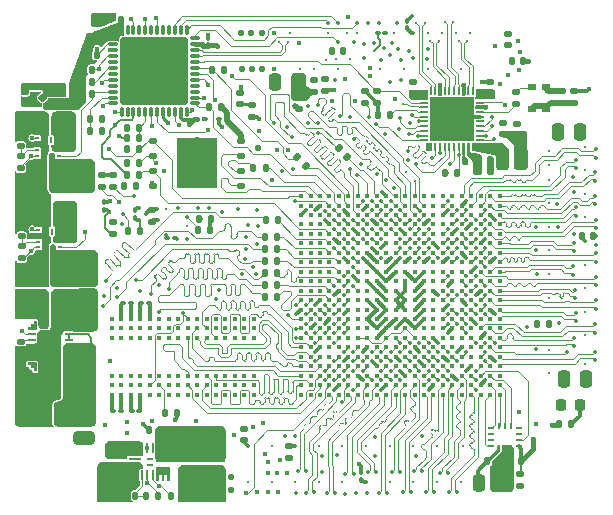
<source format=gtl>
G04 #@! TF.GenerationSoftware,KiCad,Pcbnew,9.0.0-9.0.0-2~ubuntu24.10.1*
G04 #@! TF.CreationDate,2025-04-01T16:44:13+02:00*
G04 #@! TF.ProjectId,Zynq_SoM,5a796e71-5f53-46f4-9d2e-6b696361645f,1.0*
G04 #@! TF.SameCoordinates,Original*
G04 #@! TF.FileFunction,Copper,L1,Top*
G04 #@! TF.FilePolarity,Positive*
%FSLAX46Y46*%
G04 Gerber Fmt 4.6, Leading zero omitted, Abs format (unit mm)*
G04 Created by KiCad (PCBNEW 9.0.0-9.0.0-2~ubuntu24.10.1) date 2025-04-01 16:44:13*
%MOMM*%
%LPD*%
G01*
G04 APERTURE LIST*
G04 Aperture macros list*
%AMRoundRect*
0 Rectangle with rounded corners*
0 $1 Rounding radius*
0 $2 $3 $4 $5 $6 $7 $8 $9 X,Y pos of 4 corners*
0 Add a 4 corners polygon primitive as box body*
4,1,4,$2,$3,$4,$5,$6,$7,$8,$9,$2,$3,0*
0 Add four circle primitives for the rounded corners*
1,1,$1+$1,$2,$3*
1,1,$1+$1,$4,$5*
1,1,$1+$1,$6,$7*
1,1,$1+$1,$8,$9*
0 Add four rect primitives between the rounded corners*
20,1,$1+$1,$2,$3,$4,$5,0*
20,1,$1+$1,$4,$5,$6,$7,0*
20,1,$1+$1,$6,$7,$8,$9,0*
20,1,$1+$1,$8,$9,$2,$3,0*%
%AMFreePoly0*
4,1,14,0.330075,0.140035,0.330090,0.140000,0.330040,0.069961,0.330025,0.069926,0.090025,-0.170070,0.089990,-0.170085,-0.130002,-0.170089,-0.130037,-0.170074,-0.130052,-0.170039,-0.130110,0.140000,-0.130095,0.140035,-0.130060,0.140050,0.330040,0.140050,0.330075,0.140035,0.330075,0.140035,$1*%
%AMFreePoly1*
4,1,14,0.089990,0.170085,0.090025,0.170070,0.330025,-0.069926,0.330040,-0.069961,0.330090,-0.140000,0.330075,-0.140035,0.330040,-0.140050,-0.130060,-0.140050,-0.130095,-0.140035,-0.130110,-0.140000,-0.130052,0.170039,-0.130037,0.170074,-0.130002,0.170089,0.089990,0.170085,0.089990,0.170085,$1*%
%AMFreePoly2*
4,1,14,0.130037,0.170074,0.130052,0.170039,0.130110,-0.140000,0.130095,-0.140035,0.130060,-0.140050,-0.330040,-0.140050,-0.330075,-0.140035,-0.330090,-0.140000,-0.330040,-0.069961,-0.330025,-0.069926,-0.090025,0.170070,-0.089990,0.170085,0.130002,0.170089,0.130037,0.170074,0.130037,0.170074,$1*%
%AMFreePoly3*
4,1,17,-0.298000,0.551600,0.299000,0.551600,0.299000,-0.551601,-0.299000,-0.551601,-0.299000,-0.551600,-0.806000,-0.551600,-0.806000,-0.348400,-0.299000,-0.348400,-0.299000,-0.101601,-0.806000,-0.101601,-0.806000,0.101599,-0.299000,0.101599,-0.299000,0.348401,-0.806000,0.348401,-0.806000,0.551601,-0.298000,0.551601,-0.298000,0.551600,-0.298000,0.551600,$1*%
%AMFreePoly4*
4,1,15,0.806000,0.348400,0.299000,0.348400,0.299000,0.101600,0.806000,0.101600,0.806000,-0.101600,0.299000,-0.101600,0.299000,-0.348400,0.806000,-0.348400,0.806000,-0.551600,0.299000,-0.551600,0.299000,-0.551601,-0.299000,-0.551601,-0.299000,0.551600,0.806000,0.551600,0.806000,0.348400,0.806000,0.348400,$1*%
%AMFreePoly5*
4,1,17,0.250002,0.499999,0.250002,-0.200000,0.200002,-0.250000,-0.499999,-0.250000,-0.549999,-0.200000,-0.549999,-0.050000,-0.499999,0.000000,-0.299999,0.000000,-0.250000,0.049999,-0.250000,0.199999,-0.200000,0.249999,-0.050000,0.249999,0.000000,0.299999,0.000000,0.499999,0.050000,0.549998,0.200000,0.549998,0.250002,0.499999,0.250002,0.499999,$1*%
%AMFreePoly6*
4,1,17,0.249999,0.200000,0.250002,-0.499999,0.200000,-0.549998,0.050000,-0.549998,0.000000,-0.499999,0.000002,-0.299999,-0.050000,-0.249999,-0.200000,-0.249999,-0.250000,-0.199999,-0.249997,-0.049999,-0.299999,0.000000,-0.499999,0.000000,-0.549999,0.050000,-0.549999,0.200000,-0.499999,0.250000,0.200002,0.250000,0.249999,0.200000,0.249999,0.200000,$1*%
%AMFreePoly7*
4,1,17,0.500001,0.250000,0.550001,0.200000,0.550001,0.050000,0.500001,0.000000,0.300001,0.000000,0.249999,-0.049999,0.250002,-0.199999,0.200002,-0.249999,0.050002,-0.249999,0.000000,-0.299999,0.000002,-0.499999,-0.049998,-0.549998,-0.200000,-0.549998,-0.250000,-0.499999,-0.250000,0.200003,-0.200000,0.250002,0.500001,0.250000,0.500001,0.250000,$1*%
%AMFreePoly8*
4,1,17,0.000002,0.500002,0.000000,0.300002,0.050002,0.250002,0.200002,0.250002,0.250002,0.200002,0.249999,0.050002,0.300001,0.000003,0.500001,0.000003,0.550001,-0.049997,0.550001,-0.199997,0.500001,-0.249997,-0.200000,-0.249999,-0.250000,-0.199997,-0.250000,0.500002,-0.200000,0.550001,-0.049998,0.550001,0.000002,0.500002,0.000002,0.500002,$1*%
G04 Aperture macros list end*
G04 #@! TA.AperFunction,SMDPad,CuDef*
%ADD10RoundRect,0.250000X-0.250000X-0.650000X0.250000X-0.650000X0.250000X0.650000X-0.250000X0.650000X0*%
G04 #@! TD*
G04 #@! TA.AperFunction,SMDPad,CuDef*
%ADD11RoundRect,0.135000X-0.135000X-0.185000X0.135000X-0.185000X0.135000X0.185000X-0.135000X0.185000X0*%
G04 #@! TD*
G04 #@! TA.AperFunction,SMDPad,CuDef*
%ADD12RoundRect,0.135000X-0.226274X-0.035355X-0.035355X-0.226274X0.226274X0.035355X0.035355X0.226274X0*%
G04 #@! TD*
G04 #@! TA.AperFunction,SMDPad,CuDef*
%ADD13RoundRect,0.135000X0.135000X0.185000X-0.135000X0.185000X-0.135000X-0.185000X0.135000X-0.185000X0*%
G04 #@! TD*
G04 #@! TA.AperFunction,SMDPad,CuDef*
%ADD14RoundRect,0.140000X0.140000X0.170000X-0.140000X0.170000X-0.140000X-0.170000X0.140000X-0.170000X0*%
G04 #@! TD*
G04 #@! TA.AperFunction,SMDPad,CuDef*
%ADD15RoundRect,0.140000X-0.140000X-0.170000X0.140000X-0.170000X0.140000X0.170000X-0.140000X0.170000X0*%
G04 #@! TD*
G04 #@! TA.AperFunction,SMDPad,CuDef*
%ADD16RoundRect,0.250000X-0.650000X0.325000X-0.650000X-0.325000X0.650000X-0.325000X0.650000X0.325000X0*%
G04 #@! TD*
G04 #@! TA.AperFunction,SMDPad,CuDef*
%ADD17RoundRect,0.250000X-0.475000X0.250000X-0.475000X-0.250000X0.475000X-0.250000X0.475000X0.250000X0*%
G04 #@! TD*
G04 #@! TA.AperFunction,SMDPad,CuDef*
%ADD18RoundRect,0.140000X0.170000X-0.140000X0.170000X0.140000X-0.170000X0.140000X-0.170000X-0.140000X0*%
G04 #@! TD*
G04 #@! TA.AperFunction,SMDPad,CuDef*
%ADD19RoundRect,0.135000X-0.185000X0.135000X-0.185000X-0.135000X0.185000X-0.135000X0.185000X0.135000X0*%
G04 #@! TD*
G04 #@! TA.AperFunction,SMDPad,CuDef*
%ADD20RoundRect,0.100000X0.100000X-0.130000X0.100000X0.130000X-0.100000X0.130000X-0.100000X-0.130000X0*%
G04 #@! TD*
G04 #@! TA.AperFunction,SMDPad,CuDef*
%ADD21RoundRect,0.100000X-0.130000X-0.100000X0.130000X-0.100000X0.130000X0.100000X-0.130000X0.100000X0*%
G04 #@! TD*
G04 #@! TA.AperFunction,SMDPad,CuDef*
%ADD22RoundRect,0.100000X0.130000X0.100000X-0.130000X0.100000X-0.130000X-0.100000X0.130000X-0.100000X0*%
G04 #@! TD*
G04 #@! TA.AperFunction,SMDPad,CuDef*
%ADD23RoundRect,0.125000X-0.200000X-0.125000X0.200000X-0.125000X0.200000X0.125000X-0.200000X0.125000X0*%
G04 #@! TD*
G04 #@! TA.AperFunction,HeatsinkPad*
%ADD24R,3.400000X4.300000*%
G04 #@! TD*
G04 #@! TA.AperFunction,SMDPad,CuDef*
%ADD25R,0.203200X0.711200*%
G04 #@! TD*
G04 #@! TA.AperFunction,SMDPad,CuDef*
%ADD26R,0.711200X0.203200*%
G04 #@! TD*
G04 #@! TA.AperFunction,SMDPad,CuDef*
%ADD27R,3.708400X3.708400*%
G04 #@! TD*
G04 #@! TA.AperFunction,SMDPad,CuDef*
%ADD28FreePoly0,180.000000*%
G04 #@! TD*
G04 #@! TA.AperFunction,SMDPad,CuDef*
%ADD29FreePoly1,180.000000*%
G04 #@! TD*
G04 #@! TA.AperFunction,SMDPad,CuDef*
%ADD30FreePoly2,180.000000*%
G04 #@! TD*
G04 #@! TA.AperFunction,SMDPad,CuDef*
%ADD31FreePoly1,0.000000*%
G04 #@! TD*
G04 #@! TA.AperFunction,SMDPad,CuDef*
%ADD32RoundRect,0.027000X0.000000X0.343654X-0.343654X0.000000X0.000000X-0.343654X0.343654X0.000000X0*%
G04 #@! TD*
G04 #@! TA.AperFunction,SMDPad,CuDef*
%ADD33RoundRect,0.050960X0.353039X-0.076440X0.353039X0.076440X-0.353039X0.076440X-0.353039X-0.076440X0*%
G04 #@! TD*
G04 #@! TA.AperFunction,SMDPad,CuDef*
%ADD34RoundRect,0.050960X-0.076440X-0.353039X0.076440X-0.353039X0.076440X0.353039X-0.076440X0.353039X0*%
G04 #@! TD*
G04 #@! TA.AperFunction,SMDPad,CuDef*
%ADD35RoundRect,0.170688X-2.674112X-2.674112X2.674112X-2.674112X2.674112X2.674112X-2.674112X2.674112X0*%
G04 #@! TD*
G04 #@! TA.AperFunction,SMDPad,CuDef*
%ADD36RoundRect,0.218750X-0.218750X-0.256250X0.218750X-0.256250X0.218750X0.256250X-0.218750X0.256250X0*%
G04 #@! TD*
G04 #@! TA.AperFunction,SMDPad,CuDef*
%ADD37R,0.203200X0.812800*%
G04 #@! TD*
G04 #@! TA.AperFunction,SMDPad,CuDef*
%ADD38FreePoly3,90.000000*%
G04 #@! TD*
G04 #@! TA.AperFunction,SMDPad,CuDef*
%ADD39FreePoly4,90.000000*%
G04 #@! TD*
G04 #@! TA.AperFunction,SMDPad,CuDef*
%ADD40R,1.092200X0.254000*%
G04 #@! TD*
G04 #@! TA.AperFunction,SMDPad,CuDef*
%ADD41R,0.508000X0.254000*%
G04 #@! TD*
G04 #@! TA.AperFunction,SMDPad,CuDef*
%ADD42RoundRect,0.135000X0.185000X-0.135000X0.185000X0.135000X-0.185000X0.135000X-0.185000X-0.135000X0*%
G04 #@! TD*
G04 #@! TA.AperFunction,SMDPad,CuDef*
%ADD43RoundRect,0.250000X0.325000X0.650000X-0.325000X0.650000X-0.325000X-0.650000X0.325000X-0.650000X0*%
G04 #@! TD*
G04 #@! TA.AperFunction,SMDPad,CuDef*
%ADD44C,0.420000*%
G04 #@! TD*
G04 #@! TA.AperFunction,SMDPad,CuDef*
%ADD45RoundRect,0.250000X0.250000X0.475000X-0.250000X0.475000X-0.250000X-0.475000X0.250000X-0.475000X0*%
G04 #@! TD*
G04 #@! TA.AperFunction,SMDPad,CuDef*
%ADD46RoundRect,0.147500X0.172500X-0.147500X0.172500X0.147500X-0.172500X0.147500X-0.172500X-0.147500X0*%
G04 #@! TD*
G04 #@! TA.AperFunction,SMDPad,CuDef*
%ADD47R,0.250000X0.600000*%
G04 #@! TD*
G04 #@! TA.AperFunction,SMDPad,CuDef*
%ADD48R,0.250000X0.900000*%
G04 #@! TD*
G04 #@! TA.AperFunction,SMDPad,CuDef*
%ADD49R,0.450000X0.250000*%
G04 #@! TD*
G04 #@! TA.AperFunction,SMDPad,CuDef*
%ADD50RoundRect,0.250000X-0.250000X-0.475000X0.250000X-0.475000X0.250000X0.475000X-0.250000X0.475000X0*%
G04 #@! TD*
G04 #@! TA.AperFunction,SMDPad,CuDef*
%ADD51R,0.482600X0.254000*%
G04 #@! TD*
G04 #@! TA.AperFunction,SMDPad,CuDef*
%ADD52R,0.254000X0.482600*%
G04 #@! TD*
G04 #@! TA.AperFunction,SMDPad,CuDef*
%ADD53RoundRect,0.147500X-0.172500X0.147500X-0.172500X-0.147500X0.172500X-0.147500X0.172500X0.147500X0*%
G04 #@! TD*
G04 #@! TA.AperFunction,SMDPad,CuDef*
%ADD54RoundRect,0.100000X-0.100000X0.130000X-0.100000X-0.130000X0.100000X-0.130000X0.100000X0.130000X0*%
G04 #@! TD*
G04 #@! TA.AperFunction,SMDPad,CuDef*
%ADD55RoundRect,0.140000X-0.170000X0.140000X-0.170000X-0.140000X0.170000X-0.140000X0.170000X0.140000X0*%
G04 #@! TD*
G04 #@! TA.AperFunction,SMDPad,CuDef*
%ADD56R,0.800000X0.600000*%
G04 #@! TD*
G04 #@! TA.AperFunction,SMDPad,CuDef*
%ADD57C,0.406400*%
G04 #@! TD*
G04 #@! TA.AperFunction,SMDPad,CuDef*
%ADD58FreePoly5,0.000000*%
G04 #@! TD*
G04 #@! TA.AperFunction,SMDPad,CuDef*
%ADD59R,0.700001X0.249999*%
G04 #@! TD*
G04 #@! TA.AperFunction,SMDPad,CuDef*
%ADD60FreePoly6,0.000000*%
G04 #@! TD*
G04 #@! TA.AperFunction,SMDPad,CuDef*
%ADD61R,0.249999X0.700001*%
G04 #@! TD*
G04 #@! TA.AperFunction,SMDPad,CuDef*
%ADD62FreePoly7,0.000000*%
G04 #@! TD*
G04 #@! TA.AperFunction,SMDPad,CuDef*
%ADD63FreePoly8,0.000000*%
G04 #@! TD*
G04 #@! TA.AperFunction,SMDPad,CuDef*
%ADD64R,1.599999X1.799999*%
G04 #@! TD*
G04 #@! TA.AperFunction,ViaPad*
%ADD65C,0.350000*%
G04 #@! TD*
G04 #@! TA.AperFunction,ViaPad*
%ADD66C,0.300000*%
G04 #@! TD*
G04 #@! TA.AperFunction,ViaPad*
%ADD67C,0.550000*%
G04 #@! TD*
G04 #@! TA.AperFunction,ViaPad*
%ADD68C,0.400000*%
G04 #@! TD*
G04 #@! TA.AperFunction,ViaPad*
%ADD69C,0.450000*%
G04 #@! TD*
G04 #@! TA.AperFunction,Conductor*
%ADD70C,0.104000*%
G04 #@! TD*
G04 #@! TA.AperFunction,Conductor*
%ADD71C,0.100000*%
G04 #@! TD*
G04 #@! TA.AperFunction,Conductor*
%ADD72C,0.120000*%
G04 #@! TD*
G04 #@! TA.AperFunction,Conductor*
%ADD73C,0.300000*%
G04 #@! TD*
G04 #@! TA.AperFunction,Conductor*
%ADD74C,0.110000*%
G04 #@! TD*
G04 #@! TA.AperFunction,Conductor*
%ADD75C,0.150000*%
G04 #@! TD*
G04 #@! TA.AperFunction,Conductor*
%ADD76C,0.135000*%
G04 #@! TD*
G04 #@! TA.AperFunction,Conductor*
%ADD77C,0.500000*%
G04 #@! TD*
G04 #@! TA.AperFunction,Conductor*
%ADD78C,0.114600*%
G04 #@! TD*
G04 #@! TA.AperFunction,Conductor*
%ADD79C,0.400000*%
G04 #@! TD*
G04 #@! TA.AperFunction,Conductor*
%ADD80C,0.200000*%
G04 #@! TD*
G04 #@! TA.AperFunction,Conductor*
%ADD81C,0.250000*%
G04 #@! TD*
G04 #@! TA.AperFunction,Conductor*
%ADD82C,0.350000*%
G04 #@! TD*
G04 #@! TA.AperFunction,Conductor*
%ADD83C,0.450000*%
G04 #@! TD*
G04 APERTURE END LIST*
D10*
X149060000Y-103660000D03*
X150660000Y-103660000D03*
D11*
X117265000Y-102850000D03*
X118285000Y-102850000D03*
X153865000Y-126100000D03*
X154885000Y-126100000D03*
D12*
X131669376Y-103499376D03*
X132390624Y-104220624D03*
D13*
X125510000Y-96100000D03*
X124490000Y-96100000D03*
X129920000Y-113299999D03*
X128900000Y-113299999D03*
D14*
X124330000Y-108750000D03*
X123370000Y-108750000D03*
D15*
X147070000Y-104700000D03*
X148030000Y-104700000D03*
D16*
X113610000Y-124355000D03*
X113610000Y-127305000D03*
D17*
X116275002Y-128200000D03*
X116275002Y-130100000D03*
D18*
X108620000Y-98925000D03*
X108620000Y-97965000D03*
D15*
X147070000Y-103725000D03*
X148030000Y-103725000D03*
D19*
X150500000Y-130340000D03*
X150500000Y-131360000D03*
D20*
X124100000Y-94045000D03*
X124100000Y-93405000D03*
D18*
X148010000Y-98130000D03*
X148010000Y-97170000D03*
X149100000Y-101580000D03*
X149100000Y-100620000D03*
D15*
X149845000Y-95375000D03*
X150805000Y-95375000D03*
D13*
X145210000Y-104800000D03*
X144190000Y-104800000D03*
D11*
X127965000Y-104400000D03*
X128985000Y-104400000D03*
X120510000Y-125190000D03*
X121530000Y-125190000D03*
D14*
X156710000Y-110190000D03*
X155750000Y-110190000D03*
D21*
X118470000Y-115850000D03*
X119110000Y-115850000D03*
X123180000Y-100300000D03*
X123820000Y-100300000D03*
D22*
X116710000Y-124970000D03*
X116070000Y-124970000D03*
D23*
X119425000Y-102095000D03*
X119425000Y-103365000D03*
X119425000Y-104635000D03*
X119425000Y-105905000D03*
X126925000Y-105905000D03*
X126925000Y-104635000D03*
X126925000Y-103365000D03*
X126925000Y-102095000D03*
D24*
X123175000Y-104000000D03*
D25*
X146559999Y-97930500D03*
X146160000Y-97930500D03*
X145760001Y-97930500D03*
X145359999Y-97930500D03*
X144960000Y-97930500D03*
X144560000Y-97930500D03*
X144160001Y-97930500D03*
X143759999Y-97930500D03*
X143360000Y-97930500D03*
X142960001Y-97930500D03*
D26*
X142410500Y-98480001D03*
X142410500Y-98880000D03*
X142410500Y-99279999D03*
X142410500Y-99680001D03*
X142410500Y-100080000D03*
X142410500Y-100480000D03*
X142410500Y-100879999D03*
X142410500Y-101280001D03*
X142410500Y-101680000D03*
X142410500Y-102079999D03*
D25*
X142960001Y-102629500D03*
X143360000Y-102629500D03*
X143759999Y-102629500D03*
X144160001Y-102629500D03*
X144560000Y-102629500D03*
X144960000Y-102629500D03*
X145359999Y-102629500D03*
X145760001Y-102629500D03*
X146160000Y-102629500D03*
X146559999Y-102629500D03*
D26*
X147109500Y-102079999D03*
X147109500Y-101680000D03*
X147109500Y-101280001D03*
X147109500Y-100879999D03*
X147109500Y-100480000D03*
X147109500Y-100080000D03*
X147109500Y-99680001D03*
X147109500Y-99279999D03*
X147109500Y-98880000D03*
X147109500Y-98480001D03*
D27*
X144760000Y-100280000D03*
D13*
X129920000Y-114299999D03*
X128900000Y-114299999D03*
D19*
X150200000Y-97990000D03*
X150200000Y-99010000D03*
D15*
X147745000Y-129250000D03*
X148705000Y-129250000D03*
D14*
X120080000Y-126600000D03*
X119120000Y-126600000D03*
D28*
X110640000Y-98790000D03*
D29*
X110640000Y-98140000D03*
D30*
X109580000Y-98140000D03*
D31*
X109580000Y-98790000D03*
D32*
X110110000Y-98465000D03*
D11*
X113290000Y-98150000D03*
X114310000Y-98150000D03*
X117265000Y-101900000D03*
X118285000Y-101900000D03*
D13*
X117965001Y-132150000D03*
X116945001Y-132150000D03*
D33*
X116100000Y-93450000D03*
X116100000Y-93949999D03*
X116100000Y-94450001D03*
X116100000Y-94950000D03*
X116100000Y-95449999D03*
X116100000Y-95950000D03*
X116100000Y-96450000D03*
X116100000Y-96950001D03*
X116100000Y-97450000D03*
X116100000Y-97949999D03*
X116100000Y-98450001D03*
X116100000Y-98950000D03*
D34*
X116802000Y-99652000D03*
X117301999Y-99652000D03*
X117802001Y-99652000D03*
X118302000Y-99652000D03*
X118801999Y-99652000D03*
X119302000Y-99652000D03*
X119802000Y-99652000D03*
X120302001Y-99652000D03*
X120802000Y-99652000D03*
X121301999Y-99652000D03*
X121802001Y-99652000D03*
X122302000Y-99652000D03*
D33*
X123004000Y-98950000D03*
X123004000Y-98450001D03*
X123004000Y-97949999D03*
X123004000Y-97450000D03*
X123004000Y-96950001D03*
X123004000Y-96450000D03*
X123004000Y-95950000D03*
X123004000Y-95449999D03*
X123004000Y-94950000D03*
X123004000Y-94450001D03*
X123004000Y-93949999D03*
X123004000Y-93450000D03*
D34*
X122302000Y-92748000D03*
X121802001Y-92748000D03*
X121301999Y-92748000D03*
X120802000Y-92748000D03*
X120302001Y-92748000D03*
X119802000Y-92748000D03*
X119302000Y-92748000D03*
X118801999Y-92748000D03*
X118302000Y-92748000D03*
X117802001Y-92748000D03*
X117301999Y-92748000D03*
X116802000Y-92748000D03*
D35*
X119552000Y-96200000D03*
D36*
X154012500Y-124475000D03*
X155587500Y-124475000D03*
D11*
X138500000Y-99900000D03*
X139520000Y-99900000D03*
D37*
X118075001Y-130450000D03*
X118525000Y-130450000D03*
X118975002Y-130450000D03*
X119425001Y-130450000D03*
D38*
X120325001Y-130050000D03*
D39*
X120325001Y-128550000D03*
D37*
X119425001Y-128150000D03*
X118975002Y-128150000D03*
X118525000Y-128150000D03*
X118075001Y-128150000D03*
D40*
X117925001Y-129050000D03*
X117925001Y-129550000D03*
D41*
X119200000Y-129550000D03*
X119200000Y-129050000D03*
D17*
X122475002Y-128293300D03*
X122475002Y-130193300D03*
D42*
X108350000Y-112060000D03*
X108350000Y-111040000D03*
D43*
X111665000Y-125370000D03*
X108715000Y-125370000D03*
D18*
X114700000Y-93130000D03*
X114700000Y-92170000D03*
D44*
X127989998Y-117199999D03*
X127989998Y-117999999D03*
X127989998Y-118799999D03*
X127989998Y-121999999D03*
X127989998Y-122799999D03*
X127989998Y-123599999D03*
X127189998Y-117199999D03*
X127189998Y-117999999D03*
X127189998Y-118799999D03*
X127189998Y-121999999D03*
X127189998Y-122799999D03*
X127189998Y-123599999D03*
X126389998Y-117199999D03*
X126389998Y-117999999D03*
X126389998Y-118799999D03*
X126389998Y-121999999D03*
X126389998Y-122799999D03*
X126389998Y-123599999D03*
X125589998Y-117199999D03*
X125589998Y-117999999D03*
X125589998Y-118799999D03*
X125589998Y-121999999D03*
X125589998Y-122799999D03*
X125589998Y-123599999D03*
X124789998Y-117199999D03*
X124789998Y-117999999D03*
X124789998Y-118799999D03*
X124789998Y-121999999D03*
X124789998Y-122799999D03*
X124789998Y-123599999D03*
X123989998Y-117199999D03*
X123989998Y-117999999D03*
X123989998Y-118799999D03*
X123989998Y-121999999D03*
X123989998Y-122799999D03*
X123989998Y-123599999D03*
X123189998Y-117199999D03*
X123189998Y-117999999D03*
X123189998Y-118799999D03*
X123189998Y-121999999D03*
X123189998Y-122799999D03*
X123189998Y-123599999D03*
X122389998Y-117199999D03*
X122389998Y-117999999D03*
X122389998Y-118799999D03*
X122389998Y-121999999D03*
X122389998Y-122799999D03*
X122389998Y-123599999D03*
X121589998Y-117199999D03*
X121589998Y-117999999D03*
X121589998Y-118799999D03*
X121589998Y-121999999D03*
X121589998Y-122799999D03*
X121589998Y-123599999D03*
X120789998Y-117199999D03*
X120789998Y-117999999D03*
X120789998Y-118799999D03*
X120789998Y-121999999D03*
X120789998Y-122799999D03*
X120789998Y-123599999D03*
X119989998Y-117199999D03*
X119989998Y-117999999D03*
X119989998Y-118799999D03*
X119989998Y-121999999D03*
X119989998Y-122799999D03*
X119989998Y-123599999D03*
X119189998Y-117199999D03*
X119189998Y-117999999D03*
X119189998Y-118799999D03*
X119189998Y-121999999D03*
X119189998Y-122799999D03*
X119189998Y-123599999D03*
X118389998Y-117199999D03*
X118389998Y-117999999D03*
X118389998Y-118799999D03*
X118389998Y-121999999D03*
X118389998Y-122799999D03*
X118389998Y-123599999D03*
X117589998Y-117199999D03*
X117589998Y-117999999D03*
X117589998Y-118799999D03*
X117589998Y-121999999D03*
X117589998Y-122799999D03*
X117589998Y-123599999D03*
X116789998Y-117199999D03*
X116789998Y-117999999D03*
X116789998Y-118799999D03*
X116789998Y-121999999D03*
X116789998Y-122799999D03*
X116789998Y-123599999D03*
X115989998Y-117199999D03*
X115989998Y-117999999D03*
X115989998Y-118799999D03*
X115989998Y-121999999D03*
X115989998Y-122799999D03*
X115989998Y-123599999D03*
D45*
X111550000Y-100470000D03*
X109650000Y-100470000D03*
D16*
X124700000Y-127300000D03*
X124700000Y-130250000D03*
D19*
X116110000Y-105020000D03*
X116110000Y-106040000D03*
D13*
X115160000Y-101300000D03*
X114140000Y-101300000D03*
D15*
X134595000Y-94500000D03*
X135555000Y-94500000D03*
D22*
X121320000Y-110380000D03*
X120680000Y-110380000D03*
D20*
X115350000Y-107950000D03*
X115350000Y-107310000D03*
D45*
X111550000Y-105390000D03*
X109650000Y-105390000D03*
D21*
X116919998Y-115850000D03*
X117559998Y-115850000D03*
D18*
X126860000Y-99030000D03*
X126860000Y-98070000D03*
D19*
X137380000Y-97890000D03*
X137380000Y-98910000D03*
D46*
X155100000Y-98885000D03*
X155100000Y-97915000D03*
D11*
X113290000Y-96100000D03*
X114310000Y-96100000D03*
D18*
X150250000Y-101630000D03*
X150250000Y-100670000D03*
D14*
X117990000Y-105960000D03*
X117030000Y-105960000D03*
D11*
X120980000Y-132150000D03*
X122000000Y-132150000D03*
D45*
X111550000Y-108170000D03*
X109650000Y-108170000D03*
D13*
X119860000Y-132150000D03*
X118840000Y-132150000D03*
D42*
X108350000Y-110185000D03*
X108350000Y-109165000D03*
D13*
X125200000Y-99290000D03*
X124180000Y-99290000D03*
D47*
X110820000Y-102060000D03*
D48*
X110320000Y-102210000D03*
D49*
X109645000Y-101910000D03*
X109645000Y-102410000D03*
X109645000Y-102910000D03*
X109645000Y-103410000D03*
X109645000Y-103910000D03*
D48*
X110320000Y-103610000D03*
X110820000Y-103610000D03*
D49*
X111495000Y-103910000D03*
X111495000Y-103410000D03*
X111495000Y-102910000D03*
X111495000Y-102410000D03*
X111495000Y-101910000D03*
D47*
X110925000Y-109795000D03*
D48*
X110425000Y-109945000D03*
D49*
X109750000Y-109645000D03*
X109750000Y-110145000D03*
X109750000Y-110645000D03*
X109750000Y-111145000D03*
X109750000Y-111645000D03*
D48*
X110425000Y-111345000D03*
X110925000Y-111345000D03*
D49*
X111600000Y-111645000D03*
X111600000Y-111145000D03*
X111600000Y-110645000D03*
X111600000Y-110145000D03*
X111600000Y-109645000D03*
D45*
X156150000Y-122300000D03*
X154250000Y-122300000D03*
D13*
X129920000Y-110260000D03*
X128900000Y-110260000D03*
D21*
X138480000Y-92950000D03*
X139120000Y-92950000D03*
D50*
X109640000Y-116032503D03*
X111540000Y-116032503D03*
D42*
X108250000Y-104420000D03*
X108250000Y-103400000D03*
D51*
X148094300Y-126449999D03*
X148094300Y-126950000D03*
X148094300Y-127450000D03*
X148094300Y-127950001D03*
D52*
X148750001Y-128114400D03*
X149250000Y-128114400D03*
X149749999Y-128114400D03*
D51*
X150405700Y-127950001D03*
X150405700Y-127450000D03*
X150405700Y-126950000D03*
X150405700Y-126449999D03*
D52*
X149749999Y-126285600D03*
X149250000Y-126285600D03*
X148750001Y-126285600D03*
D13*
X130050000Y-108860000D03*
X129030000Y-108860000D03*
D18*
X131000000Y-128930000D03*
X131000000Y-127970000D03*
D22*
X118300000Y-124970000D03*
X117660000Y-124970000D03*
D50*
X153750000Y-101400000D03*
X155650000Y-101400000D03*
D45*
X112440000Y-122770000D03*
X110540000Y-122770000D03*
D13*
X129920000Y-112274999D03*
X128900000Y-112274999D03*
D42*
X134020000Y-97880000D03*
X134020000Y-96860000D03*
D11*
X117240000Y-104975000D03*
X118260000Y-104975000D03*
D18*
X111570000Y-98975000D03*
X111570000Y-98015000D03*
D50*
X147050000Y-131100000D03*
X148950000Y-131100000D03*
D53*
X127880000Y-99095000D03*
X127880000Y-100065000D03*
D54*
X137050000Y-130155000D03*
X137050000Y-130795000D03*
D13*
X129920000Y-115330000D03*
X128900000Y-115330000D03*
D45*
X131725000Y-97100000D03*
X129825000Y-97100000D03*
D11*
X113690000Y-94850000D03*
X114710000Y-94850000D03*
X114140000Y-100300000D03*
X115160000Y-100300000D03*
D55*
X127150000Y-126525000D03*
X127150000Y-127485000D03*
D18*
X149525000Y-94005000D03*
X149525000Y-93045000D03*
D56*
X152770000Y-99400000D03*
X152770000Y-97600000D03*
X151570000Y-97600000D03*
X151570000Y-99400000D03*
D15*
X151995000Y-117650000D03*
X152955000Y-117650000D03*
D45*
X111550000Y-113095000D03*
X109650000Y-113095000D03*
D22*
X125720000Y-100300000D03*
X125080000Y-100300000D03*
D13*
X124260000Y-109710000D03*
X123240000Y-109710000D03*
D16*
X113900000Y-112225000D03*
X113900000Y-115175000D03*
D12*
X135164376Y-102764376D03*
X135885624Y-103485624D03*
D54*
X140975000Y-91955000D03*
X140975000Y-92595000D03*
D18*
X154065000Y-98880000D03*
X154065000Y-97920000D03*
D19*
X133050000Y-96990000D03*
X133050000Y-98010000D03*
D14*
X150630000Y-129250000D03*
X149670000Y-129250000D03*
D55*
X119350000Y-107990000D03*
X119350000Y-108950000D03*
D57*
X132000000Y-106800001D03*
X132800000Y-106800001D03*
X133600000Y-106800001D03*
X134400000Y-106800001D03*
X135200000Y-106800001D03*
X136000000Y-106800001D03*
X136799999Y-106800001D03*
X137599999Y-106800001D03*
X138399999Y-106800001D03*
X139199999Y-106800001D03*
X139999999Y-106800001D03*
X140799999Y-106800001D03*
X141599999Y-106800001D03*
X142399999Y-106800001D03*
X143199999Y-106800001D03*
X143999999Y-106800001D03*
X144799999Y-106800001D03*
X145599998Y-106800001D03*
X146399998Y-106800001D03*
X147199998Y-106800001D03*
X147999998Y-106800001D03*
X148799998Y-106800001D03*
X132000000Y-122799999D03*
X132800000Y-122799999D03*
X133600000Y-122799999D03*
X134400000Y-122799999D03*
X135200000Y-122799999D03*
X136000000Y-122799999D03*
X136799999Y-122799999D03*
X137599999Y-122799999D03*
X138399999Y-122799999D03*
X139199999Y-122799999D03*
X139999999Y-122799999D03*
X140799999Y-122799999D03*
X141599999Y-122799999D03*
X142399999Y-122799999D03*
X143199999Y-122799999D03*
X143999999Y-122799999D03*
X144799999Y-122799999D03*
X145599998Y-122799999D03*
X146399998Y-122799999D03*
X147199998Y-122799999D03*
X147999998Y-122799999D03*
X148799998Y-122799999D03*
X132000000Y-123599999D03*
X132800000Y-123599999D03*
X133600000Y-123599999D03*
X134400000Y-123599999D03*
X135200000Y-123599999D03*
X136000000Y-123599999D03*
X136799999Y-123599999D03*
X137599999Y-123599999D03*
X138399999Y-123599999D03*
X139199999Y-123599999D03*
X139999999Y-123599999D03*
X140799999Y-123599999D03*
X141599999Y-123599999D03*
X142399999Y-123599999D03*
X143199999Y-123599999D03*
X143999999Y-123599999D03*
X144799999Y-123599999D03*
X145599998Y-123599999D03*
X146399998Y-123599999D03*
X147199998Y-123599999D03*
X147999998Y-123599999D03*
X148799998Y-123599999D03*
X132000000Y-107600001D03*
X132800000Y-107600001D03*
X133600000Y-107600001D03*
X134400000Y-107600001D03*
X135200000Y-107600001D03*
X136000000Y-107600001D03*
X136799999Y-107600001D03*
X137599999Y-107600001D03*
X138399999Y-107600001D03*
X139199999Y-107600001D03*
X139999999Y-107600001D03*
X140799999Y-107600001D03*
X141599999Y-107600001D03*
X142399999Y-107600001D03*
X143199999Y-107600001D03*
X143999999Y-107600001D03*
X144799999Y-107600001D03*
X145599998Y-107600001D03*
X146399998Y-107600001D03*
X147199998Y-107600001D03*
X147999998Y-107600001D03*
X148799998Y-107600001D03*
X132000000Y-108400001D03*
X132800000Y-108400001D03*
X133600000Y-108400001D03*
X134400000Y-108400001D03*
X135200000Y-108400001D03*
X136000000Y-108400001D03*
X136799999Y-108400001D03*
X137599999Y-108400001D03*
X138399999Y-108400001D03*
X139199999Y-108400001D03*
X139999999Y-108400001D03*
X140799999Y-108400001D03*
X141599999Y-108400001D03*
X142399999Y-108400001D03*
X143199999Y-108400001D03*
X143999999Y-108400001D03*
X144799999Y-108400001D03*
X145599998Y-108400001D03*
X146399998Y-108400001D03*
X147199998Y-108400001D03*
X147999998Y-108400001D03*
X148799998Y-108400001D03*
X132000000Y-109200001D03*
X132800000Y-109200001D03*
X133600000Y-109200001D03*
X134400000Y-109200001D03*
X135200000Y-109200001D03*
X136000000Y-109200001D03*
X136799999Y-109200001D03*
X137599999Y-109200001D03*
X138399999Y-109200001D03*
X139199999Y-109200001D03*
X139999999Y-109200001D03*
X140799999Y-109200001D03*
X141599999Y-109200001D03*
X142399999Y-109200001D03*
X143199999Y-109200001D03*
X143999999Y-109200001D03*
X144799999Y-109200001D03*
X145599998Y-109200001D03*
X146399998Y-109200001D03*
X147199998Y-109200001D03*
X147999998Y-109200001D03*
X148799998Y-109200001D03*
X132000000Y-110000001D03*
X132800000Y-110000001D03*
X133600000Y-110000001D03*
X134400000Y-110000001D03*
X135200000Y-110000001D03*
X136000000Y-110000001D03*
X136799999Y-110000001D03*
X137599999Y-110000001D03*
X138399999Y-110000001D03*
X139199999Y-110000001D03*
X139999999Y-110000001D03*
X140799999Y-110000001D03*
X141599999Y-110000001D03*
X142399999Y-110000001D03*
X143199999Y-110000001D03*
X143999999Y-110000001D03*
X144799999Y-110000001D03*
X145599998Y-110000001D03*
X146399998Y-110000001D03*
X147199998Y-110000001D03*
X147999998Y-110000001D03*
X148799998Y-110000001D03*
X132000000Y-110800001D03*
X132800000Y-110800001D03*
X133600000Y-110800001D03*
X134400000Y-110800001D03*
X135200000Y-110800001D03*
X136000000Y-110800001D03*
X136799999Y-110800001D03*
X137599999Y-110800001D03*
X138399999Y-110800001D03*
X139199999Y-110800001D03*
X139999999Y-110800001D03*
X140799999Y-110800001D03*
X141599999Y-110800001D03*
X142399999Y-110800001D03*
X143199999Y-110800001D03*
X143999999Y-110800001D03*
X144799999Y-110800001D03*
X145599998Y-110800001D03*
X146399998Y-110800001D03*
X147199998Y-110800001D03*
X147999998Y-110800001D03*
X148799998Y-110800001D03*
X132000000Y-111600000D03*
X132800000Y-111600000D03*
X133600000Y-111600000D03*
X134400000Y-111600000D03*
X135200000Y-111600000D03*
X136000000Y-111600000D03*
X136799999Y-111600000D03*
X137599999Y-111600000D03*
X138399999Y-111600000D03*
X139199999Y-111600000D03*
X139999999Y-111600000D03*
X140799999Y-111600000D03*
X141599999Y-111600000D03*
X142399999Y-111600000D03*
X143199999Y-111600000D03*
X143999999Y-111600000D03*
X144799999Y-111600000D03*
X145599998Y-111600000D03*
X146399998Y-111600000D03*
X147199998Y-111600000D03*
X147999998Y-111600000D03*
X148799998Y-111600000D03*
X132000000Y-112400000D03*
X132800000Y-112400000D03*
X133600000Y-112400000D03*
X134400000Y-112400000D03*
X135200000Y-112400000D03*
X136000000Y-112400000D03*
X136799999Y-112400000D03*
X137599999Y-112400000D03*
X138399999Y-112400000D03*
X139199999Y-112400000D03*
X139999999Y-112400000D03*
X140799999Y-112400000D03*
X141599999Y-112400000D03*
X142399999Y-112400000D03*
X143199999Y-112400000D03*
X143999999Y-112400000D03*
X144799999Y-112400000D03*
X145599998Y-112400000D03*
X146399998Y-112400000D03*
X147199998Y-112400000D03*
X147999998Y-112400000D03*
X148799998Y-112400000D03*
X132000000Y-113200000D03*
X132800000Y-113200000D03*
X133600000Y-113200000D03*
X134400000Y-113200000D03*
X135200000Y-113200000D03*
X136000000Y-113200000D03*
X136799999Y-113200000D03*
X137599999Y-113200000D03*
X138399999Y-113200000D03*
X139199999Y-113200000D03*
X139999999Y-113200000D03*
X140799999Y-113200000D03*
X141599999Y-113200000D03*
X142399999Y-113200000D03*
X143199999Y-113200000D03*
X143999999Y-113200000D03*
X144799999Y-113200000D03*
X145599998Y-113200000D03*
X146399998Y-113200000D03*
X147199998Y-113200000D03*
X147999998Y-113200000D03*
X148799998Y-113200000D03*
X132000000Y-114000000D03*
X132800000Y-114000000D03*
X133600000Y-114000000D03*
X134400000Y-114000000D03*
X135200000Y-114000000D03*
X136000000Y-114000000D03*
X136799999Y-114000000D03*
X137599999Y-114000000D03*
X138399999Y-114000000D03*
X139199999Y-114000000D03*
X139999999Y-114000000D03*
X140799999Y-114000000D03*
X141599999Y-114000000D03*
X142399999Y-114000000D03*
X143199999Y-114000000D03*
X143999999Y-114000000D03*
X144799999Y-114000000D03*
X145599998Y-114000000D03*
X146399998Y-114000000D03*
X147199998Y-114000000D03*
X147999998Y-114000000D03*
X148799998Y-114000000D03*
X132000000Y-114800000D03*
X132800000Y-114800000D03*
X133600000Y-114800000D03*
X134400000Y-114800000D03*
X135200000Y-114800000D03*
X136000000Y-114800000D03*
X136799999Y-114800000D03*
X137599999Y-114800000D03*
X138399999Y-114800000D03*
X139199999Y-114800000D03*
X139999999Y-114800000D03*
X140799999Y-114800000D03*
X141599999Y-114800000D03*
X142399999Y-114800000D03*
X143199999Y-114800000D03*
X143999999Y-114800000D03*
X144799999Y-114800000D03*
X145599998Y-114800000D03*
X146399998Y-114800000D03*
X147199998Y-114800000D03*
X147999998Y-114800000D03*
X148799998Y-114800000D03*
X132000000Y-115600000D03*
X132800000Y-115600000D03*
X133600000Y-115600000D03*
X134400000Y-115600000D03*
X135200000Y-115600000D03*
X136000000Y-115600000D03*
X136799999Y-115600000D03*
X137599999Y-115600000D03*
X138399999Y-115600000D03*
X139199999Y-115600000D03*
X139999999Y-115600000D03*
X140799999Y-115600000D03*
X141599999Y-115600000D03*
X142399999Y-115600000D03*
X143199999Y-115600000D03*
X143999999Y-115600000D03*
X144799999Y-115600000D03*
X145599998Y-115600000D03*
X146399998Y-115600000D03*
X147199998Y-115600000D03*
X147999998Y-115600000D03*
X148799998Y-115600000D03*
X132000000Y-116400000D03*
X132800000Y-116400000D03*
X133600000Y-116400000D03*
X134400000Y-116400000D03*
X135200000Y-116400000D03*
X136000000Y-116400000D03*
X136799999Y-116400000D03*
X137599999Y-116400000D03*
X138399999Y-116400000D03*
X139199999Y-116400000D03*
X139999999Y-116400000D03*
X140799999Y-116400000D03*
X141599999Y-116400000D03*
X142399999Y-116400000D03*
X143199999Y-116400000D03*
X143999999Y-116400000D03*
X144799999Y-116400000D03*
X145599998Y-116400000D03*
X146399998Y-116400000D03*
X147199998Y-116400000D03*
X147999998Y-116400000D03*
X148799998Y-116400000D03*
X132000000Y-117200000D03*
X132800000Y-117200000D03*
X133600000Y-117200000D03*
X134400000Y-117200000D03*
X135200000Y-117200000D03*
X136000000Y-117200000D03*
X136799999Y-117200000D03*
X137599999Y-117200000D03*
X138399999Y-117200000D03*
X139199999Y-117200000D03*
X139999999Y-117200000D03*
X140799999Y-117200000D03*
X141599999Y-117200000D03*
X142399999Y-117200000D03*
X143199999Y-117200000D03*
X143999999Y-117200000D03*
X144799999Y-117200000D03*
X145599998Y-117200000D03*
X146399998Y-117200000D03*
X147199998Y-117200000D03*
X147999998Y-117200000D03*
X148799998Y-117200000D03*
X132000000Y-118000000D03*
X132800000Y-118000000D03*
X133600000Y-118000000D03*
X134400000Y-118000000D03*
X135200000Y-118000000D03*
X136000000Y-118000000D03*
X136799999Y-118000000D03*
X137599999Y-118000000D03*
X138399999Y-118000000D03*
X139199999Y-118000000D03*
X139999999Y-118000000D03*
X140799999Y-118000000D03*
X141599999Y-118000000D03*
X142399999Y-118000000D03*
X143199999Y-118000000D03*
X143999999Y-118000000D03*
X144799999Y-118000000D03*
X145599998Y-118000000D03*
X146399998Y-118000000D03*
X147199998Y-118000000D03*
X147999998Y-118000000D03*
X148799998Y-118000000D03*
X132000000Y-118800000D03*
X132800000Y-118800000D03*
X133600000Y-118800000D03*
X134400000Y-118800000D03*
X135200000Y-118800000D03*
X136000000Y-118800000D03*
X136799999Y-118800000D03*
X137599999Y-118800000D03*
X138399999Y-118800000D03*
X139199999Y-118800000D03*
X139999999Y-118800000D03*
X140799999Y-118800000D03*
X141599999Y-118800000D03*
X142399999Y-118800000D03*
X143199999Y-118800000D03*
X143999999Y-118800000D03*
X144799999Y-118800000D03*
X145599998Y-118800000D03*
X146399998Y-118800000D03*
X147199998Y-118800000D03*
X147999998Y-118800000D03*
X148799998Y-118800000D03*
X132000000Y-119600000D03*
X132800000Y-119600000D03*
X133600000Y-119600000D03*
X134400000Y-119600000D03*
X135200000Y-119600000D03*
X136000000Y-119600000D03*
X136799999Y-119600000D03*
X137599999Y-119600000D03*
X138399999Y-119600000D03*
X139199999Y-119600000D03*
X139999999Y-119600000D03*
X140799999Y-119600000D03*
X141599999Y-119600000D03*
X142399999Y-119600000D03*
X143199999Y-119600000D03*
X143999999Y-119600000D03*
X144799999Y-119600000D03*
X145599998Y-119600000D03*
X146399998Y-119600000D03*
X147199998Y-119600000D03*
X147999998Y-119600000D03*
X148799998Y-119600000D03*
X132000000Y-120399999D03*
X132800000Y-120399999D03*
X133600000Y-120399999D03*
X134400000Y-120399999D03*
X135200000Y-120399999D03*
X136000000Y-120399999D03*
X136799999Y-120399999D03*
X137599999Y-120399999D03*
X138399999Y-120399999D03*
X139199999Y-120399999D03*
X139999999Y-120399999D03*
X140799999Y-120399999D03*
X141599999Y-120399999D03*
X142399999Y-120399999D03*
X143199999Y-120399999D03*
X143999999Y-120399999D03*
X144799999Y-120399999D03*
X145599998Y-120399999D03*
X146399998Y-120399999D03*
X147199998Y-120399999D03*
X147999998Y-120399999D03*
X148799998Y-120399999D03*
X132000000Y-121199999D03*
X132800000Y-121199999D03*
X133600000Y-121199999D03*
X134400000Y-121199999D03*
X135200000Y-121199999D03*
X136000000Y-121199999D03*
X136799999Y-121199999D03*
X137599999Y-121199999D03*
X138399999Y-121199999D03*
X139199999Y-121199999D03*
X139999999Y-121199999D03*
X140799999Y-121199999D03*
X141599999Y-121199999D03*
X142399999Y-121199999D03*
X143199999Y-121199999D03*
X143999999Y-121199999D03*
X144799999Y-121199999D03*
X145599998Y-121199999D03*
X146399998Y-121199999D03*
X147199998Y-121199999D03*
X147999998Y-121199999D03*
X148799998Y-121199999D03*
X132000000Y-121999999D03*
X132800000Y-121999999D03*
X133600000Y-121999999D03*
X134400000Y-121999999D03*
X135200000Y-121999999D03*
X136000000Y-121999999D03*
X136799999Y-121999999D03*
X137599999Y-121999999D03*
X138399999Y-121999999D03*
X139199999Y-121999999D03*
X139999999Y-121999999D03*
X140799999Y-121999999D03*
X141599999Y-121999999D03*
X142399999Y-121999999D03*
X143199999Y-121999999D03*
X143999999Y-121999999D03*
X144799999Y-121999999D03*
X145599998Y-121999999D03*
X146399998Y-121999999D03*
X147199998Y-121999999D03*
X147999998Y-121999999D03*
X148799998Y-121999999D03*
D42*
X138400000Y-98910000D03*
X138400000Y-97890000D03*
D13*
X129920000Y-111270000D03*
X128900000Y-111270000D03*
X118260000Y-104000000D03*
X117240000Y-104000000D03*
D42*
X108250000Y-102520000D03*
X108250000Y-101500000D03*
D11*
X113290000Y-97100000D03*
X114310000Y-97100000D03*
D58*
X109377499Y-117882500D03*
D59*
X109177499Y-118507500D03*
X109177499Y-119007502D03*
X109177499Y-119507501D03*
X109177499Y-120007500D03*
X109177499Y-120507502D03*
D60*
X109377499Y-121132502D03*
D61*
X110002499Y-121332501D03*
X110502500Y-121332501D03*
X111002500Y-121332501D03*
X111502501Y-121332501D03*
D62*
X112127499Y-121132502D03*
D59*
X112327501Y-120507502D03*
X112327501Y-120007500D03*
X112327501Y-119507501D03*
X112327501Y-119007502D03*
X112327501Y-118507500D03*
D63*
X112127499Y-117882503D03*
D61*
X111502501Y-117682501D03*
X111002500Y-117682501D03*
X110502500Y-117682501D03*
X110002499Y-117682501D03*
D64*
X110752500Y-119807500D03*
D19*
X108247500Y-119127504D03*
X108247500Y-120147504D03*
D20*
X117930000Y-108650000D03*
X117930000Y-108010000D03*
D55*
X131800000Y-98495000D03*
X131800000Y-99455000D03*
D19*
X115140000Y-105020000D03*
X115140000Y-106040000D03*
D13*
X118273650Y-101000000D03*
X117253650Y-101000000D03*
D42*
X116060000Y-109990000D03*
X116060000Y-108970000D03*
D22*
X116745000Y-91775000D03*
X116105000Y-91775000D03*
D18*
X141470000Y-98070000D03*
X141470000Y-97110000D03*
D13*
X118385000Y-109775000D03*
X117365000Y-109775000D03*
D65*
X155130000Y-110760000D03*
X132379910Y-131900000D03*
X141550000Y-130090000D03*
X131710000Y-130100000D03*
X145200000Y-110400000D03*
X141100000Y-94475000D03*
X146000000Y-114400000D03*
X151875000Y-109375000D03*
X133600000Y-123599999D03*
D66*
X131025000Y-128950000D03*
D67*
X126100000Y-130600000D03*
D65*
X140400000Y-120800000D03*
X137200000Y-120000000D03*
X133999998Y-121599999D03*
D68*
X127150000Y-126550000D03*
D65*
X138800000Y-123200000D03*
X137200000Y-122400000D03*
X134800000Y-119200000D03*
D67*
X126100000Y-131700000D03*
D65*
X156954081Y-102782455D03*
X146800000Y-109600000D03*
X147600000Y-120800000D03*
X156913108Y-105561535D03*
X156850000Y-106750000D03*
X133050000Y-96975000D03*
X131275000Y-104500000D03*
X134799998Y-109599999D03*
X147600000Y-109600000D03*
D68*
X149525000Y-96575000D03*
D65*
X145200000Y-108800000D03*
X136400000Y-121600000D03*
X155020000Y-113450000D03*
X134799998Y-108799999D03*
X134025000Y-96975000D03*
D68*
X115100000Y-97200000D03*
D65*
X135100000Y-93725000D03*
X139050000Y-94270000D03*
X139599999Y-107200001D03*
D68*
X126900000Y-103300000D03*
D65*
X141200000Y-121600000D03*
X156950000Y-109500000D03*
X148150000Y-100900000D03*
X131500000Y-107200000D03*
D66*
X134950000Y-95225000D03*
D65*
X147680000Y-101690000D03*
X138800000Y-107999999D03*
D68*
X123800000Y-98450001D03*
D65*
X137775000Y-100075000D03*
X138410000Y-104920000D03*
X138000000Y-107200000D03*
X139710000Y-93810000D03*
X136400000Y-110400000D03*
X142014998Y-109594999D03*
X140220000Y-94340000D03*
X156913108Y-104761535D03*
X146800000Y-110400000D03*
X146000000Y-120000000D03*
X142700000Y-94350000D03*
X143600000Y-112000000D03*
X139600000Y-122400000D03*
D68*
X119400000Y-100900000D03*
D65*
X138580000Y-92160000D03*
X137199998Y-108799999D03*
X148130000Y-100120000D03*
X138000000Y-107999999D03*
X140130000Y-92180000D03*
D66*
X139900000Y-92960000D03*
D65*
X142800000Y-109600000D03*
X156950000Y-108800000D03*
X147600000Y-112800000D03*
X147600000Y-116800000D03*
X136799999Y-115600001D03*
X136799999Y-116400001D03*
X115989998Y-117999999D03*
X133599998Y-110799999D03*
X133199998Y-116799999D03*
X120789998Y-118799999D03*
X143250000Y-131890000D03*
X155180000Y-114720000D03*
X148400000Y-119200000D03*
X138250000Y-127225000D03*
X139600000Y-120800000D03*
X121589998Y-121999999D03*
X133999998Y-115999999D03*
X134799998Y-116799999D03*
X120789998Y-121999999D03*
X135599998Y-117599999D03*
X138570000Y-131920000D03*
X156975000Y-113650000D03*
X156925000Y-112350000D03*
X133999998Y-108024999D03*
D66*
X136125000Y-95200000D03*
D68*
X135725000Y-96925000D03*
D65*
X135599998Y-111199999D03*
X144400000Y-108000000D03*
X146000000Y-109600000D03*
X146000000Y-112000000D03*
D68*
X149825000Y-95375000D03*
D65*
X147200000Y-106800000D03*
D68*
X149525000Y-94005000D03*
D67*
X153950000Y-101775000D03*
D65*
X148400000Y-112000000D03*
X148800000Y-110000000D03*
X143600000Y-111200000D03*
X139520000Y-97100000D03*
X139850000Y-106100000D03*
X140399999Y-111200001D03*
X141199999Y-111200001D03*
X138725000Y-95250000D03*
X139560000Y-94880000D03*
X142799998Y-111200000D03*
X144537979Y-131877291D03*
X155110000Y-118799227D03*
X141311337Y-131863257D03*
X136400000Y-120800000D03*
X144400000Y-114400000D03*
D68*
X151995000Y-117650000D03*
D65*
X148800000Y-118000000D03*
D67*
X156025000Y-122300000D03*
D65*
X143600000Y-119200000D03*
X156950000Y-110200000D03*
X146800000Y-117600000D03*
X146800000Y-115200000D03*
X144400000Y-116000000D03*
X147600000Y-122400000D03*
D68*
X136875000Y-129500000D03*
D65*
X148400000Y-120800000D03*
X141600000Y-123600000D03*
D67*
X146950000Y-131050000D03*
D65*
X142000000Y-120800000D03*
X145200000Y-120000000D03*
X145200000Y-122400000D03*
X141999999Y-112000001D03*
X140470000Y-97000000D03*
D68*
X119390000Y-125860000D03*
D65*
X136399998Y-111999999D03*
X136799999Y-117200001D03*
X119189998Y-122799999D03*
X121990000Y-116730000D03*
X155248047Y-117400000D03*
X139600000Y-112000000D03*
X119989998Y-117999999D03*
X134799998Y-118399999D03*
X147600000Y-112000000D03*
X138360000Y-130170000D03*
X155250000Y-116700000D03*
X147600000Y-111200000D03*
X136450000Y-130290000D03*
X156971519Y-115625000D03*
X143600000Y-122400000D03*
X156911519Y-117650000D03*
D68*
X126150000Y-96620000D03*
X122900000Y-97950000D03*
X116100000Y-96450000D03*
D66*
X135900000Y-92960000D03*
D65*
X156905856Y-119996498D03*
X121589998Y-118799999D03*
X118389998Y-118799999D03*
X120000000Y-116640000D03*
X134799998Y-115999999D03*
X117589998Y-121999999D03*
X124790000Y-115520000D03*
X134799998Y-114399999D03*
X127900000Y-112800000D03*
X117589998Y-118799999D03*
X120800000Y-114640000D03*
X118389998Y-117999999D03*
X135599998Y-114399999D03*
X117589998Y-122799999D03*
X126960000Y-113430000D03*
X119324998Y-115074999D03*
X117589998Y-117999999D03*
X116789998Y-122799999D03*
X125330000Y-108150000D03*
X136399998Y-112799999D03*
X128299998Y-110874999D03*
X116789998Y-117999999D03*
X135600000Y-113600000D03*
X115989998Y-122799999D03*
X118010000Y-113880000D03*
X116439998Y-115324999D03*
X116789998Y-118799999D03*
X119989998Y-121999999D03*
X127274998Y-112124999D03*
X133600000Y-113200000D03*
X128300000Y-107990000D03*
X116789998Y-121999999D03*
X134799998Y-111199999D03*
X134400000Y-112400000D03*
X127300000Y-110300000D03*
X118389998Y-121999999D03*
X146000000Y-118400000D03*
X151900000Y-119775000D03*
X115989998Y-118799999D03*
X115450000Y-113990000D03*
X140400000Y-130140000D03*
D68*
X150470000Y-96120000D03*
D65*
X144400000Y-109600000D03*
X156971519Y-116325000D03*
X155000000Y-105150000D03*
X146000000Y-113600000D03*
X156975000Y-114350000D03*
X146000000Y-111200000D03*
D68*
X150550000Y-94625000D03*
D65*
X156911519Y-118350000D03*
X135750000Y-130290000D03*
X145237979Y-131877291D03*
X146000000Y-117600000D03*
X142800000Y-122400000D03*
X146800000Y-111200000D03*
X156850000Y-107450000D03*
X146800000Y-121600000D03*
X155180000Y-115420000D03*
X147600000Y-120000000D03*
D68*
X116250000Y-100800000D03*
X124100000Y-101200000D03*
D66*
X134100000Y-95250000D03*
D65*
X130350000Y-104700000D03*
X136399998Y-111199999D03*
X134800000Y-108000000D03*
X134890000Y-97000000D03*
X154490000Y-119990000D03*
X144400000Y-115200000D03*
X153850000Y-117525000D03*
X146800000Y-119200000D03*
X156905856Y-120696498D03*
X155250000Y-107750000D03*
X137660000Y-130170000D03*
X142800000Y-120000000D03*
X142275000Y-127150000D03*
X143600000Y-121600000D03*
X132410000Y-130100000D03*
X145200000Y-120800000D03*
X144400000Y-117600000D03*
X155075000Y-106450000D03*
X151100000Y-117900000D03*
X144400000Y-116800000D03*
X156954081Y-103582455D03*
X146000000Y-110400000D03*
D68*
X148375000Y-94100000D03*
D65*
X139700000Y-130140000D03*
X145200000Y-117600000D03*
X153700000Y-107450000D03*
X156940000Y-110920000D03*
X145200000Y-115200000D03*
X155020000Y-112750000D03*
X142800000Y-121600000D03*
X156925000Y-111650000D03*
X146800000Y-112000000D03*
X155250000Y-108450000D03*
X140611337Y-131863257D03*
X142680000Y-95230000D03*
X144400000Y-111200000D03*
X139270000Y-131920000D03*
X142250000Y-130090000D03*
X147600000Y-119200000D03*
X146000000Y-116800000D03*
X153725000Y-109425000D03*
X141200000Y-120800000D03*
X155110000Y-119499227D03*
D68*
X108600000Y-98920000D03*
D67*
X112550000Y-100020000D03*
X112600000Y-109870000D03*
X127850000Y-96050000D03*
X115845000Y-128190000D03*
X116850000Y-128150000D03*
X108990000Y-115417500D03*
X112550000Y-102020000D03*
X111500000Y-108870000D03*
X111450000Y-100020000D03*
X109990000Y-115417500D03*
X127000000Y-96050000D03*
X111500000Y-107870000D03*
X112600000Y-107870000D03*
X128650000Y-92950000D03*
X127750000Y-92950000D03*
X108990000Y-116470000D03*
X126900000Y-92950000D03*
X112550000Y-101020000D03*
X112600000Y-108870000D03*
X128725000Y-96050000D03*
X109990000Y-116470000D03*
X111450000Y-101020000D03*
D68*
X151750000Y-97550000D03*
D65*
X133420000Y-101430000D03*
X137999998Y-110399999D03*
X142000000Y-110400000D03*
X135300000Y-100050000D03*
X133400000Y-99125000D03*
D68*
X124150000Y-97350000D03*
D65*
X141999999Y-111200001D03*
X129725000Y-100625000D03*
X136475000Y-101950000D03*
X142800000Y-110400000D03*
X137199998Y-109599999D03*
X131250000Y-101812500D03*
X141200000Y-119200000D03*
D69*
X150475000Y-125100000D03*
D68*
X143760000Y-97370000D03*
D69*
X150200000Y-101750000D03*
X149100000Y-101580000D03*
D68*
X142910000Y-102670000D03*
X145760000Y-97370000D03*
X147690000Y-99280000D03*
X150500000Y-131360000D03*
D65*
X142800000Y-119200000D03*
D69*
X145875000Y-103975000D03*
X142400000Y-98125000D03*
X147190000Y-98260000D03*
D65*
X139599999Y-109600001D03*
X141730000Y-104080000D03*
X141080000Y-102940000D03*
X137200000Y-107200000D03*
X141200000Y-110400000D03*
X143759999Y-103130000D03*
X143080000Y-103580000D03*
D66*
X141600000Y-105520000D03*
D65*
X145360000Y-103325000D03*
X142400000Y-106800000D03*
X136399998Y-108799999D03*
X144600000Y-104100000D03*
X139440000Y-99920000D03*
X140399999Y-108000001D03*
X144400000Y-107200000D03*
X148330000Y-101970000D03*
D68*
X149250000Y-99100000D03*
D65*
X115240000Y-116080000D03*
X115989998Y-121999999D03*
X136399998Y-114399999D03*
X119189998Y-117999999D03*
X140400000Y-100225000D03*
X136100000Y-104500000D03*
X139200000Y-105450000D03*
X138800000Y-108800000D03*
D66*
X140660000Y-99000000D03*
X141750000Y-92175000D03*
X142450000Y-92175000D03*
X144150000Y-92050000D03*
X145325000Y-93625000D03*
X142951504Y-93639446D03*
X146025000Y-93625000D03*
X143651504Y-93639446D03*
D65*
X138800000Y-109600000D03*
X141950000Y-100480000D03*
X141920000Y-101680000D03*
X140400000Y-110400000D03*
D66*
X144850000Y-92050000D03*
D65*
X138350000Y-100700000D03*
X135599998Y-108799999D03*
X137999998Y-109599999D03*
X141100000Y-101500000D03*
D68*
X109377499Y-117882500D03*
X116100000Y-95450000D03*
X114740000Y-94330000D03*
X108352500Y-118207501D03*
X113680000Y-109800000D03*
X114850000Y-96050000D03*
X117301999Y-92748000D03*
X109250000Y-109595000D03*
X109250000Y-101875000D03*
X115800000Y-94450000D03*
X116100000Y-97450000D03*
X119950000Y-131350000D03*
X118975002Y-128150000D03*
X114286125Y-97099930D03*
D65*
X118023542Y-105891000D03*
X138799999Y-107200001D03*
X122300000Y-108540000D03*
D68*
X116590000Y-107300000D03*
D65*
X141200000Y-108799997D03*
X142000000Y-108800000D03*
X116060000Y-108970000D03*
X116900000Y-108350000D03*
X141200000Y-109600000D03*
X139600000Y-107999999D03*
X117814998Y-106819999D03*
D68*
X118300000Y-99650000D03*
D65*
X121600000Y-107810000D03*
X139599999Y-108800001D03*
D66*
X122310000Y-109310000D03*
D68*
X115700000Y-102800000D03*
D65*
X135599998Y-115199999D03*
X118389998Y-122799999D03*
X127510000Y-109280000D03*
D68*
X126925000Y-104635000D03*
D65*
X135599998Y-115999999D03*
X119189998Y-118799999D03*
X134000000Y-118400000D03*
X119989998Y-118799999D03*
X120789998Y-117199999D03*
X134799998Y-117599999D03*
X133200000Y-120799999D03*
X120789998Y-123599999D03*
D68*
X126800000Y-105900000D03*
D65*
X135599998Y-110399999D03*
D68*
X119700000Y-104000000D03*
D65*
X131599998Y-115999999D03*
X127989998Y-117999999D03*
X132399998Y-116799999D03*
X126389998Y-121999999D03*
X132400000Y-116000000D03*
X126389998Y-117999999D03*
X127989998Y-121999999D03*
X131574998Y-118024999D03*
X127989998Y-118799999D03*
X133200000Y-119199999D03*
X134000000Y-116799999D03*
X126389998Y-118799999D03*
X131599998Y-118799999D03*
X127189998Y-122799999D03*
X127189998Y-121999999D03*
X132400000Y-117600000D03*
X130887498Y-116837499D03*
X125589998Y-118799999D03*
X145200000Y-116800000D03*
X151960000Y-113400000D03*
X145200000Y-111200000D03*
X141475000Y-95100000D03*
X133775000Y-130175000D03*
X140400000Y-120000000D03*
X142550000Y-131890000D03*
X140420000Y-95310000D03*
X144400000Y-110400000D03*
X140400000Y-122400000D03*
X133130000Y-131890000D03*
X155130000Y-111460000D03*
X125589998Y-121999999D03*
X133199998Y-118399999D03*
D68*
X120800000Y-92775000D03*
D65*
X140400000Y-119200000D03*
D68*
X117301999Y-99652000D03*
X115400000Y-126200000D03*
X123080000Y-125880000D03*
X119700000Y-91700000D03*
D66*
X130160000Y-93750000D03*
D65*
X137325000Y-93950000D03*
D68*
X116250000Y-99650000D03*
D65*
X135100000Y-92150000D03*
X137300000Y-95110000D03*
D68*
X122800000Y-99500000D03*
D66*
X130860000Y-93750000D03*
D65*
X136450000Y-93750000D03*
D68*
X115200000Y-99150000D03*
X124680000Y-98690000D03*
D65*
X135599998Y-109599999D03*
D68*
X118802000Y-91800000D03*
D65*
X138175000Y-93800000D03*
D68*
X121700000Y-100800000D03*
D66*
X134590000Y-94500000D03*
D67*
X114100000Y-105920000D03*
D65*
X133199998Y-107999999D03*
D69*
X131500000Y-98000000D03*
X131825000Y-93800000D03*
D68*
X135950000Y-91600000D03*
D65*
X135600000Y-108000000D03*
X121450000Y-110420000D03*
D69*
X153225000Y-126150000D03*
X131525000Y-97050000D03*
D67*
X113200000Y-105520000D03*
D66*
X118840000Y-108300000D03*
D68*
X125736999Y-100001969D03*
D67*
X114100000Y-104020000D03*
D69*
X134650000Y-98750000D03*
D67*
X114100000Y-104970000D03*
D68*
X129525000Y-105425000D03*
X117300000Y-102900000D03*
X147075000Y-104700000D03*
D69*
X151650000Y-127375000D03*
D67*
X113200000Y-104520000D03*
D65*
X140800000Y-118000000D03*
D68*
X109100000Y-103420000D03*
D66*
X119810000Y-107880000D03*
D68*
X125510000Y-96100000D03*
X147075000Y-103725000D03*
D65*
X142025000Y-108025000D03*
X138825000Y-106425000D03*
D67*
X111200000Y-113850000D03*
D66*
X140840000Y-104740000D03*
D67*
X112700000Y-111970000D03*
D65*
X138000000Y-108800000D03*
X138800000Y-110400000D03*
D69*
X128450000Y-100290000D03*
D68*
X109125000Y-111420000D03*
D65*
X139999999Y-117200001D03*
X138399999Y-114000001D03*
D69*
X130925000Y-102925000D03*
D68*
X116110000Y-105030000D03*
D65*
X139199999Y-114800001D03*
X123310000Y-107820000D03*
X138400000Y-118800000D03*
X140399999Y-109600001D03*
X118310000Y-108820000D03*
X124450000Y-108775000D03*
D67*
X111225000Y-112275000D03*
D68*
X137800000Y-95930000D03*
D65*
X138399999Y-115600001D03*
D68*
X115750000Y-108170000D03*
D65*
X137999999Y-111200001D03*
D67*
X112700000Y-114070000D03*
D69*
X156400000Y-97700000D03*
D66*
X138150000Y-94530000D03*
D65*
X138399999Y-117200001D03*
D68*
X120350000Y-104700000D03*
D65*
X139199999Y-116400001D03*
D67*
X112700000Y-113020000D03*
D65*
X139199999Y-118000001D03*
D68*
X137800000Y-96610000D03*
D66*
X141425000Y-91525000D03*
D69*
X138450000Y-98950000D03*
D67*
X128350000Y-102700000D03*
D65*
X142399999Y-118000001D03*
X137599999Y-114800001D03*
X137599999Y-116400001D03*
X137599999Y-113200001D03*
X140799999Y-113200001D03*
D67*
X113640000Y-123357499D03*
D65*
X138000000Y-112000000D03*
D67*
X113640000Y-124307499D03*
D65*
X140399999Y-112000001D03*
X139199999Y-113200001D03*
X142399999Y-114800001D03*
X141599999Y-114000001D03*
X141599999Y-115600001D03*
D67*
X113640000Y-120507499D03*
X113640000Y-122407499D03*
X113640000Y-121457499D03*
X113640000Y-119570000D03*
D65*
X137599999Y-118000001D03*
X142399999Y-116400001D03*
D68*
X115160000Y-101300000D03*
D65*
X141599999Y-117200001D03*
X142399999Y-113200001D03*
X116789998Y-117199999D03*
X116789998Y-123599999D03*
X118389998Y-123599999D03*
D68*
X118975001Y-131123000D03*
D65*
X136400000Y-113600000D03*
D68*
X117250000Y-126850000D03*
D65*
X127189998Y-117999999D03*
D67*
X120225001Y-128923000D03*
X121525001Y-128923000D03*
D65*
X122389998Y-123599999D03*
X134800000Y-110400000D03*
X134399998Y-113199999D03*
X133199998Y-117599999D03*
X135600000Y-116800000D03*
D67*
X121525001Y-127323000D03*
D65*
X125589998Y-117999999D03*
X133199998Y-115999999D03*
X120789998Y-117999999D03*
X127989998Y-117199999D03*
X126389998Y-117199999D03*
X131999998Y-120399999D03*
X123189998Y-121999999D03*
D67*
X120225001Y-127298000D03*
D65*
X124789998Y-123599999D03*
D68*
X116600000Y-101700000D03*
D65*
X118389998Y-117199999D03*
X122389998Y-117999999D03*
X127989998Y-122799999D03*
X125589998Y-123599999D03*
X120789998Y-122799999D03*
X132799998Y-109999999D03*
X123989998Y-117199999D03*
X131999998Y-112399999D03*
X126389998Y-123599999D03*
X134282000Y-92118000D03*
X136710000Y-92150000D03*
D68*
X120800000Y-99600000D03*
X120750000Y-100650000D03*
D65*
X141410000Y-99930000D03*
X136700000Y-105020000D03*
D68*
X126830000Y-98990000D03*
X122520000Y-100690000D03*
X115350000Y-92830000D03*
X116125000Y-92825000D03*
X124900000Y-94125000D03*
D65*
X146800000Y-113600000D03*
X147600000Y-114400000D03*
X138800000Y-122400000D03*
X138000000Y-122400000D03*
X134800000Y-122400000D03*
X135600000Y-122400000D03*
X155275000Y-103700000D03*
X147600000Y-108800000D03*
X146800000Y-123200000D03*
X134150000Y-131950000D03*
X144400000Y-121600000D03*
X146800000Y-122400000D03*
X147600000Y-116000000D03*
X147600000Y-108000000D03*
X144400000Y-122400000D03*
X145200000Y-108000000D03*
X146800000Y-116000000D03*
X146000000Y-108000000D03*
X134850000Y-131950000D03*
X146000000Y-108800000D03*
X151850000Y-111400000D03*
X146000000Y-115200000D03*
X146800000Y-116800000D03*
X144425812Y-130205667D03*
X155275000Y-104400000D03*
X143725812Y-130205667D03*
X146800000Y-114400000D03*
X146800000Y-108800000D03*
X147600000Y-115200000D03*
X131475000Y-127100000D03*
X136400000Y-120000000D03*
D68*
X154000000Y-124500000D03*
X119300000Y-92750000D03*
X150375000Y-93625000D03*
D65*
X145200000Y-112000000D03*
X137650000Y-92175000D03*
D68*
X117575000Y-91825000D03*
D65*
X133437500Y-100625000D03*
X126389998Y-122799999D03*
X132399998Y-118399999D03*
D69*
X143775000Y-98675000D03*
D65*
X125589998Y-122799999D03*
D66*
X135500000Y-127960000D03*
D65*
X124200000Y-107810000D03*
D66*
X134300000Y-92960000D03*
D65*
X137200000Y-112000000D03*
D68*
X151250000Y-95400000D03*
D65*
X145600000Y-123600000D03*
D66*
X133500000Y-131040000D03*
X133500000Y-127960000D03*
D65*
X123989998Y-123599999D03*
X144400000Y-118400000D03*
D69*
X149100000Y-100600000D03*
D67*
X122200000Y-130200000D03*
D66*
X139500000Y-131040000D03*
D65*
X138399999Y-118000001D03*
D68*
X117290000Y-125890000D03*
D65*
X127189998Y-118799999D03*
X141599999Y-113200001D03*
D68*
X123800000Y-100300000D03*
D67*
X108300000Y-101020000D03*
X124500000Y-130300000D03*
X110177500Y-120582501D03*
X109300000Y-107770000D03*
X109210000Y-105585000D03*
X113600000Y-127400000D03*
X111350000Y-115970000D03*
D65*
X142800000Y-123200000D03*
X127330000Y-111275000D03*
D68*
X111575000Y-97970000D03*
D67*
X109300000Y-101010000D03*
D65*
X132799998Y-121999999D03*
X127189998Y-117199999D03*
D67*
X155650000Y-100975000D03*
D65*
X128210000Y-113430000D03*
X117589998Y-123599999D03*
X140800000Y-114000000D03*
X119990000Y-114350000D03*
X141210000Y-100630000D03*
D67*
X117500000Y-131300000D03*
D65*
X126660000Y-107890000D03*
D66*
X156040000Y-114600000D03*
D68*
X115860000Y-120780000D03*
D65*
X127189998Y-123599999D03*
D67*
X108350000Y-107770000D03*
D66*
X145500000Y-131040000D03*
D67*
X110300000Y-100020000D03*
D65*
X132799998Y-113999999D03*
X145200000Y-109600000D03*
X142399999Y-114000001D03*
X139199999Y-117200001D03*
D66*
X152960000Y-113400000D03*
D65*
X138399999Y-113200001D03*
X135599998Y-111999999D03*
D69*
X139950000Y-98550000D03*
D67*
X108350000Y-108750000D03*
X109300000Y-108750000D03*
D65*
X142399999Y-115600001D03*
X138000000Y-120800000D03*
D69*
X148025000Y-104675000D03*
D65*
X148400000Y-108800000D03*
X115989998Y-117199999D03*
X139199999Y-115600001D03*
D66*
X141500000Y-127960000D03*
D68*
X119575000Y-93700000D03*
D65*
X138799999Y-112000001D03*
D66*
X152960000Y-119800000D03*
D68*
X134775000Y-97825000D03*
D65*
X143600000Y-115200000D03*
X133199998Y-119999999D03*
X144320000Y-104820000D03*
D68*
X117570000Y-96900000D03*
D65*
X120540000Y-110120000D03*
X142799999Y-108800001D03*
D69*
X143225000Y-100505000D03*
D65*
X142000000Y-120000000D03*
X146000000Y-107200000D03*
D69*
X129675000Y-96025000D03*
D65*
X146000000Y-116000000D03*
D66*
X127500000Y-127950000D03*
X139500000Y-127960000D03*
D69*
X129650000Y-97600000D03*
D65*
X119900000Y-108860000D03*
D69*
X148025000Y-103725000D03*
D65*
X123189998Y-122799999D03*
X140799999Y-117200000D03*
D68*
X115930000Y-91775000D03*
D65*
X147600000Y-110400000D03*
D68*
X110100000Y-98470000D03*
D65*
X147600000Y-118400000D03*
D66*
X135550000Y-94500000D03*
D65*
X122310000Y-110430000D03*
D67*
X109200000Y-113470000D03*
D65*
X132575000Y-99150000D03*
D67*
X108600000Y-123700000D03*
D65*
X138399999Y-116400001D03*
X134799998Y-115199999D03*
X137599999Y-117200001D03*
D66*
X152960000Y-117800000D03*
D65*
X137200000Y-108000000D03*
D66*
X136700000Y-92960000D03*
D67*
X109200000Y-112470000D03*
D66*
X152960000Y-107400000D03*
D65*
X142399999Y-117200001D03*
D67*
X117500000Y-130200000D03*
D66*
X156040000Y-112600000D03*
D65*
X141599999Y-114800001D03*
D68*
X123300000Y-105800000D03*
D65*
X135200000Y-106800001D03*
X116820000Y-109160000D03*
D66*
X156040000Y-116600000D03*
X156050000Y-106600000D03*
X143500000Y-127960000D03*
D65*
X141599999Y-116400001D03*
D66*
X137500000Y-127960000D03*
D67*
X110200000Y-112470000D03*
D66*
X152960000Y-115400000D03*
X156040000Y-108600000D03*
D65*
X140400000Y-121600000D03*
D66*
X152960000Y-104200000D03*
D65*
X135599998Y-120799999D03*
X134800000Y-123200000D03*
D66*
X145500000Y-96040000D03*
D65*
X123310000Y-108810000D03*
D68*
X115150000Y-100250000D03*
D67*
X109700000Y-122500000D03*
X110300000Y-107770000D03*
D68*
X121900000Y-103500000D03*
X118225000Y-93700000D03*
D66*
X131500000Y-127960000D03*
D69*
X141550000Y-97125000D03*
D65*
X141075000Y-103725000D03*
D66*
X156050000Y-104600000D03*
D67*
X110180000Y-118580000D03*
D69*
X129700000Y-92950000D03*
D66*
X152960000Y-103000000D03*
X152960000Y-111400000D03*
D67*
X113300000Y-115470000D03*
D66*
X143900000Y-92960000D03*
D67*
X110200000Y-105585000D03*
D69*
X143250000Y-101645000D03*
D66*
X145100000Y-92960000D03*
D65*
X140399999Y-108800001D03*
D68*
X108625000Y-97945000D03*
D65*
X130800000Y-100925000D03*
X148400000Y-116800000D03*
D69*
X151850000Y-126075000D03*
D67*
X111177500Y-120582501D03*
D65*
X146000000Y-121600000D03*
X137600000Y-123600000D03*
X127989998Y-123599999D03*
D69*
X129975000Y-102925000D03*
D65*
X148800000Y-114000000D03*
X144400000Y-112000000D03*
D68*
X118600000Y-126100000D03*
D65*
X118400000Y-114800000D03*
D68*
X114700000Y-91800000D03*
D65*
X132399998Y-107999999D03*
D66*
X141500000Y-92960000D03*
D65*
X124789998Y-117999999D03*
X121589998Y-122799999D03*
D69*
X128450000Y-101250000D03*
D65*
X123189998Y-117199999D03*
D67*
X109300000Y-100020000D03*
D68*
X126900000Y-97600000D03*
D67*
X110300000Y-108750000D03*
D65*
X140300000Y-101080000D03*
X123189998Y-123599999D03*
D67*
X110200000Y-104585000D03*
D65*
X142800000Y-112000000D03*
D68*
X119550000Y-97720000D03*
X148850000Y-97300000D03*
D66*
X156040000Y-102600000D03*
D65*
X144400000Y-120800000D03*
D66*
X131500000Y-131040000D03*
X144000000Y-101875000D03*
D68*
X119400000Y-105700000D03*
D65*
X137070000Y-104100000D03*
D66*
X129500000Y-127960000D03*
D65*
X138799999Y-111200001D03*
D66*
X131100000Y-92960000D03*
X143500000Y-131040000D03*
D65*
X116370000Y-114580000D03*
X141199999Y-112000001D03*
D66*
X120540000Y-107870000D03*
D65*
X139999999Y-113200001D03*
D66*
X131900000Y-96040000D03*
D67*
X108600000Y-122500000D03*
X154200000Y-122300000D03*
D65*
X115989998Y-123599999D03*
D67*
X110177500Y-119582501D03*
X122600000Y-131560000D03*
D65*
X137599999Y-115600001D03*
X125020000Y-114780000D03*
D68*
X117250000Y-104000000D03*
D65*
X117589998Y-117199999D03*
D67*
X116400000Y-130200000D03*
D66*
X142700000Y-96040000D03*
D65*
X124789998Y-117199999D03*
X131599998Y-116799999D03*
D68*
X117500000Y-98525000D03*
D69*
X131450000Y-99175000D03*
D68*
X123200000Y-101990000D03*
D67*
X108300000Y-100030000D03*
D66*
X140700000Y-96040000D03*
X135500000Y-131040000D03*
D68*
X110300000Y-102895000D03*
D65*
X119189998Y-123599999D03*
D68*
X136600000Y-98725000D03*
D65*
X133999998Y-117599999D03*
D66*
X146300000Y-92960000D03*
D67*
X116400000Y-131300000D03*
D68*
X153950000Y-97900000D03*
D65*
X121589998Y-117999999D03*
D66*
X152960000Y-121800000D03*
D68*
X110400000Y-110620000D03*
D67*
X111180000Y-118580000D03*
D66*
X141500000Y-131040000D03*
X129500000Y-131040000D03*
X133100000Y-96040000D03*
D65*
X124789998Y-122799999D03*
D68*
X149525000Y-93025000D03*
D66*
X156040000Y-110600000D03*
X152960000Y-105400000D03*
D68*
X110400000Y-111370000D03*
D66*
X139100000Y-92975000D03*
D65*
X136399998Y-109599999D03*
D66*
X137500000Y-131040000D03*
D65*
X133599998Y-111599999D03*
D66*
X152960000Y-109400000D03*
X135100000Y-96040000D03*
D68*
X145500000Y-101900000D03*
D65*
X139100000Y-101500000D03*
X143200000Y-106800000D03*
D66*
X142700000Y-92960000D03*
D65*
X138399999Y-114800001D03*
D66*
X145700000Y-127970000D03*
D68*
X117250000Y-101025000D03*
X115780000Y-107200000D03*
D69*
X147320000Y-97170000D03*
D65*
X115290000Y-115250000D03*
X132575000Y-100625000D03*
D66*
X127500000Y-131040000D03*
D69*
X145725000Y-98700000D03*
X145175000Y-99570000D03*
D67*
X109210000Y-104585000D03*
D65*
X118310000Y-107820000D03*
X139199999Y-114000001D03*
D68*
X125300000Y-100950000D03*
D67*
X111177500Y-119582501D03*
D65*
X125589998Y-117199999D03*
X128370000Y-109350000D03*
D68*
X117175000Y-97600000D03*
D67*
X110300000Y-101010000D03*
D66*
X156040000Y-118600000D03*
D67*
X149000000Y-131100000D03*
D65*
X116930000Y-105930000D03*
D69*
X146350000Y-99250000D03*
D66*
X138700000Y-96040000D03*
D68*
X121000000Y-93675000D03*
D65*
X119189998Y-117199999D03*
D69*
X150250000Y-100630000D03*
D65*
X136160000Y-100110000D03*
X134000000Y-108800000D03*
D66*
X156040000Y-121000000D03*
D67*
X109700000Y-123700000D03*
D68*
X124100000Y-93175000D03*
D67*
X110200000Y-113470000D03*
D65*
X146800000Y-112800000D03*
X137599999Y-114000001D03*
D68*
X121300000Y-125750000D03*
D67*
X108690000Y-125320000D03*
D65*
X148800000Y-122000000D03*
D68*
X121450000Y-97700000D03*
D65*
X138800000Y-120000000D03*
D68*
X130220000Y-129170000D03*
X129160000Y-130210000D03*
D65*
X137200000Y-121600000D03*
X135599998Y-118399999D03*
D68*
X129180000Y-131850000D03*
X130825000Y-130200000D03*
D65*
X139600000Y-120000000D03*
X138800000Y-121600000D03*
X135050000Y-128750000D03*
X134799998Y-120799999D03*
D68*
X128900000Y-128650000D03*
D65*
X141200000Y-120000000D03*
X138275000Y-128775000D03*
D68*
X127350000Y-131900000D03*
X126325000Y-127000000D03*
D65*
X134799998Y-121599999D03*
D68*
X129950000Y-130200000D03*
D65*
X137200000Y-120800000D03*
X143600000Y-120000000D03*
X136650000Y-131950000D03*
X138000000Y-120000000D03*
D68*
X129225000Y-129350000D03*
D65*
X144400000Y-120000000D03*
X137550000Y-131950000D03*
X133775000Y-128800000D03*
X138800000Y-120800000D03*
D68*
X130040000Y-131880000D03*
D65*
X139600000Y-121600000D03*
X142800000Y-120800000D03*
X131575000Y-131900000D03*
X135425000Y-124225000D03*
X143600000Y-120800000D03*
X141700000Y-128800000D03*
X134000000Y-122400000D03*
D68*
X128790000Y-125990000D03*
D65*
X136400000Y-123200000D03*
D68*
X128300000Y-131870000D03*
D65*
X135600000Y-121600000D03*
X130650000Y-127100000D03*
X135599998Y-119999999D03*
D68*
X127950000Y-126375000D03*
D65*
X132800000Y-123600000D03*
X142000000Y-121600000D03*
X135750000Y-132025000D03*
X144400000Y-113600000D03*
X155110000Y-110010000D03*
X137199998Y-110399999D03*
X142000000Y-119200000D03*
X139999999Y-114000000D03*
D70*
X149710268Y-110823000D02*
X149687268Y-110800000D01*
X155130000Y-110760000D02*
X154957000Y-110933000D01*
X154957000Y-110933000D02*
X153703316Y-110933000D01*
X153348062Y-110577746D02*
X151446202Y-110577746D01*
X153703316Y-110933000D02*
X153348062Y-110577746D01*
X151200948Y-110823000D02*
X149710268Y-110823000D01*
X151446202Y-110577746D02*
X151200948Y-110823000D01*
X149687268Y-110800000D02*
X148799998Y-110800001D01*
X133522544Y-126767139D02*
X133455433Y-126834251D01*
X136222999Y-123822999D02*
X136222999Y-124066685D01*
X132582955Y-131696955D02*
X132379910Y-131900000D01*
X133558786Y-126463970D02*
X133579111Y-126484295D01*
X132673000Y-128403316D02*
X132953000Y-128683316D01*
X133579111Y-126710569D02*
X133522544Y-126767139D01*
X134690184Y-125332624D02*
X134710483Y-125352923D01*
X134710483Y-125579197D02*
X134653916Y-125635767D01*
X133615355Y-126181128D02*
X133558786Y-126237696D01*
X134427641Y-125635768D02*
X134407347Y-125615474D01*
X132953000Y-128683316D02*
X132953000Y-130406684D01*
X133861955Y-126201454D02*
X133841629Y-126181128D01*
X134653916Y-125635767D02*
X134653916Y-125635768D01*
X134746753Y-125049782D02*
X134690184Y-125106350D01*
X134144797Y-126144883D02*
X134088230Y-126201453D01*
X136222999Y-124066685D02*
X135219602Y-125070082D01*
X132673000Y-127616684D02*
X132673000Y-128403316D01*
X134993327Y-125070082D02*
X134973027Y-125049782D01*
X134181073Y-125615474D02*
X134124504Y-125672042D01*
X134124504Y-125898316D02*
X134144797Y-125918609D01*
X133455433Y-126834251D02*
X132673000Y-127616684D01*
X132582955Y-130776729D02*
X132582955Y-131696955D01*
X132953000Y-130406684D02*
X132582955Y-130776729D01*
X136000000Y-123599999D02*
X136222999Y-123822999D01*
X134088230Y-126201453D02*
X134088230Y-126201454D01*
X134710483Y-125352923D02*
G75*
G02*
X134710523Y-125579237I-113183J-113177D01*
G01*
X134690184Y-125106350D02*
G75*
G03*
X134690171Y-125332637I113116J-113150D01*
G01*
X134144797Y-125918609D02*
G75*
G02*
X134144751Y-126144837I-113097J-113091D01*
G01*
X135219602Y-125070082D02*
G75*
G02*
X134993327Y-125070082I-113137J113138D01*
G01*
X134407347Y-125615474D02*
G75*
G03*
X134181073Y-125615474I-113137J-113137D01*
G01*
X134088230Y-126201454D02*
G75*
G02*
X133861955Y-126201454I-113137J113138D01*
G01*
X133579111Y-126484295D02*
G75*
G02*
X133579079Y-126710537I-113111J-113105D01*
G01*
X134124504Y-125672042D02*
G75*
G03*
X134124483Y-125898337I113096J-113158D01*
G01*
X134973027Y-125049782D02*
G75*
G03*
X134746753Y-125049782I-113137J-113137D01*
G01*
X133841629Y-126181128D02*
G75*
G03*
X133615355Y-126181128I-113137J-113137D01*
G01*
X134653916Y-125635768D02*
G75*
G02*
X134427641Y-125635768I-113137J113138D01*
G01*
X133558786Y-126237696D02*
G75*
G03*
X133558819Y-126463937I113114J-113104D01*
G01*
X142303500Y-128216684D02*
X142443000Y-128216684D01*
X142603000Y-128456684D02*
X142603000Y-128886684D01*
X143373725Y-126659684D02*
X143275104Y-126561063D01*
X143034314Y-127225369D02*
X142603000Y-127656684D01*
X142603000Y-128886684D02*
X142364842Y-129124842D01*
X142992261Y-126843905D02*
X143090881Y-126942525D01*
X143048830Y-126561063D02*
X142992261Y-126617631D01*
X143999999Y-122799999D02*
X143600000Y-123199998D01*
X142364842Y-129124842D02*
X141723000Y-129766684D01*
X142143500Y-127976684D02*
X142143500Y-128056684D01*
X142443000Y-127816684D02*
X142303500Y-127816684D01*
X143600000Y-123199998D02*
X143600000Y-126190000D01*
X141723000Y-129917000D02*
X141550000Y-130090000D01*
X143600000Y-126190000D02*
X143600000Y-126659684D01*
X142603000Y-128376684D02*
X142603000Y-128456684D01*
X143090881Y-127168799D02*
X143034314Y-127225369D01*
X141723000Y-129766684D02*
X141723000Y-129917000D01*
X142303500Y-127816684D02*
G75*
G03*
X142143484Y-127976684I0J-160016D01*
G01*
X142992261Y-126617631D02*
G75*
G03*
X142992229Y-126843937I113139J-113169D01*
G01*
X143600000Y-126659684D02*
G75*
G02*
X143373725Y-126659684I-113137J113138D01*
G01*
X142443000Y-128216684D02*
G75*
G02*
X142603016Y-128376684I0J-160016D01*
G01*
X143275104Y-126561063D02*
G75*
G03*
X143048830Y-126561063I-113137J-113137D01*
G01*
X142603000Y-127656684D02*
G75*
G02*
X142443000Y-127816700I-160000J-16D01*
G01*
X142143500Y-128056684D02*
G75*
G03*
X142303500Y-128216700I160000J-16D01*
G01*
X143090881Y-126942525D02*
G75*
G02*
X143090919Y-127168837I-113181J-113175D01*
G01*
X133369173Y-125290509D02*
X133218470Y-125441213D01*
X131883000Y-126776684D02*
X131883000Y-126840000D01*
X133784156Y-124875527D02*
X133784156Y-124875528D01*
X131883000Y-129927000D02*
X131710000Y-130100000D01*
X134085578Y-124309842D02*
X133934866Y-124460553D01*
X132652784Y-126006899D02*
X132652784Y-126006900D01*
X134623000Y-124036684D02*
X134349842Y-124309842D01*
X131883000Y-126840000D02*
X131883000Y-129927000D01*
X132803535Y-125856146D02*
X132652784Y-126006899D01*
X134400000Y-123599999D02*
X134623000Y-123822999D01*
X133218470Y-125441213D02*
X133218470Y-125441214D01*
X133934866Y-124724815D02*
X133784156Y-124875527D01*
X132954288Y-125441214D02*
X132803535Y-125591966D01*
X132388568Y-126006900D02*
X132237832Y-126157635D01*
D71*
X131885000Y-129925000D02*
X131710000Y-130100000D01*
D70*
X134623000Y-123822999D02*
X134623000Y-124036684D01*
X132087098Y-126572585D02*
X131883000Y-126776684D01*
X132237832Y-126421849D02*
X132087098Y-126572585D01*
X133519876Y-124875528D02*
X133369173Y-125026230D01*
X133652016Y-124875528D02*
G75*
G03*
X133519876Y-124875528I-66070J-66070D01*
G01*
X133934866Y-124592684D02*
G75*
G02*
X133934817Y-124724765I-66066J-66016D01*
G01*
X133086379Y-125441214D02*
G75*
G03*
X132954289Y-125441214I-66045J-66045D01*
G01*
X132803535Y-125724056D02*
G75*
G02*
X132803534Y-125856145I-66035J-66044D01*
G01*
X132652784Y-126006900D02*
G75*
G02*
X132520676Y-126006900I-66054J66056D01*
G01*
X132520676Y-126006900D02*
G75*
G03*
X132388568Y-126006900I-66054J-66056D01*
G01*
X133934866Y-124460553D02*
G75*
G03*
X133934884Y-124592665I66034J-66047D01*
G01*
X133218470Y-125441214D02*
G75*
G02*
X133086380Y-125441214I-66045J66045D01*
G01*
X134349842Y-124309842D02*
G75*
G02*
X134217710Y-124309842I-66066J66067D01*
G01*
X132803535Y-125591966D02*
G75*
G03*
X132803546Y-125724045I66065J-66034D01*
G01*
X133369173Y-125026230D02*
G75*
G03*
X133369173Y-125158370I66027J-66070D01*
G01*
X134217710Y-124309842D02*
G75*
G03*
X134085578Y-124309842I-66066J-66067D01*
G01*
X132237832Y-126157635D02*
G75*
G03*
X132237820Y-126289753I66068J-66065D01*
G01*
X133784156Y-124875528D02*
G75*
G02*
X133652016Y-124875528I-66070J66070D01*
G01*
X132237832Y-126289742D02*
G75*
G02*
X132237837Y-126421854I-66032J-66058D01*
G01*
X133369173Y-125158370D02*
G75*
G02*
X133369134Y-125290469I-66073J-66030D01*
G01*
D72*
X144799999Y-110800001D02*
X145200000Y-110400000D01*
X145599998Y-114000000D02*
X145999998Y-114400000D01*
D71*
X145999998Y-114400000D02*
X146000000Y-114400000D01*
D73*
X137200000Y-119999999D02*
X137200000Y-120000000D01*
X137599999Y-119600000D02*
X137200000Y-119999999D01*
D72*
X134800000Y-119200000D02*
X135200000Y-118800000D01*
D73*
X136799999Y-121999999D02*
X137200000Y-122400000D01*
X139999999Y-120399999D02*
X140400000Y-120800000D01*
X139199999Y-122799999D02*
X138800000Y-123200000D01*
D72*
X134400000Y-121199999D02*
X133999998Y-121599999D01*
D70*
X145824998Y-105864686D02*
X146416684Y-105273000D01*
X151803000Y-104656684D02*
X151803000Y-104006684D01*
X146416684Y-105273000D02*
X148986684Y-105273000D01*
X156731081Y-103005455D02*
X156954081Y-102782455D01*
X149218878Y-105040806D02*
X151418878Y-105040806D01*
X155695771Y-103005455D02*
X156731081Y-103005455D01*
X145599998Y-106800001D02*
X145824998Y-106575001D01*
X145824998Y-106575001D02*
X145824998Y-105864686D01*
X153476684Y-103383000D02*
X154126684Y-102733000D01*
X148986684Y-105273000D02*
X149218878Y-105040806D01*
X151418878Y-105040806D02*
X151803000Y-104656684D01*
X155423316Y-102733000D02*
X155695771Y-103005455D01*
X152426684Y-103383000D02*
X153476684Y-103383000D01*
X151803000Y-104006684D02*
X152426684Y-103383000D01*
X154126684Y-102733000D02*
X155423316Y-102733000D01*
X146399998Y-110000001D02*
X146800000Y-109600000D01*
D71*
X147600000Y-120800000D02*
X147600000Y-120800001D01*
D70*
X147600000Y-120800001D02*
X147999998Y-121199999D01*
X156913108Y-105561535D02*
X156690108Y-105338535D01*
X156690108Y-105338535D02*
X156521781Y-105338535D01*
X155883316Y-105977000D02*
X154843316Y-105977000D01*
X154843316Y-105977000D02*
X153843316Y-106977000D01*
X152533315Y-107177001D02*
X149269648Y-107177001D01*
X148399997Y-107200000D02*
X147999998Y-106800001D01*
X149246649Y-107200000D02*
X148399997Y-107200000D01*
X152733316Y-106977000D02*
X152533315Y-107177001D01*
X153843316Y-106977000D02*
X152733316Y-106977000D01*
X156521781Y-105338535D02*
X155883316Y-105977000D01*
X149269648Y-107177001D02*
X149246649Y-107200000D01*
X148799998Y-107600001D02*
X149316440Y-107600000D01*
X152780000Y-107893000D02*
X152860000Y-107893000D01*
X154851305Y-106938379D02*
X155529937Y-106938379D01*
X152860000Y-107893000D02*
X152873129Y-107893000D01*
X156677000Y-106923000D02*
X156850000Y-106750000D01*
X156461887Y-106923000D02*
X156677000Y-106923000D01*
X155529937Y-106938379D02*
X155768961Y-107177403D01*
X153896684Y-107893000D02*
X154851305Y-106938379D01*
X156207484Y-107177403D02*
X156461887Y-106923000D01*
X152220000Y-107733000D02*
X152220000Y-107710904D01*
X149609440Y-107893000D02*
X149660000Y-107893000D01*
X150380000Y-107893000D02*
X150460000Y-107893000D01*
X152620000Y-107710904D02*
X152620000Y-107733000D01*
X152873129Y-107893000D02*
X153896684Y-107893000D01*
X150780000Y-107550904D02*
X150860000Y-107550904D01*
X150620000Y-107733000D02*
X150620000Y-107710904D01*
X151420000Y-107733000D02*
X151420000Y-107710922D01*
X151020000Y-107710904D02*
X151020000Y-107733000D01*
X151580000Y-107550922D02*
X151660000Y-107550922D01*
X151980000Y-107893000D02*
X152060000Y-107893000D01*
X149820000Y-107733000D02*
X149820000Y-107710904D01*
X155768961Y-107177403D02*
X156207484Y-107177403D01*
X151820000Y-107710922D02*
X151820000Y-107733000D01*
X149980000Y-107550904D02*
X150060000Y-107550904D01*
X149316440Y-107600000D02*
X149609440Y-107893000D01*
X151180000Y-107893000D02*
X151260000Y-107893000D01*
X152380000Y-107550904D02*
X152460000Y-107550904D01*
X150220000Y-107710904D02*
X150220000Y-107733000D01*
X151260000Y-107893000D02*
G75*
G03*
X151420000Y-107733000I0J160000D01*
G01*
X151420000Y-107710922D02*
G75*
G02*
X151580000Y-107550900I160000J22D01*
G01*
X149820000Y-107710904D02*
G75*
G02*
X149980000Y-107550900I160000J4D01*
G01*
X150060000Y-107550904D02*
G75*
G02*
X150219996Y-107710904I0J-159996D01*
G01*
X151020000Y-107733000D02*
G75*
G03*
X151180000Y-107893000I160000J0D01*
G01*
X150620000Y-107710904D02*
G75*
G02*
X150780000Y-107550900I160000J4D01*
G01*
X150860000Y-107550904D02*
G75*
G02*
X151019996Y-107710904I0J-159996D01*
G01*
X151820000Y-107733000D02*
G75*
G03*
X151980000Y-107893000I160000J0D01*
G01*
X152060000Y-107893000D02*
G75*
G03*
X152220000Y-107733000I0J160000D01*
G01*
X150220000Y-107733000D02*
G75*
G03*
X150380000Y-107893000I160000J0D01*
G01*
X152220000Y-107710904D02*
G75*
G02*
X152380000Y-107550900I160000J4D01*
G01*
X149660000Y-107893000D02*
G75*
G03*
X149820000Y-107733000I0J160000D01*
G01*
X150460000Y-107893000D02*
G75*
G03*
X150620000Y-107733000I0J160000D01*
G01*
X151660000Y-107550922D02*
G75*
G02*
X151819978Y-107710922I0J-159978D01*
G01*
X152460000Y-107550904D02*
G75*
G02*
X152619996Y-107710904I0J-159996D01*
G01*
X152620000Y-107733000D02*
G75*
G03*
X152780000Y-107893000I160000J0D01*
G01*
D71*
X147999998Y-122799999D02*
X148349998Y-123149999D01*
D72*
X147999998Y-122799999D02*
X148400000Y-123200001D01*
X148400000Y-126144299D02*
X148094300Y-126449999D01*
X148400000Y-123200001D02*
X148400000Y-126144299D01*
X135200000Y-110000001D02*
X134799998Y-109599999D01*
D70*
X147199998Y-110000001D02*
X147600000Y-109600000D01*
D72*
X144799999Y-109200001D02*
X145200000Y-108800000D01*
D70*
X136799999Y-121199999D02*
X136400000Y-121600000D01*
X151273316Y-113177000D02*
X149296179Y-113177000D01*
X155020000Y-113450000D02*
X154847000Y-113277000D01*
X153986684Y-112997000D02*
X151453316Y-112997000D01*
X151453316Y-112997000D02*
X151273316Y-113177000D01*
X149296179Y-113177000D02*
X149273179Y-113200000D01*
X154847000Y-113277000D02*
X154266684Y-113277000D01*
X154266684Y-113277000D02*
X153986684Y-112997000D01*
X149273179Y-113200000D02*
X148799998Y-113200000D01*
D72*
X134020000Y-96900000D02*
X134020000Y-96860000D01*
X135200000Y-109200001D02*
X134799998Y-108799999D01*
X134025000Y-96905000D02*
X134020000Y-96900000D01*
X129668172Y-107420000D02*
X120730000Y-107420000D01*
X120030000Y-106720000D02*
X120030000Y-105240000D01*
X118600000Y-104635000D02*
X118260000Y-104975000D01*
X131848171Y-109599999D02*
X129668172Y-107420000D01*
X119425000Y-104635000D02*
X118600000Y-104635000D01*
X134400000Y-110000001D02*
X133999998Y-109599999D01*
X120030000Y-105240000D02*
X119425000Y-104635000D01*
X120730000Y-107420000D02*
X120030000Y-106720000D01*
X133999998Y-109599999D02*
X131848171Y-109599999D01*
X115349999Y-96950001D02*
X116100000Y-96950001D01*
X115100000Y-97200000D02*
X115349999Y-96950001D01*
D74*
X129240000Y-94050000D02*
X126050000Y-94050000D01*
X135100000Y-93725000D02*
X134715000Y-93340000D01*
X129950000Y-93340000D02*
X129240000Y-94050000D01*
X123425000Y-92700000D02*
X123004000Y-93121000D01*
X126050000Y-94050000D02*
X124700000Y-92700000D01*
X124700000Y-92700000D02*
X123425000Y-92700000D01*
X134715000Y-93340000D02*
X129950000Y-93340000D01*
X123004000Y-93121000D02*
X123004000Y-93450000D01*
D72*
X139999999Y-107600001D02*
X139599999Y-107200001D01*
X125425000Y-103250000D02*
X126850000Y-103250000D01*
X125225000Y-103450000D02*
X125425000Y-103250000D01*
X125225000Y-104175000D02*
X125225000Y-103450000D01*
X133425001Y-106800001D02*
X132595000Y-105970000D01*
X133600000Y-106800001D02*
X133425001Y-106800001D01*
X126325000Y-105275000D02*
X125225000Y-104175000D01*
X128550000Y-105275000D02*
X126325000Y-105275000D01*
X126850000Y-103250000D02*
X126900000Y-103300000D01*
X132595000Y-105970000D02*
X129245000Y-105970000D01*
X129245000Y-105970000D02*
X128550000Y-105275000D01*
X134275001Y-106800001D02*
X133050000Y-105575000D01*
X134400000Y-106800001D02*
X134275001Y-106800001D01*
X129350000Y-104400000D02*
X128985000Y-104400000D01*
X133050000Y-105575000D02*
X130525000Y-105575000D01*
X130525000Y-105575000D02*
X129350000Y-104400000D01*
X129045000Y-104460000D02*
X128985000Y-104400000D01*
D70*
X140799999Y-121199999D02*
X141200000Y-121600000D01*
X151106203Y-110177000D02*
X154223316Y-110177000D01*
X148399997Y-110400000D02*
X149014644Y-110400000D01*
X149980000Y-110177000D02*
X150080000Y-110177000D01*
X156777000Y-109327000D02*
X156950000Y-109500000D01*
X147999998Y-110000001D02*
X148399997Y-110400000D01*
X149580000Y-110477000D02*
X149680000Y-110477000D01*
X150780000Y-110177000D02*
X150880000Y-110177000D01*
X150380000Y-110477000D02*
X150480000Y-110477000D01*
X154223316Y-110177000D02*
X155073316Y-109327000D01*
X149014644Y-110400000D02*
X149237644Y-110177000D01*
X149237644Y-110177000D02*
X149280000Y-110177000D01*
X150880000Y-110177000D02*
X151106203Y-110177000D01*
X155073316Y-109327000D02*
X156777000Y-109327000D01*
X150230000Y-110327000D02*
G75*
G03*
X150380000Y-110477000I150000J0D01*
G01*
X150080000Y-110177000D02*
G75*
G02*
X150230000Y-110327000I0J-150000D01*
G01*
X149830000Y-110327000D02*
G75*
G02*
X149980000Y-110177000I150000J0D01*
G01*
X149680000Y-110477000D02*
G75*
G03*
X149830000Y-110327000I0J150000D01*
G01*
X149430000Y-110327000D02*
G75*
G03*
X149580000Y-110477000I150000J0D01*
G01*
X150630000Y-110327000D02*
G75*
G02*
X150780000Y-110177000I150000J0D01*
G01*
X149280000Y-110177000D02*
G75*
G02*
X149430000Y-110327000I0J-150000D01*
G01*
X150480000Y-110477000D02*
G75*
G03*
X150630000Y-110327000I0J150000D01*
G01*
D72*
X147769999Y-101280001D02*
X147109500Y-101280001D01*
X148150000Y-100900000D02*
X147769999Y-101280001D01*
X134400000Y-107600001D02*
X134009998Y-107209999D01*
X131509999Y-107209999D02*
X131500000Y-107200000D01*
X134009998Y-107209999D02*
X131509999Y-107209999D01*
X147109500Y-101680000D02*
X147670000Y-101680000D01*
X147670000Y-101680000D02*
X147680000Y-101690000D01*
X138399999Y-108400001D02*
X138800000Y-108000000D01*
D71*
X137775000Y-99305000D02*
X137380000Y-98910000D01*
X137775000Y-100075000D02*
X137775000Y-99305000D01*
X123800000Y-98450001D02*
X123004000Y-98450001D01*
D72*
X138800000Y-108000000D02*
X138800000Y-107999999D01*
X138399999Y-107600001D02*
X138000000Y-107200000D01*
X136799999Y-110800001D02*
X136400000Y-110400000D01*
X141599999Y-110000001D02*
X141609996Y-110000001D01*
X141609996Y-110000001D02*
X142014998Y-109594999D01*
D70*
X152174555Y-106823001D02*
X152320000Y-106823001D01*
X151533851Y-106663705D02*
X151774555Y-106663705D01*
X156375149Y-104984535D02*
X156690108Y-104984535D01*
X152320000Y-106823001D02*
X152386683Y-106823001D01*
X149933749Y-106663807D02*
X150174555Y-106663807D01*
X151133749Y-106823001D02*
X151374555Y-106823001D01*
X150333749Y-106823001D02*
X150574555Y-106823001D01*
X156690108Y-104984535D02*
X156913108Y-104761535D01*
X153696684Y-106623000D02*
X154696684Y-105623000D01*
X155736684Y-105623000D02*
X156375149Y-104984535D01*
X152586684Y-106623000D02*
X153696684Y-106623000D01*
X151933851Y-106823001D02*
X152174555Y-106823001D01*
X149269648Y-106823001D02*
X149774555Y-106823001D01*
X150733749Y-106663807D02*
X150974555Y-106663807D01*
X154696684Y-105623000D02*
X155736684Y-105623000D01*
X149246648Y-106800001D02*
X149269648Y-106823001D01*
X148799998Y-106800001D02*
X149246648Y-106800001D01*
X152386683Y-106823001D02*
X152586684Y-106623000D01*
X150574555Y-106823001D02*
G75*
G03*
X150654201Y-106743404I45J79601D01*
G01*
X149774555Y-106823001D02*
G75*
G03*
X149854201Y-106743404I45J79601D01*
G01*
X151054152Y-106743404D02*
G75*
G03*
X151133749Y-106822948I79548J4D01*
G01*
X151774555Y-106663705D02*
G75*
G02*
X151854295Y-106743353I45J-79695D01*
G01*
X150654152Y-106743404D02*
G75*
G02*
X150733749Y-106663852I79548J4D01*
G01*
X150974555Y-106663807D02*
G75*
G02*
X151054193Y-106743404I45J-79593D01*
G01*
X151374555Y-106823001D02*
G75*
G03*
X151454201Y-106743353I45J79601D01*
G01*
X151454203Y-106743353D02*
G75*
G02*
X151533851Y-106663803I79597J-47D01*
G01*
X151854203Y-106743353D02*
G75*
G03*
X151933851Y-106822997I79597J-47D01*
G01*
X149854152Y-106743404D02*
G75*
G02*
X149933749Y-106663852I79548J4D01*
G01*
X150174555Y-106663807D02*
G75*
G02*
X150254193Y-106743404I45J-79593D01*
G01*
X150254152Y-106743404D02*
G75*
G03*
X150333749Y-106822948I79548J4D01*
G01*
X146399998Y-110800001D02*
X146800000Y-110400000D01*
D71*
X145599998Y-120399999D02*
X145999997Y-120000000D01*
X145999997Y-120000000D02*
X146000000Y-120000000D01*
D74*
X143599999Y-112000000D02*
X143600000Y-112000000D01*
D72*
X143199999Y-111600000D02*
X143599999Y-112000000D01*
D70*
X139199999Y-121999999D02*
X139600000Y-122400000D01*
D72*
X119302000Y-100802000D02*
X119400000Y-100900000D01*
X119302000Y-99652000D02*
X119302000Y-100802000D01*
X137599999Y-109200001D02*
X137199998Y-108799999D01*
X147500001Y-100879999D02*
X147109500Y-100879999D01*
X148130000Y-100250000D02*
X147500001Y-100879999D01*
X148130000Y-100120000D02*
X148130000Y-100250000D01*
X137599999Y-108400001D02*
X138000000Y-108000000D01*
X138000000Y-108000000D02*
X138000000Y-107999999D01*
X142399999Y-110000001D02*
X142800000Y-109600000D01*
D70*
X154926684Y-108973000D02*
X156777000Y-108973000D01*
X147999998Y-109200001D02*
X148399997Y-109600000D01*
X156777000Y-108973000D02*
X156950000Y-108800000D01*
X149014644Y-109600000D02*
X149237644Y-109823000D01*
X154076684Y-109823000D02*
X154926684Y-108973000D01*
X149237644Y-109823000D02*
X154076684Y-109823000D01*
X148399997Y-109600000D02*
X149014644Y-109600000D01*
X147199998Y-112400000D02*
X147600000Y-112800000D01*
D72*
X147999998Y-117200000D02*
X147600000Y-116800000D01*
X119989998Y-122799999D02*
X120390000Y-123200001D01*
X120390000Y-123200001D02*
X120390000Y-125070000D01*
X120390000Y-125070000D02*
X120510000Y-125190000D01*
X114140000Y-100300000D02*
X114140000Y-101300000D01*
X114140000Y-100300000D02*
X114140000Y-99410000D01*
X114140000Y-99410000D02*
X115099999Y-98450001D01*
X115099999Y-98450001D02*
X116100000Y-98450001D01*
X133600000Y-117200000D02*
X133199998Y-116799999D01*
D70*
X144799999Y-127080317D02*
X144417000Y-127463316D01*
X144799999Y-123599999D02*
X144799999Y-127080317D01*
X144417000Y-127463316D02*
X144417000Y-128603316D01*
X143077000Y-131717000D02*
X143250000Y-131890000D01*
X144417000Y-128603316D02*
X143077000Y-129943316D01*
X143077000Y-129943316D02*
X143077000Y-131717000D01*
X154934491Y-114893000D02*
X155007000Y-114893000D01*
X154674491Y-114633000D02*
X154934491Y-114893000D01*
X152226684Y-114633000D02*
X154674491Y-114633000D01*
X149208689Y-114823000D02*
X152036684Y-114823000D01*
X155007000Y-114893000D02*
X155180000Y-114720000D01*
X148799998Y-114800000D02*
X149185689Y-114800000D01*
X149185689Y-114800000D02*
X149208689Y-114823000D01*
X152036684Y-114823000D02*
X152226684Y-114633000D01*
D71*
X147999998Y-118800000D02*
X148400000Y-119200000D01*
D72*
X139199999Y-120399999D02*
X139600000Y-120800000D01*
D71*
X134399999Y-116400000D02*
X134400000Y-116400000D01*
X133999998Y-115999999D02*
X134399999Y-116400000D01*
X135199997Y-116400000D02*
X134799998Y-116799999D01*
X135200000Y-116400000D02*
X135199997Y-116400000D01*
D72*
X135999997Y-117200000D02*
X135599998Y-117599999D01*
X136000000Y-117200000D02*
X135999997Y-117200000D01*
X148799998Y-123599999D02*
X148799998Y-126235603D01*
X148799998Y-126235603D02*
X148750001Y-126285600D01*
D70*
X138570000Y-131920000D02*
X138743000Y-131747000D01*
X140400000Y-125179684D02*
X140400000Y-123199998D01*
X138743000Y-126836684D02*
X140400000Y-125179684D01*
X140400000Y-123199998D02*
X140799999Y-122799999D01*
X138743000Y-131747000D02*
X138743000Y-126836684D01*
D72*
X147550000Y-124049997D02*
X147550000Y-127800000D01*
X147550000Y-127800000D02*
X147700001Y-127950001D01*
X147700001Y-127950001D02*
X148094300Y-127950001D01*
X147999998Y-123599999D02*
X147550000Y-124049997D01*
D70*
X149540000Y-113823000D02*
X156802000Y-113823000D01*
X147199998Y-113200000D02*
X147599998Y-113600000D01*
X149317000Y-113600000D02*
X149540000Y-113823000D01*
X156802000Y-113823000D02*
X156975000Y-113650000D01*
X147599998Y-113600000D02*
X149317000Y-113600000D01*
X149700000Y-112284164D02*
X149700000Y-112079998D01*
X149400000Y-112079998D02*
X149400000Y-112284164D01*
X150120000Y-112404152D02*
X150180000Y-112404152D01*
X149520000Y-112404164D02*
X149580000Y-112404164D01*
X150900000Y-112284152D02*
X150900000Y-112079998D01*
X150600000Y-112079998D02*
X150600000Y-112284152D01*
X149240000Y-111959998D02*
X149280000Y-111959998D01*
X151241825Y-112018175D02*
X151400650Y-112177000D01*
X150300000Y-112284152D02*
X150300000Y-112079998D01*
X150000000Y-112079998D02*
X150000000Y-112284152D01*
X151080000Y-111959998D02*
X151183648Y-111959998D01*
X151400650Y-112177000D02*
X156752000Y-112177000D01*
X148799998Y-112400000D02*
X149240000Y-111959998D01*
X156752000Y-112177000D02*
X156925000Y-112350000D01*
X150720000Y-112404152D02*
X150780000Y-112404152D01*
X151183648Y-111959998D02*
X151241825Y-112018175D01*
X151020000Y-111959998D02*
X151080000Y-111959998D01*
X149820000Y-111959998D02*
X149880000Y-111959998D01*
X150420000Y-111959998D02*
X150480000Y-111959998D01*
X150000000Y-112284152D02*
G75*
G03*
X150120000Y-112404200I120000J-48D01*
G01*
X150300000Y-112079998D02*
G75*
G02*
X150420000Y-111960000I120000J-2D01*
G01*
X149400000Y-112284164D02*
G75*
G03*
X149520000Y-112404200I120000J-36D01*
G01*
X150900000Y-112079998D02*
G75*
G02*
X151020000Y-111960000I120000J-2D01*
G01*
X150480000Y-111959998D02*
G75*
G02*
X150600002Y-112079998I0J-120002D01*
G01*
X149700000Y-112079998D02*
G75*
G02*
X149820000Y-111960000I120000J-2D01*
G01*
X150600000Y-112284152D02*
G75*
G03*
X150720000Y-112404200I120000J-48D01*
G01*
X149580000Y-112404164D02*
G75*
G03*
X149699964Y-112284164I0J119964D01*
G01*
X150180000Y-112404152D02*
G75*
G03*
X150299952Y-112284152I0J119952D01*
G01*
X149280000Y-111959998D02*
G75*
G02*
X149400002Y-112079998I0J-120002D01*
G01*
X149880000Y-111959998D02*
G75*
G02*
X150000002Y-112079998I0J-120002D01*
G01*
X150780000Y-112404152D02*
G75*
G03*
X150899952Y-112284152I0J119952D01*
G01*
D72*
X134375000Y-108400001D02*
X133999998Y-108024999D01*
X134400000Y-108400001D02*
X134375000Y-108400001D01*
X136000000Y-111600000D02*
X135599998Y-111199999D01*
D73*
X143599998Y-111200000D02*
X143600000Y-111200000D01*
X147999998Y-112400000D02*
X148400000Y-112000000D01*
X146000000Y-109599999D02*
X146000000Y-109600000D01*
X145999998Y-112000000D02*
X146000000Y-112000000D01*
X143999999Y-108400001D02*
X144400000Y-108000000D01*
X146399998Y-109200001D02*
X146000000Y-109599999D01*
X143199999Y-110800001D02*
X143599998Y-111200000D01*
X145599998Y-111600000D02*
X145999998Y-112000000D01*
D72*
X139999999Y-111600000D02*
X140399999Y-111200001D01*
X141199998Y-111200001D02*
X140799999Y-111600000D01*
X141199999Y-111200001D02*
X141199998Y-111200001D01*
X142799998Y-111200000D02*
X142799998Y-111200001D01*
X142399999Y-111600000D02*
X142799998Y-111200000D01*
D70*
X146622998Y-127450000D02*
X146622998Y-127530000D01*
X146462998Y-125290000D02*
X146423973Y-125290000D01*
X146622998Y-128510000D02*
X146622998Y-128756686D01*
X144710979Y-131704291D02*
X144537979Y-131877291D01*
X146622998Y-123822999D02*
X146622998Y-125130000D01*
X146622998Y-125850000D02*
X146622998Y-125930000D01*
X144710979Y-130668705D02*
X144710979Y-131704291D01*
X146462998Y-127690000D02*
X146423973Y-127690000D01*
X146423973Y-128090000D02*
X146462998Y-128090000D01*
X146622998Y-126650000D02*
X146622998Y-126730000D01*
X146263973Y-126250000D02*
X146263973Y-126330000D01*
X146423973Y-125690000D02*
X146462998Y-125690000D01*
X146423973Y-126490000D02*
X146462998Y-126490000D01*
X146622998Y-128330000D02*
X146622998Y-128510000D01*
X146423991Y-127290000D02*
X146462998Y-127290000D01*
X146263973Y-125450000D02*
X146263973Y-125530000D01*
X146263991Y-127050000D02*
X146263991Y-127130000D01*
X146622998Y-128250000D02*
X146622998Y-128330000D01*
X146399998Y-123599999D02*
X146622998Y-123822999D01*
X146462998Y-126890000D02*
X146423991Y-126890000D01*
X146622998Y-128756686D02*
X144710979Y-130668705D01*
X146462998Y-126090000D02*
X146423973Y-126090000D01*
X146263973Y-127850000D02*
X146263973Y-127930000D01*
X146423973Y-126090000D02*
G75*
G03*
X146264000Y-126250000I27J-160000D01*
G01*
X146462998Y-125690000D02*
G75*
G02*
X146623000Y-125850000I2J-160000D01*
G01*
X146263973Y-125530000D02*
G75*
G03*
X146423973Y-125690027I160027J0D01*
G01*
X146622998Y-126730000D02*
G75*
G02*
X146462998Y-126889998I-159998J0D01*
G01*
X146423973Y-127690000D02*
G75*
G03*
X146264000Y-127850000I27J-160000D01*
G01*
X146622998Y-125130000D02*
G75*
G02*
X146462998Y-125289998I-159998J0D01*
G01*
X146622998Y-127530000D02*
G75*
G02*
X146462998Y-127689998I-159998J0D01*
G01*
X146622998Y-125930000D02*
G75*
G02*
X146462998Y-126089998I-159998J0D01*
G01*
X146263973Y-126330000D02*
G75*
G03*
X146423973Y-126490027I160027J0D01*
G01*
X146462998Y-127290000D02*
G75*
G02*
X146623000Y-127450000I2J-160000D01*
G01*
X146263973Y-127930000D02*
G75*
G03*
X146423973Y-128090027I160027J0D01*
G01*
X146263991Y-127130000D02*
G75*
G03*
X146423991Y-127290009I160009J0D01*
G01*
X146462998Y-128090000D02*
G75*
G02*
X146623000Y-128250000I2J-160000D01*
G01*
X146462998Y-126490000D02*
G75*
G02*
X146623000Y-126650000I2J-160000D01*
G01*
X146423973Y-125290000D02*
G75*
G03*
X146264000Y-125450000I27J-160000D01*
G01*
X146423991Y-126890000D02*
G75*
G03*
X146264000Y-127050000I9J-160000D01*
G01*
X149470000Y-118843000D02*
X149470000Y-118603000D01*
X149650000Y-118423000D02*
X149740000Y-118423000D01*
X154330773Y-118972227D02*
X154937000Y-118972227D01*
X154937000Y-118972227D02*
X155110000Y-118799227D01*
X149022998Y-119023000D02*
X149290000Y-119023000D01*
X149920000Y-118603000D02*
X149920000Y-118843000D01*
X150100000Y-119023000D02*
X150190000Y-119023000D01*
X148799998Y-118800000D02*
X149022998Y-119023000D01*
X154280000Y-119023000D02*
X154330773Y-118972227D01*
X150500000Y-119023000D02*
X154280000Y-119023000D01*
X150190000Y-119023000D02*
X150500000Y-119023000D01*
X149920000Y-118843000D02*
G75*
G03*
X150100000Y-119023000I180000J0D01*
G01*
X149470000Y-118603000D02*
G75*
G02*
X149650000Y-118423000I180000J0D01*
G01*
X149290000Y-119023000D02*
G75*
G03*
X149470000Y-118843000I0J180000D01*
G01*
X149740000Y-118423000D02*
G75*
G02*
X149920000Y-118603000I0J-180000D01*
G01*
X141138337Y-127611979D02*
X141138337Y-131690257D01*
X143199999Y-123599999D02*
X142976999Y-123822999D01*
X142976999Y-123822999D02*
X142976999Y-125773317D01*
X141138337Y-131690257D02*
X141311337Y-131863257D01*
X142976999Y-125773317D02*
X141138337Y-127611979D01*
D71*
X141136337Y-131688257D02*
X141311337Y-131863257D01*
D70*
X136799999Y-120399999D02*
X136400000Y-120800000D01*
D73*
X147199998Y-114800000D02*
X146800000Y-115200000D01*
X144799999Y-114000000D02*
X144400000Y-114399999D01*
X146399998Y-117200000D02*
X146800000Y-117600000D01*
X143999999Y-116400000D02*
X144400000Y-116000000D01*
X143199999Y-118800000D02*
X143600000Y-119200000D01*
X144400000Y-114399999D02*
X144400000Y-114400000D01*
X145599998Y-119600000D02*
X145200000Y-120000000D01*
X147599997Y-122400000D02*
X147600000Y-122400000D01*
X142399999Y-121199999D02*
X142000000Y-120800000D01*
X147199998Y-122799999D02*
X147599997Y-122400000D01*
X147999998Y-120399999D02*
X148400000Y-120800000D01*
X146950000Y-131050000D02*
X146950000Y-130045000D01*
X146950000Y-130045000D02*
X147745000Y-129250000D01*
X144799999Y-121999999D02*
X145200000Y-122400000D01*
X137050000Y-129675000D02*
X136875000Y-129500000D01*
X137050000Y-130155000D02*
X137050000Y-129675000D01*
D72*
X141599999Y-112400000D02*
X141999999Y-112000001D01*
X119590000Y-122399997D02*
X119590000Y-118590000D01*
X136799999Y-112400000D02*
X136399998Y-111999999D01*
X120990000Y-118400000D02*
X121190000Y-118200000D01*
X121990000Y-116730000D02*
X121990000Y-116740000D01*
X122389998Y-117139998D02*
X122389998Y-117199999D01*
X121751440Y-117600000D02*
X121990000Y-117361440D01*
X121190000Y-118200000D02*
X121190000Y-117790000D01*
X121990000Y-117361440D02*
X121990000Y-116730000D01*
X121380000Y-117600000D02*
X121751440Y-117600000D01*
X121990000Y-116730000D02*
X122014998Y-116754998D01*
X119189998Y-122799999D02*
X119590000Y-122399997D01*
X121190000Y-117790000D02*
X121380000Y-117600000D01*
X119590000Y-118590000D02*
X119780000Y-118400000D01*
X121990000Y-116740000D02*
X122389998Y-117139998D01*
X119780000Y-118400000D02*
X120990000Y-118400000D01*
D70*
X154277661Y-117227977D02*
X154026684Y-116977000D01*
X155076023Y-117227977D02*
X154277661Y-117227977D01*
X149022998Y-116977000D02*
X148799998Y-117200000D01*
X155248047Y-117400000D02*
X155076023Y-117227977D01*
X154026684Y-116977000D02*
X149022998Y-116977000D01*
D73*
X139199999Y-112400000D02*
X139600000Y-112000000D01*
D72*
X135200000Y-118000000D02*
X135199997Y-118000000D01*
X135199997Y-118000000D02*
X134799998Y-118399999D01*
D70*
X147999998Y-111600000D02*
X147600000Y-112000000D01*
X137077000Y-127613316D02*
X137077000Y-128296684D01*
X138614471Y-126259849D02*
X138423629Y-126450692D01*
X139999999Y-123599999D02*
X140000000Y-124690316D01*
X137077000Y-128296684D02*
X138187000Y-129406684D01*
X138805348Y-125884970D02*
X138614472Y-126075845D01*
X138239627Y-126450691D02*
X138048785Y-126641532D01*
X139180158Y-125694094D02*
X138989282Y-125884971D01*
X138048785Y-126641532D02*
X138025158Y-126665158D01*
X138187000Y-129997000D02*
X138360000Y-130170000D01*
X138025158Y-126665158D02*
X137077000Y-127613316D01*
X138187000Y-129406684D02*
X138187000Y-129997000D01*
X138614472Y-126075845D02*
X138614471Y-126075845D01*
X140000000Y-124690316D02*
X139180158Y-125510158D01*
X139180158Y-125602126D02*
G75*
G02*
X139180148Y-125694084I-45958J-45974D01*
G01*
X138614471Y-126075845D02*
G75*
G03*
X138614517Y-126167801I46029J-45955D01*
G01*
X138423629Y-126450692D02*
G75*
G02*
X138331627Y-126450692I-46001J46005D01*
G01*
X138897314Y-125884971D02*
G75*
G03*
X138805318Y-125884939I-46014J-46029D01*
G01*
X138989282Y-125884971D02*
G75*
G02*
X138897314Y-125884971I-45984J45988D01*
G01*
X139180158Y-125510158D02*
G75*
G03*
X139180200Y-125602084I45942J-45942D01*
G01*
X138331627Y-126450692D02*
G75*
G03*
X138239601Y-126450664I-46027J-46008D01*
G01*
X138614471Y-126167847D02*
G75*
G02*
X138614423Y-126259801I-45971J-45953D01*
G01*
X149022998Y-116623000D02*
X149740000Y-116623000D01*
X154424293Y-116873977D02*
X155076023Y-116873977D01*
X154173316Y-116623000D02*
X154424293Y-116873977D01*
X148799998Y-116400000D02*
X149022998Y-116623000D01*
X149740000Y-116623000D02*
X149751770Y-116611230D01*
X150140000Y-116611230D02*
X150151770Y-116623000D01*
X155076023Y-116873977D02*
X155250000Y-116700000D01*
X151443768Y-116623000D02*
X154173316Y-116623000D01*
X150151770Y-116623000D02*
X151443768Y-116623000D01*
X149751770Y-116611230D02*
X150140000Y-116611230D01*
X147199998Y-111600000D02*
X147600000Y-111200000D01*
X138976999Y-124463317D02*
X136277000Y-127163316D01*
X136277000Y-130117000D02*
X136450000Y-130290000D01*
X138976999Y-123822999D02*
X138976999Y-124463317D01*
X136277000Y-127163316D02*
X136277000Y-130117000D01*
X139199999Y-123599999D02*
X138976999Y-123822999D01*
X149430287Y-115623000D02*
X152393000Y-115623000D01*
X148799998Y-115600000D02*
X149407287Y-115600000D01*
X154640000Y-115710518D02*
X154727482Y-115798000D01*
X156798519Y-115798000D02*
X156971519Y-115625000D01*
X154240000Y-115798000D02*
X154327482Y-115710518D01*
X154727482Y-115798000D02*
X155110000Y-115798000D01*
X152393000Y-115623000D02*
X152568000Y-115798000D01*
X155110000Y-115798000D02*
X156798519Y-115798000D01*
X152568000Y-115798000D02*
X154240000Y-115798000D01*
X149407287Y-115600000D02*
X149430287Y-115623000D01*
X154327482Y-115710518D02*
X154640000Y-115710518D01*
X143199999Y-121999999D02*
X143600000Y-122400000D01*
X153926684Y-118323000D02*
X154426684Y-117823000D01*
X154426684Y-117823000D02*
X156738519Y-117823000D01*
X150853316Y-118323000D02*
X153926684Y-118323000D01*
X147199998Y-118000000D02*
X147599998Y-117600000D01*
X156738519Y-117823000D02*
X156911519Y-117650000D01*
X150130316Y-117600000D02*
X150853316Y-118323000D01*
X147599998Y-117600000D02*
X150130316Y-117600000D01*
D72*
X127600000Y-96900000D02*
X128900000Y-98200000D01*
X136000000Y-106375000D02*
X136000000Y-106800001D01*
X126150000Y-96620000D02*
X126430000Y-96900000D01*
X130850000Y-102325000D02*
X131950000Y-102325000D01*
X128900000Y-98200000D02*
X128900000Y-100375000D01*
X131950000Y-102325000D02*
X136000000Y-106375000D01*
X126430000Y-96900000D02*
X127600000Y-96900000D01*
X128900000Y-100375000D02*
X130850000Y-102325000D01*
D70*
X156732856Y-120169498D02*
X156905856Y-119996498D01*
X148799998Y-120399999D02*
X149022998Y-120622999D01*
X155006685Y-120622999D02*
X155460186Y-120169498D01*
X149022998Y-120622999D02*
X155006685Y-120622999D01*
X155460186Y-120169498D02*
X156732856Y-120169498D01*
D72*
X147999998Y-121999999D02*
X148399999Y-122400000D01*
X149100000Y-122400000D02*
X149749999Y-123049999D01*
X148399999Y-122400000D02*
X149100000Y-122400000D01*
X149749999Y-123049999D02*
X149749999Y-126285600D01*
X123877500Y-115160370D02*
X123877500Y-114382500D01*
X120040000Y-115140000D02*
X119840000Y-115340000D01*
X123120000Y-115870000D02*
X123120000Y-116200000D01*
X120850000Y-115140000D02*
X120040000Y-115140000D01*
X126440000Y-114370000D02*
X126440000Y-115095846D01*
X122077500Y-115160370D02*
X122077500Y-114382500D01*
X123427500Y-114382500D02*
X123427500Y-115160370D01*
X119840000Y-115340000D02*
X119840000Y-115600000D01*
X127880000Y-114960000D02*
X128530000Y-114960000D01*
X125640000Y-114370000D02*
X125640000Y-115095849D01*
X124440000Y-114270000D02*
X125540000Y-114270000D01*
X122865000Y-114270000D02*
X122640000Y-114270000D01*
X121346130Y-114643870D02*
X120850000Y-115140000D01*
X123315000Y-115272870D02*
X123090000Y-115272870D01*
X128530000Y-114960000D02*
X128900000Y-115330000D01*
X121965000Y-114270000D02*
X121740000Y-114270000D01*
X123000000Y-115750000D02*
X123120000Y-115870000D01*
X126040000Y-115095849D02*
X126040000Y-114370000D01*
X122415000Y-115272870D02*
X122190000Y-115272870D01*
X122527500Y-114382500D02*
X122527500Y-115160370D01*
X125740000Y-115195849D02*
X125940000Y-115195849D01*
X126140000Y-114270000D02*
X126340000Y-114270000D01*
X121720000Y-114270000D02*
X121346130Y-114643870D01*
X124215000Y-115272870D02*
X123990000Y-115272870D01*
X120000000Y-116440000D02*
X120000000Y-116640000D01*
X127190000Y-114270000D02*
X127621757Y-114701757D01*
X126840000Y-115095846D02*
X126840000Y-114370000D01*
X123765000Y-114270000D02*
X123540000Y-114270000D01*
X121740000Y-114270000D02*
X121720000Y-114270000D01*
X123120000Y-116200000D02*
X122980000Y-116340000D01*
X127140000Y-114270000D02*
X127190000Y-114270000D01*
X126540000Y-115195846D02*
X126740000Y-115195846D01*
X120100000Y-116340000D02*
X120000000Y-116440000D01*
X122977500Y-115160370D02*
X122977500Y-114382500D01*
X119840000Y-115600000D02*
X119990000Y-115750000D01*
X127621757Y-114701757D02*
X127880000Y-114960000D01*
X119990000Y-115750000D02*
X123000000Y-115750000D01*
X122980000Y-116340000D02*
X120100000Y-116340000D01*
X124327500Y-114382500D02*
X124327500Y-115160370D01*
X126940000Y-114270000D02*
X127140000Y-114270000D01*
X122527500Y-115160370D02*
G75*
G02*
X122415000Y-115272900I-112500J-30D01*
G01*
X126440000Y-115095846D02*
G75*
G03*
X126540000Y-115195800I100000J46D01*
G01*
X124327500Y-115160370D02*
G75*
G02*
X124215000Y-115272900I-112500J-30D01*
G01*
X125940000Y-115195849D02*
G75*
G03*
X126039949Y-115095849I0J99949D01*
G01*
X123990000Y-115272870D02*
G75*
G02*
X123877530Y-115160370I0J112470D01*
G01*
X126040000Y-114370000D02*
G75*
G02*
X126140000Y-114270000I100000J0D01*
G01*
X124440000Y-114270000D02*
G75*
G03*
X124327500Y-114382500I0J-112500D01*
G01*
X126740000Y-115195846D02*
G75*
G03*
X126840046Y-115095846I0J100046D01*
G01*
X126840000Y-114370000D02*
G75*
G02*
X126940000Y-114270000I100000J0D01*
G01*
X122190000Y-115272870D02*
G75*
G02*
X122077530Y-115160370I0J112470D01*
G01*
X125540000Y-114270000D02*
G75*
G02*
X125640000Y-114370000I0J-100000D01*
G01*
X123877500Y-114382500D02*
G75*
G03*
X123765000Y-114270000I-112500J0D01*
G01*
X123090000Y-115272870D02*
G75*
G02*
X122977530Y-115160370I0J112470D01*
G01*
X125640000Y-115095849D02*
G75*
G03*
X125740000Y-115195900I100000J-51D01*
G01*
X123540000Y-114270000D02*
G75*
G03*
X123427500Y-114382500I0J-112500D01*
G01*
X122977500Y-114382500D02*
G75*
G03*
X122865000Y-114270000I-112500J0D01*
G01*
X122077500Y-114382500D02*
G75*
G03*
X121965000Y-114270000I-112500J0D01*
G01*
X122640000Y-114270000D02*
G75*
G03*
X122527500Y-114382500I0J-112500D01*
G01*
X126340000Y-114270000D02*
G75*
G02*
X126440000Y-114370000I0J-100000D01*
G01*
X123427500Y-115160370D02*
G75*
G02*
X123315000Y-115272900I-112500J-30D01*
G01*
X131110000Y-115170000D02*
X130300000Y-115980000D01*
X134000000Y-115200000D02*
X134400000Y-115600000D01*
X130300000Y-116260000D02*
X130440000Y-116400000D01*
X131000000Y-116400000D02*
X131140000Y-116260000D01*
X131630000Y-115200000D02*
X134000000Y-115200000D01*
X129920000Y-115330000D02*
X130430000Y-114820000D01*
X130440000Y-116400000D02*
X131000000Y-116400000D01*
X131140000Y-115690000D02*
X131630000Y-115200000D01*
X131140000Y-116260000D02*
X131140000Y-115690000D01*
X130430000Y-114820000D02*
X131020000Y-114820000D01*
X131110000Y-114910000D02*
X131110000Y-115170000D01*
X130300000Y-115980000D02*
X130300000Y-116260000D01*
X131020000Y-114820000D02*
X131110000Y-114910000D01*
X135199997Y-115600000D02*
X134799998Y-115999999D01*
X135200000Y-115600000D02*
X135199997Y-115600000D01*
X134400000Y-114000000D02*
X134799998Y-114399999D01*
X130899998Y-114299999D02*
X129920000Y-114299999D01*
X133999998Y-114399999D02*
X130999998Y-114399999D01*
X134400000Y-114800000D02*
X133999998Y-114399999D01*
X130999998Y-114399999D02*
X130899998Y-114299999D01*
X127310000Y-113800000D02*
X127809999Y-114299999D01*
X122060000Y-113027544D02*
X122060000Y-113220000D01*
X124460000Y-113027544D02*
X124460000Y-113360000D01*
X124060000Y-113692456D02*
X124060000Y-113360000D01*
X123400000Y-112887544D02*
X123520000Y-112887544D01*
X126280000Y-113360000D02*
X126293145Y-113373145D01*
X122460000Y-113692456D02*
X122460000Y-113360000D01*
X124860000Y-113692456D02*
X124860000Y-113360000D01*
X124460000Y-113360000D02*
X124460000Y-113692456D01*
X125920000Y-113360000D02*
X126280000Y-113360000D01*
X123800000Y-113832456D02*
X123920000Y-113832456D01*
X124860000Y-113360000D02*
X124860000Y-113027550D01*
X122860000Y-113360000D02*
X122860000Y-113692456D01*
X122060000Y-113220000D02*
X122060000Y-113692456D01*
X123260000Y-113360000D02*
X123260000Y-113027544D01*
X122200000Y-113832456D02*
X122320000Y-113832456D01*
X123660000Y-113027544D02*
X123660000Y-113360000D01*
X125800000Y-113360000D02*
X125920000Y-113360000D01*
X122460000Y-113360000D02*
X122460000Y-113027544D01*
X126293145Y-113373145D02*
X126720000Y-113800000D01*
X124060000Y-113360000D02*
X124060000Y-113027544D01*
X125660000Y-113692445D02*
X125660000Y-113500000D01*
X125260000Y-113027550D02*
X125260000Y-113360000D01*
X120800000Y-114640000D02*
X120800000Y-114060000D01*
X125260000Y-113360000D02*
X125260000Y-113692445D01*
X120800000Y-114060000D02*
X121500000Y-113360000D01*
X125000000Y-112887550D02*
X125120000Y-112887550D01*
X126720000Y-113800000D02*
X127310000Y-113800000D01*
X127809999Y-114299999D02*
X128900000Y-114299999D01*
X123260000Y-113692456D02*
X123260000Y-113360000D01*
X121500000Y-113360000D02*
X121520000Y-113360000D01*
X125400000Y-113832445D02*
X125520000Y-113832445D01*
X122860000Y-113027544D02*
X122860000Y-113360000D01*
X124600000Y-113832456D02*
X124720000Y-113832456D01*
X124200000Y-112887544D02*
X124320000Y-112887544D01*
X121800000Y-112887544D02*
X121920000Y-112887544D01*
X123660000Y-113360000D02*
X123660000Y-113692456D01*
X121660000Y-113220000D02*
X121660000Y-113027544D01*
X122600000Y-112887544D02*
X122720000Y-112887544D01*
X123000000Y-113832456D02*
X123120000Y-113832456D01*
X125520000Y-113832445D02*
G75*
G03*
X125660045Y-113692445I0J140045D01*
G01*
X124060000Y-113027544D02*
G75*
G02*
X124200000Y-112887500I140000J44D01*
G01*
X122720000Y-112887544D02*
G75*
G02*
X122859956Y-113027544I0J-139956D01*
G01*
X122060000Y-113692456D02*
G75*
G03*
X122200000Y-113832500I140000J-44D01*
G01*
X124720000Y-113832456D02*
G75*
G03*
X124859956Y-113692456I0J139956D01*
G01*
X123520000Y-112887544D02*
G75*
G02*
X123659956Y-113027544I0J-139956D01*
G01*
X122460000Y-113027544D02*
G75*
G02*
X122600000Y-112887500I140000J44D01*
G01*
X123660000Y-113692456D02*
G75*
G03*
X123800000Y-113832500I140000J-44D01*
G01*
X121920000Y-112887544D02*
G75*
G02*
X122059956Y-113027544I0J-139956D01*
G01*
X123260000Y-113027544D02*
G75*
G02*
X123400000Y-112887500I140000J44D01*
G01*
X125260000Y-113692445D02*
G75*
G03*
X125400000Y-113832400I140000J45D01*
G01*
X122860000Y-113692456D02*
G75*
G03*
X123000000Y-113832500I140000J-44D01*
G01*
X121520000Y-113360000D02*
G75*
G03*
X121660000Y-113220000I0J140000D01*
G01*
X123920000Y-113832456D02*
G75*
G03*
X124059956Y-113692456I0J139956D01*
G01*
X124460000Y-113692456D02*
G75*
G03*
X124600000Y-113832500I140000J-44D01*
G01*
X125660000Y-113500000D02*
G75*
G02*
X125800000Y-113360000I140000J0D01*
G01*
X125120000Y-112887550D02*
G75*
G02*
X125259950Y-113027550I0J-139950D01*
G01*
X124860000Y-113027550D02*
G75*
G02*
X125000000Y-112887500I140000J50D01*
G01*
X124320000Y-112887544D02*
G75*
G02*
X124459956Y-113027544I0J-139956D01*
G01*
X121660000Y-113027544D02*
G75*
G02*
X121800000Y-112887500I140000J44D01*
G01*
X123120000Y-113832456D02*
G75*
G03*
X123259956Y-113692456I0J139956D01*
G01*
X122320000Y-113832456D02*
G75*
G03*
X122459956Y-113692456I0J139956D01*
G01*
X135999997Y-114000000D02*
X135599998Y-114399999D01*
X136000000Y-114000000D02*
X135999997Y-114000000D01*
X135200000Y-114000000D02*
X135199997Y-114000000D01*
X131163364Y-113409800D02*
X131163364Y-113959800D01*
X130763364Y-113409800D02*
X130763364Y-113209800D01*
X129920000Y-113299999D02*
X130229801Y-113609800D01*
X130229801Y-113609800D02*
X130563364Y-113609800D01*
X131163364Y-113209800D02*
X131163364Y-113409800D01*
X132218546Y-113609800D02*
X134809800Y-113609800D01*
X131563364Y-113959800D02*
X131563364Y-113809800D01*
X131763364Y-113609800D02*
X132218546Y-113609800D01*
X134809800Y-113609800D02*
X135200000Y-114000000D01*
X131363364Y-114159800D02*
G75*
G03*
X131563400Y-113959800I36J200000D01*
G01*
X130563364Y-113609800D02*
G75*
G03*
X130763400Y-113409800I36J200000D01*
G01*
X130963364Y-113009800D02*
G75*
G02*
X131163400Y-113209800I36J-200000D01*
G01*
X131163364Y-113959800D02*
G75*
G03*
X131363364Y-114159836I200036J0D01*
G01*
X130763364Y-113209800D02*
G75*
G02*
X130963364Y-113009764I200036J0D01*
G01*
X131563364Y-113809800D02*
G75*
G02*
X131763364Y-113609764I200036J0D01*
G01*
X123390000Y-112050000D02*
X123390000Y-112339053D01*
X121640000Y-112050000D02*
X122090000Y-112050000D01*
X120017844Y-113530738D02*
X120292962Y-113805856D01*
X122590000Y-111950000D02*
X122590000Y-112339062D01*
X120449843Y-112831363D02*
X120654241Y-113035761D01*
X120434384Y-113805856D02*
X120575805Y-113664434D01*
X123490000Y-112439053D02*
X123690000Y-112439053D01*
X125290000Y-112050000D02*
X125830000Y-112050000D01*
X119324998Y-115074999D02*
X119324998Y-114365002D01*
X122990000Y-112050000D02*
X122990000Y-111760938D01*
X124990000Y-111760952D02*
X124990000Y-111950000D01*
X120371395Y-113318603D02*
X120166999Y-113114207D01*
X128389999Y-113810000D02*
X128900000Y-113299999D01*
X123390000Y-111760938D02*
X123390000Y-112050000D01*
X125090000Y-112050000D02*
X125290000Y-112050000D01*
X126720000Y-112940000D02*
X127160000Y-112940000D01*
X124690000Y-111660952D02*
X124890000Y-111660952D01*
X123790000Y-112050000D02*
X123790000Y-111760947D01*
X125830000Y-112050000D02*
X125890000Y-112110000D01*
X124590000Y-112050000D02*
X124590000Y-111760952D01*
X121290640Y-112399363D02*
X121432060Y-112257941D01*
X119324998Y-114365002D02*
X119735000Y-113955000D01*
X123090000Y-111660938D02*
X123290000Y-111660938D01*
X121141463Y-112957298D02*
X120937081Y-112752916D01*
X122590000Y-111760938D02*
X122590000Y-111950000D01*
X119601283Y-113538441D02*
X119742706Y-113397019D01*
X124290000Y-112439050D02*
X124490000Y-112439050D01*
X119884126Y-113397020D02*
X120017844Y-113530738D01*
X125890000Y-112110000D02*
X126720000Y-112940000D01*
X120937081Y-112752916D02*
X120732686Y-112548520D01*
X122690000Y-112439062D02*
X122890000Y-112439062D01*
X122990000Y-112339062D02*
X122990000Y-112050000D01*
X120166999Y-112972785D02*
X120308423Y-112831362D01*
X123890000Y-111660947D02*
X124090000Y-111660947D01*
X120732686Y-112407098D02*
X120874110Y-112265675D01*
X127160000Y-112940000D02*
X128030000Y-113810000D01*
X122290000Y-111660938D02*
X122490000Y-111660938D01*
X123790000Y-112339053D02*
X123790000Y-112050000D01*
X122190000Y-111950000D02*
X122190000Y-111760938D01*
X120575805Y-113523013D02*
X120371395Y-113318603D01*
X124590000Y-112339050D02*
X124590000Y-112050000D01*
X121432060Y-112257941D02*
X121640000Y-112050000D01*
X119735001Y-113813578D02*
X119601284Y-113679861D01*
X124190000Y-111760947D02*
X124190000Y-112050000D01*
X121000042Y-113240141D02*
X121141463Y-113098719D01*
X124190000Y-112050000D02*
X124190000Y-112339050D01*
X128030000Y-113810000D02*
X128389999Y-113810000D01*
X121015530Y-112265676D02*
X121149218Y-112399364D01*
X120654241Y-113035761D02*
X120858621Y-113240141D01*
X122090000Y-112050000D02*
G75*
G03*
X122190000Y-111950000I0J100000D01*
G01*
X120874110Y-112265675D02*
G75*
G02*
X121015511Y-112265695I70690J-70725D01*
G01*
X121141463Y-113098719D02*
G75*
G03*
X121141472Y-112957289I-70663J70719D01*
G01*
X123390000Y-112339053D02*
G75*
G03*
X123490000Y-112439100I100000J-47D01*
G01*
X119742706Y-113397019D02*
G75*
G02*
X119884110Y-113397035I70694J-70681D01*
G01*
X121149218Y-112399364D02*
G75*
G03*
X121290611Y-112399335I70682J70664D01*
G01*
X122890000Y-112439062D02*
G75*
G03*
X122989962Y-112339062I0J99962D01*
G01*
X120732686Y-112548520D02*
G75*
G02*
X120732677Y-112407089I70714J70720D01*
G01*
X123790000Y-111760947D02*
G75*
G02*
X123890000Y-111660900I100000J47D01*
G01*
X120575805Y-113664434D02*
G75*
G03*
X120575829Y-113522990I-70705J70734D01*
G01*
X124990000Y-111950000D02*
G75*
G03*
X125090000Y-112050000I100000J0D01*
G01*
X122490000Y-111660938D02*
G75*
G02*
X122589962Y-111760938I0J-99962D01*
G01*
X124190000Y-112339050D02*
G75*
G03*
X124290000Y-112439100I100000J-50D01*
G01*
X120858621Y-113240141D02*
G75*
G03*
X121000042Y-113240141I70710J70711D01*
G01*
X124490000Y-112439050D02*
G75*
G03*
X124589950Y-112339050I0J99950D01*
G01*
X124590000Y-111760952D02*
G75*
G02*
X124690000Y-111661000I100000J-48D01*
G01*
X120308423Y-112831362D02*
G75*
G02*
X120449811Y-112831395I70677J-70738D01*
G01*
X120166999Y-113114207D02*
G75*
G02*
X120167003Y-112972789I70701J70707D01*
G01*
X123290000Y-111660938D02*
G75*
G02*
X123389962Y-111760938I0J-99962D01*
G01*
X119601284Y-113679861D02*
G75*
G02*
X119601332Y-113538491I70716J70661D01*
G01*
X124890000Y-111660952D02*
G75*
G02*
X124990048Y-111760952I0J-100048D01*
G01*
X122190000Y-111760938D02*
G75*
G02*
X122290000Y-111660900I100000J38D01*
G01*
X122990000Y-111760938D02*
G75*
G02*
X123090000Y-111660900I100000J38D01*
G01*
X123690000Y-112439053D02*
G75*
G03*
X123789953Y-112339053I0J99953D01*
G01*
X124090000Y-111660947D02*
G75*
G02*
X124189953Y-111760947I0J-99953D01*
G01*
X122590000Y-112339062D02*
G75*
G03*
X122690000Y-112439100I100000J-38D01*
G01*
X119735000Y-113955000D02*
G75*
G03*
X119734990Y-113813590I-70700J70700D01*
G01*
X120292962Y-113805856D02*
G75*
G03*
X120434384Y-113805856I70711J70713D01*
G01*
X136799999Y-113200000D02*
X136399998Y-112799999D01*
X135600000Y-113600000D02*
X136000000Y-113200000D01*
X131359999Y-112799999D02*
X130834999Y-112274999D01*
X135200000Y-113200000D02*
X134799999Y-112799999D01*
X130834999Y-112274999D02*
X129920000Y-112274999D01*
X134799999Y-112799999D02*
X131359999Y-112799999D01*
X126378753Y-111420585D02*
X126326445Y-111472892D01*
X125972893Y-111472893D02*
X125832500Y-111332500D01*
X118519997Y-113880000D02*
X118010000Y-113880000D01*
X125800000Y-111300000D02*
X121099997Y-111300000D01*
X127685001Y-112484999D02*
X126984999Y-112484999D01*
X128900000Y-112274999D02*
X127895001Y-112274999D01*
X125972892Y-111472892D02*
X125972893Y-111472893D01*
X121099997Y-111300000D02*
X118519997Y-113880000D01*
X125832500Y-111332500D02*
X125800000Y-111300000D01*
X126984999Y-112484999D02*
X126680000Y-112180000D01*
X127895001Y-112274999D02*
X127685001Y-112484999D01*
X126680000Y-111826446D02*
X126732307Y-111774138D01*
X126326445Y-111472892D02*
G75*
G02*
X125972892Y-111472892I-176776J176777D01*
G01*
X126680000Y-112180000D02*
G75*
G02*
X126679977Y-111826423I176800J176800D01*
G01*
X126732307Y-111420585D02*
G75*
G03*
X126378753Y-111420585I-176777J-176778D01*
G01*
X126732307Y-111774138D02*
G75*
G03*
X126732269Y-111420623I-176807J176738D01*
G01*
X117210000Y-114070000D02*
X117210000Y-114400880D01*
X117209998Y-114560002D02*
X116445001Y-115324999D01*
X116445001Y-115324999D02*
X116439998Y-115324999D01*
X128900000Y-111270000D02*
X127950000Y-111270000D01*
X120460000Y-110820000D02*
X117210000Y-114070000D01*
X117210000Y-114400880D02*
X117209998Y-114400882D01*
X117209998Y-114400882D02*
X117209998Y-114560002D01*
X127500000Y-110820000D02*
X120460000Y-110820000D01*
X127950000Y-111270000D02*
X127500000Y-110820000D01*
X134799999Y-111999999D02*
X131419999Y-111999999D01*
X135200000Y-112400000D02*
X134799999Y-111999999D01*
X130690000Y-111270000D02*
X129920000Y-111270000D01*
X131419999Y-111999999D02*
X130690000Y-111270000D01*
X135200000Y-111600000D02*
X134799998Y-111199999D01*
X132974998Y-110399999D02*
X132965200Y-110390201D01*
X131580201Y-110390201D02*
X130050000Y-108860000D01*
X134400000Y-110800001D02*
X133998968Y-110398969D01*
X133998968Y-110398969D02*
X132976028Y-110398969D01*
X132965200Y-110390201D02*
X131580201Y-110390201D01*
X132976028Y-110398969D02*
X132974998Y-110399999D01*
X145599998Y-118000000D02*
X146000000Y-118400000D01*
X124740000Y-108180000D02*
X121160000Y-108180000D01*
X115989388Y-113330609D02*
X115918679Y-113401320D01*
X118730000Y-110610000D02*
X118710000Y-110610000D01*
X116144731Y-111788895D02*
X116696495Y-112340659D01*
X116625786Y-112694213D02*
X116625786Y-112694214D01*
X128750000Y-108580000D02*
X125140000Y-108580000D01*
X121160000Y-108180000D02*
X118730000Y-110610000D01*
X115508338Y-112142452D02*
X115437627Y-112213162D01*
X116215442Y-111435342D02*
X116144731Y-111506052D01*
X125140000Y-108580000D02*
X124740000Y-108180000D01*
X115580000Y-113740000D02*
X115450000Y-113870000D01*
X117050050Y-111987107D02*
X116498285Y-111435342D01*
X115918679Y-113401320D02*
X115580000Y-113740000D01*
X116696495Y-112623502D02*
X116625786Y-112694213D01*
X116342943Y-112694214D02*
X115791181Y-112142452D01*
X117757157Y-111280000D02*
X117205421Y-110728264D01*
X129030000Y-108860000D02*
X128750000Y-108580000D01*
X116851867Y-111081817D02*
X117403602Y-111633552D01*
X116922578Y-110728264D02*
X116851867Y-110798974D01*
X117403602Y-111916395D02*
X117332893Y-111987106D01*
X115450000Y-113870000D02*
X115450000Y-113990000D01*
X115437627Y-112496005D02*
X115989388Y-113047766D01*
X118710000Y-110610000D02*
X118040000Y-111280000D01*
X117332893Y-111987106D02*
X117332893Y-111987107D01*
X116851867Y-110798974D02*
G75*
G03*
X116851862Y-111081821I141433J-141426D01*
G01*
X117205421Y-110728264D02*
G75*
G03*
X116922579Y-110728264I-141421J-141420D01*
G01*
X118040000Y-111280000D02*
G75*
G02*
X117757158Y-111280000I-141421J141420D01*
G01*
X117332893Y-111987107D02*
G75*
G02*
X117050051Y-111987107I-141421J141420D01*
G01*
X116696495Y-112340659D02*
G75*
G02*
X116696515Y-112623522I-141395J-141441D01*
G01*
X116144731Y-111506052D02*
G75*
G03*
X116144704Y-111788921I141469J-141448D01*
G01*
X115989388Y-113047766D02*
G75*
G02*
X115989401Y-113330622I-141388J-141434D01*
G01*
X115791181Y-112142452D02*
G75*
G03*
X115508339Y-112142452I-141421J-141420D01*
G01*
X117403602Y-111633552D02*
G75*
G02*
X117403629Y-111916422I-141402J-141448D01*
G01*
X116625786Y-112694214D02*
G75*
G02*
X116342944Y-112694214I-141421J141420D01*
G01*
X116498285Y-111435342D02*
G75*
G03*
X116215443Y-111435342I-141421J-141420D01*
G01*
X115437627Y-112213162D02*
G75*
G03*
X115437610Y-112496021I141473J-141438D01*
G01*
D70*
X142000000Y-122400000D02*
X142000000Y-125640316D01*
X140227000Y-127413316D02*
X140227000Y-129967000D01*
X142000000Y-125640316D02*
X140227000Y-127413316D01*
X140227000Y-129967000D02*
X140400000Y-130140000D01*
X141599999Y-121999999D02*
X142000000Y-122400000D01*
D72*
X143999999Y-110000001D02*
X144400000Y-109600000D01*
X133999999Y-111199999D02*
X131439999Y-111199999D01*
X134400000Y-111600000D02*
X133999999Y-111199999D01*
X130500000Y-110260000D02*
X129920000Y-110260000D01*
X131439999Y-111199999D02*
X130500000Y-110260000D01*
D70*
X156798519Y-116152000D02*
X156971519Y-116325000D01*
X152247000Y-115977000D02*
X152422000Y-116152000D01*
X148399998Y-116000000D02*
X149407287Y-116000000D01*
X152422000Y-116152000D02*
X156798519Y-116152000D01*
X147999998Y-115600000D02*
X148399998Y-116000000D01*
X149430287Y-115977000D02*
X152247000Y-115977000D01*
X149407287Y-116000000D02*
X149430287Y-115977000D01*
D71*
X145999998Y-113600000D02*
X146000000Y-113600000D01*
D72*
X145599998Y-113200000D02*
X145999998Y-113600000D01*
D70*
X149317000Y-114400000D02*
X149540000Y-114177000D01*
X148399998Y-114400000D02*
X149317000Y-114400000D01*
X150039848Y-114446848D02*
X150170000Y-114446848D01*
X156802000Y-114177000D02*
X156975000Y-114350000D01*
X147999998Y-114000000D02*
X148399998Y-114400000D01*
X152039948Y-114177000D02*
X152170000Y-114177000D01*
X151239848Y-114177000D02*
X151370000Y-114177000D01*
X152170000Y-114177000D02*
X152400000Y-114177000D01*
X149540000Y-114177000D02*
X149770000Y-114177000D01*
X150439848Y-114177000D02*
X150570000Y-114177000D01*
X151639948Y-114446948D02*
X151770000Y-114446948D01*
X152400000Y-114177000D02*
X156802000Y-114177000D01*
X150839848Y-114446848D02*
X150970000Y-114446848D01*
X150304924Y-114311924D02*
G75*
G02*
X150439848Y-114177024I134876J24D01*
G01*
X150970000Y-114446848D02*
G75*
G03*
X151104948Y-114311924I0J134948D01*
G01*
X151104924Y-114311924D02*
G75*
G02*
X151239848Y-114177024I134876J24D01*
G01*
X150570000Y-114177000D02*
G75*
G02*
X150704900Y-114311924I0J-134900D01*
G01*
X151504974Y-114311974D02*
G75*
G03*
X151639948Y-114446926I134926J-26D01*
G01*
X151904974Y-114311974D02*
G75*
G02*
X152039948Y-114177074I134926J-26D01*
G01*
X151370000Y-114177000D02*
G75*
G02*
X151505000Y-114311974I0J-135000D01*
G01*
X149904924Y-114311924D02*
G75*
G03*
X150039848Y-114446776I134876J24D01*
G01*
X151770000Y-114446948D02*
G75*
G03*
X151904948Y-114311974I0J134948D01*
G01*
X149770000Y-114177000D02*
G75*
G02*
X149904900Y-114311924I0J-134900D01*
G01*
X150170000Y-114446848D02*
G75*
G03*
X150304948Y-114311924I0J134948D01*
G01*
X150704924Y-114311924D02*
G75*
G03*
X150839848Y-114446776I134876J24D01*
G01*
D72*
X118273650Y-101888650D02*
X118273650Y-101000000D01*
X118273650Y-101000000D02*
X118801999Y-100471651D01*
X118801999Y-100471651D02*
X118801999Y-99652000D01*
X118285000Y-101900000D02*
X118273650Y-101888650D01*
D71*
X145999997Y-111200000D02*
X146000000Y-111200000D01*
D72*
X145599998Y-110800001D02*
X145999997Y-111200000D01*
D70*
X150706684Y-118677000D02*
X154073316Y-118677000D01*
X148399998Y-118400000D02*
X149000000Y-118400000D01*
X149450000Y-117950000D02*
X149979684Y-117950000D01*
X149000000Y-118400000D02*
X149450000Y-117950000D01*
X149979684Y-117950000D02*
X150706684Y-118677000D01*
X147999998Y-118000000D02*
X148399998Y-118400000D01*
X154573316Y-118177000D02*
X156738519Y-118177000D01*
X154073316Y-118677000D02*
X154573316Y-118177000D01*
X156738519Y-118177000D02*
X156911519Y-118350000D01*
X138399999Y-123599999D02*
X138622999Y-123822999D01*
X135923000Y-127016684D02*
X135923000Y-130117000D01*
X138622999Y-123822999D02*
X138622999Y-124316685D01*
X138622999Y-124316685D02*
X135923000Y-127016684D01*
X135923000Y-130117000D02*
X135750000Y-130290000D01*
X146976998Y-128903318D02*
X145064979Y-130815337D01*
X147199998Y-123599999D02*
X146976998Y-123822999D01*
X145064979Y-130815337D02*
X145064979Y-131704291D01*
X145064979Y-131704291D02*
X145237979Y-131877291D01*
X146976998Y-123822999D02*
X146976998Y-128903318D01*
D72*
X145599998Y-117200000D02*
X146000000Y-117600000D01*
D70*
X142399999Y-122799999D02*
X142800000Y-122400000D01*
X146399998Y-111600000D02*
X146800000Y-111200000D01*
X148399997Y-108000000D02*
X149215808Y-108000000D01*
X156354116Y-107531403D02*
X156608519Y-107277000D01*
X149462808Y-108247000D02*
X154043316Y-108247000D01*
X149215808Y-108000000D02*
X149462808Y-108247000D01*
X154043316Y-108247000D02*
X154997937Y-107292379D01*
X147999998Y-107600001D02*
X148399997Y-108000000D01*
X154997937Y-107292379D02*
X155383305Y-107292379D01*
X155622329Y-107531403D02*
X156354116Y-107531403D01*
X156677000Y-107277000D02*
X156850000Y-107450000D01*
X155383305Y-107292379D02*
X155622329Y-107531403D01*
X156608519Y-107277000D02*
X156677000Y-107277000D01*
D71*
X147199998Y-121199999D02*
X147199998Y-121200002D01*
D70*
X147199998Y-121200002D02*
X146800000Y-121600000D01*
X154310000Y-114987000D02*
X154370000Y-114987000D01*
X153890000Y-115107000D02*
X153890000Y-115273752D01*
X154527859Y-114987000D02*
X154581387Y-115040528D01*
X154010000Y-115393752D02*
X154070000Y-115393752D01*
X152373316Y-114987000D02*
X153170000Y-114987000D01*
X153574000Y-114987000D02*
X153770000Y-114987000D01*
X154581387Y-115040528D02*
X154787859Y-115247000D01*
X153274000Y-115091000D02*
X153470000Y-115091000D01*
X154787859Y-115247000D02*
X155007000Y-115247000D01*
X152183316Y-115177000D02*
X152373316Y-114987000D01*
X149185689Y-115200000D02*
X149208689Y-115177000D01*
X147999998Y-114800000D02*
X148399998Y-115200000D01*
X149208689Y-115177000D02*
X152183316Y-115177000D01*
X148399998Y-115200000D02*
X149185689Y-115200000D01*
X155007000Y-115247000D02*
X155180000Y-115420000D01*
X154190000Y-115273752D02*
X154190000Y-115107000D01*
X154370000Y-114987000D02*
X154527859Y-114987000D01*
X153770000Y-114987000D02*
G75*
G02*
X153890000Y-115107000I0J-120000D01*
G01*
X153890000Y-115273752D02*
G75*
G03*
X154010000Y-115393800I120000J-48D01*
G01*
X154190000Y-115107000D02*
G75*
G02*
X154310000Y-114987000I120000J0D01*
G01*
X154070000Y-115393752D02*
G75*
G03*
X154189952Y-115273752I0J119952D01*
G01*
X153470000Y-115091000D02*
G75*
G03*
X153522000Y-115039000I0J52000D01*
G01*
X153170000Y-114987000D02*
G75*
G02*
X153222000Y-115039000I0J-52000D01*
G01*
X153522000Y-115039000D02*
G75*
G02*
X153574000Y-114987000I52000J0D01*
G01*
X153222000Y-115039000D02*
G75*
G03*
X153274000Y-115091000I52000J0D01*
G01*
X147200001Y-120399999D02*
X147600000Y-120000000D01*
D74*
X147199998Y-120399999D02*
X147200001Y-120399999D01*
D75*
X115850000Y-101750000D02*
X115850000Y-101225000D01*
X116700000Y-100375000D02*
X117650000Y-100375000D01*
X116250000Y-100825000D02*
X116250000Y-100800000D01*
X115850000Y-101225000D02*
X116250000Y-100825000D01*
X117802001Y-100222999D02*
X117802001Y-99652000D01*
X116250000Y-100800000D02*
X116275000Y-100800000D01*
X116275000Y-100800000D02*
X116700000Y-100375000D01*
X115915000Y-103650000D02*
X115300000Y-103650000D01*
X115300000Y-103650000D02*
X115100000Y-103450000D01*
X115100000Y-103450000D02*
X115100000Y-102500000D01*
X115100000Y-102500000D02*
X115850000Y-101750000D01*
X117240000Y-104975000D02*
X115915000Y-103650000D01*
X117650000Y-100375000D02*
X117802001Y-100222999D01*
D72*
X120700000Y-101400000D02*
X119802000Y-100502000D01*
X123900000Y-101400000D02*
X120700000Y-101400000D01*
X124100000Y-101200000D02*
X123900000Y-101400000D01*
X119802000Y-100502000D02*
X119802000Y-99652000D01*
X136799999Y-111600000D02*
X136399998Y-111199999D01*
X134819999Y-108000000D02*
X135200000Y-108380001D01*
X134800000Y-108000000D02*
X134819999Y-108000000D01*
X150350000Y-121600000D02*
X151210000Y-122460000D01*
X151210000Y-126990000D02*
X150750000Y-127450000D01*
X147199998Y-121999999D02*
X147599997Y-121600000D01*
X151210000Y-122460000D02*
X151210000Y-126990000D01*
X147599997Y-121600000D02*
X150350000Y-121600000D01*
X150750000Y-127450000D02*
X150405700Y-127450000D01*
X154305000Y-120175000D02*
X154490000Y-119990000D01*
X148399998Y-120000000D02*
X150000000Y-120000000D01*
X150000000Y-120000000D02*
X150175000Y-120175000D01*
X150175000Y-120175000D02*
X154305000Y-120175000D01*
X147999998Y-119600000D02*
X148399998Y-120000000D01*
X143999999Y-115600000D02*
X144400000Y-115200000D01*
D71*
X146399998Y-118800000D02*
X146800000Y-119200000D01*
D70*
X155153317Y-120976999D02*
X155606818Y-120523498D01*
X148799998Y-121199999D02*
X149022998Y-120976999D01*
X149022998Y-120976999D02*
X155153317Y-120976999D01*
X155606818Y-120523498D02*
X156732856Y-120523498D01*
X156732856Y-120523498D02*
X156905856Y-120696498D01*
X148799998Y-108400001D02*
X149022998Y-108623001D01*
X149022998Y-108623001D02*
X154196683Y-108623001D01*
X155077000Y-107923000D02*
X155250000Y-107750000D01*
X154896684Y-107923000D02*
X155077000Y-107923000D01*
X154196683Y-108623001D02*
X154896684Y-107923000D01*
X137833000Y-129553316D02*
X136723000Y-128443316D01*
X136723000Y-128443316D02*
X136723000Y-127466684D01*
X137833000Y-129997000D02*
X137833000Y-129553316D01*
X139600000Y-124589684D02*
X139600000Y-123199998D01*
X136723000Y-127466684D02*
X139600000Y-124589684D01*
X137660000Y-130170000D02*
X137833000Y-129997000D01*
X139600000Y-123199998D02*
X139999999Y-122799999D01*
D72*
X142399999Y-119600000D02*
X142800000Y-120000000D01*
D70*
X143199999Y-121199999D02*
X143600000Y-121600000D01*
X132237000Y-126923316D02*
X132237000Y-129927000D01*
X134977000Y-123822999D02*
X134977000Y-124183316D01*
X132425698Y-126734618D02*
X132237000Y-126923316D01*
X132237000Y-129927000D02*
X132410000Y-130100000D01*
X135200000Y-123599999D02*
X134977000Y-123822999D01*
X133910158Y-125250158D02*
X132460586Y-126699730D01*
X134977000Y-124183316D02*
X133910158Y-125250158D01*
X132460586Y-126699730D02*
X132425698Y-126734618D01*
D71*
X145200000Y-120800000D02*
X144799999Y-120399999D01*
D72*
X143999999Y-118000000D02*
X144400000Y-117600000D01*
X143999999Y-117200000D02*
X144400000Y-116800000D01*
D70*
X146563316Y-105627000D02*
X149133316Y-105627000D01*
X154273316Y-103087000D02*
X155276684Y-103087000D01*
X146174998Y-106015318D02*
X146563316Y-105627000D01*
X155549139Y-103359455D02*
X156731081Y-103359455D01*
X152157000Y-104803316D02*
X152157000Y-104153316D01*
X153623316Y-103737000D02*
X154273316Y-103087000D01*
X149925538Y-105580344D02*
X150140000Y-105580344D01*
X146174998Y-106575001D02*
X146174998Y-106015318D01*
X156731081Y-103359455D02*
X156954081Y-103582455D01*
X151410000Y-105394806D02*
X151565510Y-105394806D01*
X146399998Y-106800001D02*
X146174998Y-106575001D01*
X149133316Y-105627000D02*
X149365510Y-105394806D01*
X155276684Y-103087000D02*
X155549139Y-103359455D01*
X150725448Y-105580254D02*
X150940000Y-105580254D01*
X151125448Y-105394806D02*
X151340000Y-105394806D01*
X151340000Y-105394806D02*
X151410000Y-105394806D01*
X152573316Y-103737000D02*
X153623316Y-103737000D01*
X150325538Y-105394806D02*
X150540000Y-105394806D01*
X152157000Y-104153316D02*
X152573316Y-103737000D01*
X151565510Y-105394806D02*
X152157000Y-104803316D01*
X149365510Y-105394806D02*
X149740000Y-105394806D01*
X149832769Y-105487575D02*
G75*
G03*
X149925538Y-105580331I92731J-25D01*
G01*
X150940000Y-105580254D02*
G75*
G03*
X151032754Y-105487530I0J92754D01*
G01*
X149740000Y-105394806D02*
G75*
G02*
X149832794Y-105487575I0J-92794D01*
G01*
X150632724Y-105487530D02*
G75*
G03*
X150725448Y-105580176I92676J30D01*
G01*
X151032724Y-105487530D02*
G75*
G02*
X151125448Y-105394824I92676J30D01*
G01*
X150140000Y-105580344D02*
G75*
G03*
X150232744Y-105487575I0J92744D01*
G01*
X150232769Y-105487575D02*
G75*
G02*
X150325538Y-105394869I92731J-25D01*
G01*
X150540000Y-105394806D02*
G75*
G02*
X150632694Y-105487530I0J-92694D01*
G01*
D72*
X145599998Y-110000001D02*
X145999997Y-110400000D01*
D71*
X145999997Y-110400000D02*
X146000000Y-110400000D01*
D70*
X141630000Y-125276560D02*
X141630000Y-125509684D01*
X141442368Y-125036560D02*
X141470000Y-125036560D01*
X141630000Y-125196560D02*
X141630000Y-125276560D01*
X140802683Y-126336997D02*
X140746116Y-126393567D01*
X141282368Y-124796560D02*
X141282368Y-124876560D01*
X139873000Y-129967000D02*
X139700000Y-130140000D01*
X140839697Y-125808326D02*
X140783128Y-125864894D01*
X141470000Y-124636560D02*
X141442368Y-124636560D01*
X140783128Y-126091168D02*
X140802683Y-126110723D01*
X140746116Y-126393567D02*
X140382222Y-126757462D01*
X141085527Y-125827882D02*
X141065971Y-125808326D01*
X140382222Y-126757462D02*
X139873000Y-127266684D01*
X141630000Y-125509684D02*
X141311802Y-125827882D01*
X141200000Y-123820000D02*
X141630000Y-124250000D01*
X139873000Y-127266684D02*
X139873000Y-129967000D01*
X141200000Y-123199998D02*
X141200000Y-123820000D01*
X141599999Y-122799999D02*
X141200000Y-123199998D01*
X141630000Y-124250000D02*
X141630000Y-124476560D01*
X141065971Y-125808326D02*
G75*
G03*
X140839697Y-125808326I-113137J-113137D01*
G01*
X141442368Y-124636560D02*
G75*
G03*
X141282360Y-124796560I32J-160040D01*
G01*
X141630000Y-124476560D02*
G75*
G02*
X141470000Y-124636600I-160000J-40D01*
G01*
X140802683Y-126110723D02*
G75*
G02*
X140802723Y-126337037I-113183J-113177D01*
G01*
X141470000Y-125036560D02*
G75*
G02*
X141630040Y-125196560I0J-160040D01*
G01*
X141282368Y-124876560D02*
G75*
G03*
X141442368Y-125036632I160032J-40D01*
G01*
X140783128Y-125864894D02*
G75*
G03*
X140783159Y-126091137I113172J-113106D01*
G01*
X141311802Y-125827882D02*
G75*
G02*
X141085527Y-125827882I-113137J113138D01*
G01*
D72*
X144799999Y-117200000D02*
X145200000Y-117600000D01*
X144799999Y-115600000D02*
X145200000Y-115200000D01*
X148799998Y-122799999D02*
X149250000Y-123250001D01*
X149250000Y-123250001D02*
X149250000Y-126285600D01*
D70*
X149296179Y-112823000D02*
X149273179Y-112800000D01*
X154133316Y-112643000D02*
X151306684Y-112643000D01*
X149273179Y-112800000D02*
X148399998Y-112800000D01*
X151126684Y-112823000D02*
X149296179Y-112823000D01*
X155020000Y-112750000D02*
X154847000Y-112923000D01*
X154847000Y-112923000D02*
X154413316Y-112923000D01*
X154413316Y-112923000D02*
X154133316Y-112643000D01*
X148399998Y-112800000D02*
X147999998Y-113200000D01*
X151306684Y-112643000D02*
X151126684Y-112823000D01*
X142800000Y-121600000D02*
X142399999Y-121999999D01*
X151324282Y-111600000D02*
X151547282Y-111823000D01*
X156752000Y-111823000D02*
X156925000Y-111650000D01*
X148799998Y-111600000D02*
X151324282Y-111600000D01*
X151547282Y-111823000D02*
X156752000Y-111823000D01*
X146399998Y-112400000D02*
X146800000Y-112000000D01*
X150340000Y-109452951D02*
X150420000Y-109452951D01*
X151140000Y-109452948D02*
X151220000Y-109452948D01*
X149780000Y-109292950D02*
X149780000Y-109137001D01*
X151380000Y-109292948D02*
X151380000Y-109137001D01*
X150740000Y-108977001D02*
X150820000Y-108977001D01*
X155077000Y-108277000D02*
X155250000Y-108450000D01*
X150980000Y-109137001D02*
X150980000Y-109292948D01*
X148799998Y-109200001D02*
X149022998Y-108977001D01*
X149940000Y-108977001D02*
X150020000Y-108977001D01*
X151770000Y-108977001D02*
X154343315Y-108977001D01*
D71*
X155175000Y-108375000D02*
X155250000Y-108450000D01*
D70*
X151620000Y-108977001D02*
X151770000Y-108977001D01*
X150580000Y-109292951D02*
X150580000Y-109137001D01*
X150180000Y-109137001D02*
X150180000Y-109292951D01*
X154343315Y-108977001D02*
X155043316Y-108277000D01*
X155043316Y-108277000D02*
X155077000Y-108277000D01*
X149380000Y-109137001D02*
X149380000Y-109292950D01*
X149022998Y-108977001D02*
X149220000Y-108977001D01*
X151540000Y-108977001D02*
X151620000Y-108977001D01*
X149540000Y-109452950D02*
X149620000Y-109452950D01*
X149620000Y-109452950D02*
G75*
G03*
X149780050Y-109292950I0J160050D01*
G01*
X151380000Y-109137001D02*
G75*
G02*
X151540000Y-108977000I160000J1D01*
G01*
X150180000Y-109292951D02*
G75*
G03*
X150340000Y-109453000I160000J-49D01*
G01*
X149780000Y-109137001D02*
G75*
G02*
X149940000Y-108977000I160000J1D01*
G01*
X150820000Y-108977001D02*
G75*
G02*
X150979999Y-109137001I0J-159999D01*
G01*
X149380000Y-109292950D02*
G75*
G03*
X149540000Y-109452900I160000J50D01*
G01*
X150980000Y-109292948D02*
G75*
G03*
X151140000Y-109452900I160000J48D01*
G01*
X150580000Y-109137001D02*
G75*
G02*
X150740000Y-108977000I160000J1D01*
G01*
X150420000Y-109452951D02*
G75*
G03*
X150579951Y-109292951I0J159951D01*
G01*
X151220000Y-109452948D02*
G75*
G03*
X151380048Y-109292948I0J160048D01*
G01*
X149220000Y-108977001D02*
G75*
G02*
X149379999Y-109137001I0J-159999D01*
G01*
X150020000Y-108977001D02*
G75*
G02*
X150179999Y-109137001I0J-159999D01*
G01*
X142622999Y-123822999D02*
X142622999Y-125626685D01*
X142622999Y-125626685D02*
X140784337Y-127465347D01*
D71*
X140786337Y-131688257D02*
X140611337Y-131863257D01*
D70*
X140784337Y-131690257D02*
X140611337Y-131863257D01*
X142399999Y-123599999D02*
X142622999Y-123822999D01*
X140784337Y-127465347D02*
X140784337Y-131690257D01*
D72*
X143999999Y-111600000D02*
X144400000Y-111200000D01*
D70*
X139097000Y-126983316D02*
X140799999Y-125280317D01*
X140799999Y-125280317D02*
X140799999Y-123599999D01*
X139097000Y-131747000D02*
X139097000Y-126983316D01*
X139270000Y-131920000D02*
X139097000Y-131747000D01*
X142077000Y-129913316D02*
X142957000Y-129033316D01*
X142957000Y-127803316D02*
X144000000Y-126760316D01*
X142250000Y-130090000D02*
X142077000Y-129917000D01*
X142077000Y-129917000D02*
X142077000Y-129913316D01*
X142957000Y-129033316D02*
X142957000Y-127803316D01*
X144000000Y-126760316D02*
X143999999Y-123599999D01*
X147199998Y-119600000D02*
X147600000Y-119200000D01*
D72*
X145599998Y-116400000D02*
X146000000Y-116800000D01*
D70*
X140799999Y-120399999D02*
X141200000Y-120800000D01*
X154415469Y-119377000D02*
X154466242Y-119326227D01*
X148799998Y-119600000D02*
X149022998Y-119377000D01*
X154466242Y-119326227D02*
X154937000Y-119326227D01*
X149022998Y-119377000D02*
X154415469Y-119377000D01*
X154937000Y-119326227D02*
X155110000Y-119499227D01*
D71*
X109177499Y-119007502D02*
X108367502Y-119007502D01*
X108367502Y-119007502D02*
X108247500Y-119127504D01*
X108350000Y-111040000D02*
X108745000Y-110645000D01*
X108745000Y-110645000D02*
X109750000Y-110645000D01*
X108350000Y-111040000D02*
X108350000Y-110185000D01*
D72*
X151750000Y-97550000D02*
X151675000Y-97625000D01*
X151675000Y-97625000D02*
X150565000Y-97625000D01*
X150565000Y-97625000D02*
X150200000Y-97990000D01*
X133420000Y-101430000D02*
X133680000Y-101430000D01*
X135014376Y-102764376D02*
X135164376Y-102764376D01*
X133680000Y-101430000D02*
X135014376Y-102764376D01*
X138130000Y-105510000D02*
X137230000Y-104610000D01*
X138130000Y-106530002D02*
X138130000Y-105510000D01*
X137000000Y-104610000D02*
X135885624Y-103495624D01*
X138399999Y-106800001D02*
X138130000Y-106530002D01*
X135885624Y-103495624D02*
X135885624Y-103485624D01*
X137230000Y-104610000D02*
X137000000Y-104610000D01*
X138399999Y-110800001D02*
X137999998Y-110399999D01*
X141599999Y-110800001D02*
X142000000Y-110400000D01*
X141599999Y-110800001D02*
X141609996Y-110800001D01*
X136160000Y-99110000D02*
X136160000Y-98220000D01*
X142399999Y-107600001D02*
X142000000Y-107200002D01*
X136160000Y-98220000D02*
X135980000Y-98040000D01*
X135450000Y-98200000D02*
X135450000Y-99900000D01*
X135980000Y-98040000D02*
X135610000Y-98040000D01*
X140650000Y-103600000D02*
X136160000Y-99110000D01*
X140650000Y-103879559D02*
X140650000Y-103600000D01*
X135610000Y-98040000D02*
X135450000Y-98200000D01*
X142000000Y-105229559D02*
X140650000Y-103879559D01*
X135450000Y-99900000D02*
X135300000Y-100050000D01*
X142000000Y-107200002D02*
X142000000Y-105229559D01*
X133400000Y-98625000D02*
X133550000Y-98475000D01*
X140300000Y-103975000D02*
X140300000Y-104709117D01*
X134970245Y-100470245D02*
X135050000Y-100550000D01*
X133838877Y-99480298D02*
X133700716Y-99618458D01*
X134828824Y-100328824D02*
X134970245Y-100470245D01*
X134266382Y-100325583D02*
X134407803Y-100467004D01*
X133700716Y-99759880D02*
X133842137Y-99901301D01*
X140300000Y-104709117D02*
X141200000Y-105609117D01*
X133838877Y-99186123D02*
X133838877Y-99338877D01*
X134549224Y-100467004D02*
X134687403Y-100328824D01*
X133983558Y-99901301D02*
X134121718Y-99763140D01*
X136875000Y-100550000D02*
X140300000Y-103975000D01*
X134475272Y-99975271D02*
X134266382Y-100184161D01*
X133925000Y-98475000D02*
X134075000Y-98625000D01*
X134075000Y-98625000D02*
X134075000Y-98950000D01*
X134121718Y-99763140D02*
X134578081Y-99306774D01*
X134075000Y-98950000D02*
X133838877Y-99186123D01*
X133550000Y-98475000D02*
X133925000Y-98475000D01*
X133400000Y-99125000D02*
X133400000Y-98625000D01*
X134860925Y-99589617D02*
X134475272Y-99975271D01*
X135840031Y-100550000D02*
X136875000Y-100550000D01*
X135050000Y-100550000D02*
X135840031Y-100550000D01*
X134719505Y-99306776D02*
X134860926Y-99448197D01*
X141200000Y-108000002D02*
X141599999Y-108400001D01*
X141200000Y-105609117D02*
X141200000Y-108000002D01*
X133700716Y-99618458D02*
G75*
G03*
X133700685Y-99759911I70684J-70742D01*
G01*
X134266382Y-100184161D02*
G75*
G03*
X134266354Y-100325611I70718J-70739D01*
G01*
X133838877Y-99338877D02*
G75*
G02*
X133838890Y-99480311I-70677J-70723D01*
G01*
X134407803Y-100467004D02*
G75*
G03*
X134549224Y-100467005I70711J70711D01*
G01*
X134578081Y-99306774D02*
G75*
G02*
X134719513Y-99306768I70719J-70726D01*
G01*
X133842137Y-99901301D02*
G75*
G03*
X133983558Y-99901302I70711J70711D01*
G01*
X134860926Y-99448197D02*
G75*
G02*
X134860919Y-99589611I-70726J-70703D01*
G01*
X134687403Y-100328824D02*
G75*
G02*
X134828824Y-100328823I70711J-70711D01*
G01*
X123054001Y-96900000D02*
X123004000Y-96950001D01*
X123752000Y-96900000D02*
X123054001Y-96900000D01*
X124150000Y-97298000D02*
X123752000Y-96900000D01*
X124150000Y-97350000D02*
X124150000Y-97298000D01*
X141599999Y-111600000D02*
X141999999Y-111200001D01*
X141974999Y-111225001D02*
X141974998Y-111225001D01*
X139860001Y-106800001D02*
X138825000Y-105765000D01*
X137743603Y-103683603D02*
X137735000Y-103675000D01*
X129350000Y-98250000D02*
X129350000Y-100250000D01*
X137735000Y-103675000D02*
X137725000Y-103675000D01*
X134800000Y-102000000D02*
X133800000Y-101000000D01*
X133800000Y-101000000D02*
X132375000Y-101000000D01*
X137637534Y-104266965D02*
X137902700Y-104001800D01*
X130950000Y-99575000D02*
X130950000Y-98250000D01*
X137725000Y-103675000D02*
X137150000Y-103675000D01*
X132375000Y-101000000D02*
X130950000Y-99575000D01*
X129350000Y-100250000D02*
X129725000Y-100625000D01*
X138220900Y-104320000D02*
X137955733Y-104585164D01*
X138825000Y-105765000D02*
X138825000Y-104765000D01*
X135475000Y-102000000D02*
X134800000Y-102000000D01*
X130950000Y-98250000D02*
X130825000Y-98125000D01*
X137150000Y-103675000D02*
X135475000Y-102000000D01*
X129475000Y-98125000D02*
X129350000Y-98250000D01*
X139999999Y-106800001D02*
X139860001Y-106800001D01*
X138825000Y-104765000D02*
X138380000Y-104320000D01*
X130825000Y-98125000D02*
X129475000Y-98125000D01*
X137796635Y-104585165D02*
X137637535Y-104426065D01*
X137902699Y-103842700D02*
X137743603Y-103683603D01*
X137902700Y-104001800D02*
G75*
G03*
X137902650Y-103842749I-79600J79500D01*
G01*
X137637535Y-104426065D02*
G75*
G02*
X137637519Y-104266951I79565J79565D01*
G01*
X137955733Y-104585164D02*
G75*
G02*
X137796651Y-104585149I-79533J79564D01*
G01*
X138380000Y-104320000D02*
G75*
G03*
X138220900Y-104320000I-79550J-79546D01*
G01*
X137180392Y-102471814D02*
X136968258Y-102683945D01*
X137463233Y-102613234D02*
X137321814Y-102471814D01*
X140400000Y-107200002D02*
X140400000Y-106125000D01*
X136675000Y-101825000D02*
X136600000Y-101825000D01*
X136685415Y-102401102D02*
X136897548Y-102188970D01*
X136826838Y-102683946D02*
X136685416Y-102542524D01*
X136756128Y-101906128D02*
X136725000Y-101875000D01*
X137251101Y-102966788D02*
X137463234Y-102754656D01*
X136897547Y-102047548D02*
X136756128Y-101906128D01*
X136600000Y-101825000D02*
X136475000Y-101950000D01*
X136725000Y-101875000D02*
X136675000Y-101825000D01*
X137392524Y-103249632D02*
X137251102Y-103108210D01*
X139375000Y-105100000D02*
X139375000Y-104525000D01*
X139375000Y-104525000D02*
X137887500Y-103037500D01*
X137746078Y-103037500D02*
X137533944Y-103249631D01*
X140400000Y-106125000D02*
X139375000Y-105100000D01*
X140799999Y-107600001D02*
X140400000Y-107200002D01*
X137251102Y-103108210D02*
G75*
G02*
X137251102Y-102966790I70698J70710D01*
G01*
X137533944Y-103249631D02*
G75*
G02*
X137392491Y-103249666I-70744J70731D01*
G01*
X136897548Y-102188970D02*
G75*
G03*
X136897507Y-102047588I-70748J70670D01*
G01*
X137887500Y-103037500D02*
G75*
G03*
X137746078Y-103037500I-70711J-70713D01*
G01*
X137463234Y-102754656D02*
G75*
G03*
X137463279Y-102613189I-70734J70756D01*
G01*
X136685416Y-102542524D02*
G75*
G02*
X136685402Y-102401089I70684J70724D01*
G01*
X136968258Y-102683945D02*
G75*
G02*
X136826791Y-102683994I-70758J70745D01*
G01*
X137321814Y-102471814D02*
G75*
G03*
X137180392Y-102471814I-70711J-70713D01*
G01*
X142399999Y-110800001D02*
X142409996Y-110800001D01*
X142399999Y-110800001D02*
X142800000Y-110400000D01*
X137599999Y-110000001D02*
X137199998Y-109599999D01*
X132578922Y-101612501D02*
X132765353Y-101426067D01*
X134230973Y-104061663D02*
X134372394Y-104203084D01*
X135169464Y-103688856D02*
X135310885Y-103830277D01*
X133613880Y-102274594D02*
X133356738Y-102531737D01*
X134770949Y-103945949D02*
X135028042Y-103688855D01*
X133922423Y-103097422D02*
X133665296Y-103354549D01*
X133382453Y-103071707D02*
X133639579Y-102814580D01*
X135053793Y-104228793D02*
X134796666Y-104485919D01*
X134205264Y-103380265D02*
X134462439Y-103123088D01*
X135407345Y-104582346D02*
X135548766Y-104723766D01*
X132533926Y-102364601D02*
X132675347Y-102506022D01*
X136790000Y-108390001D02*
X136790000Y-108400001D01*
X130525000Y-100050000D02*
X131900000Y-101425000D01*
X135625000Y-105150000D02*
X136400000Y-105925000D01*
X130250000Y-100425000D02*
X129775000Y-99950000D01*
X133639579Y-102814580D02*
X133896721Y-102557436D01*
X130525000Y-98950000D02*
X130525000Y-100050000D01*
X134513815Y-104203084D02*
X134770949Y-103945949D01*
X134488106Y-103663106D02*
X134488108Y-103663108D01*
X136400000Y-105925000D02*
X136400000Y-108000002D01*
X134745283Y-103405932D02*
X134488106Y-103663106D01*
X132861763Y-101895342D02*
X132533926Y-102223179D01*
X129775000Y-99950000D02*
X129775000Y-98950000D01*
X133356738Y-102531737D02*
X133099611Y-102788864D01*
X131137500Y-101812500D02*
X130250000Y-100925000D01*
X135625000Y-104891549D02*
X135625000Y-105150000D01*
X129775000Y-98950000D02*
X129900000Y-98825000D01*
X130400000Y-98825000D02*
X130525000Y-98950000D01*
X134796666Y-104627341D02*
X134938087Y-104768762D01*
X131250000Y-101812500D02*
X131137500Y-101812500D01*
X132250000Y-101425000D02*
X132437500Y-101612500D01*
X132906775Y-101426068D02*
X133048196Y-101567489D01*
X129900000Y-98825000D02*
X130400000Y-98825000D01*
X135548766Y-104723766D02*
X135625000Y-104800000D01*
X134038145Y-102557438D02*
X134179566Y-102698859D01*
X133948138Y-103637392D02*
X134205264Y-103380265D01*
X135079508Y-104768762D02*
X135265923Y-104582346D01*
X135310886Y-103971699D02*
X135053791Y-104228791D01*
X130250000Y-100925000D02*
X130250000Y-100425000D01*
X133073894Y-102248895D02*
X133331036Y-101991751D01*
X135625000Y-104800000D02*
X135625000Y-104891549D01*
X134488108Y-103663108D02*
X134230973Y-103920242D01*
X134179565Y-102840279D02*
X133922423Y-103097422D01*
X133099611Y-102930286D02*
X133241032Y-103071707D01*
X131900000Y-101425000D02*
X132250000Y-101425000D01*
X135053791Y-104228791D02*
X135053793Y-104228793D01*
X136400000Y-108000002D02*
X136799999Y-108400001D01*
X133472460Y-101991753D02*
X133613881Y-102133174D01*
X134603861Y-103123089D02*
X134745282Y-103264510D01*
X133665296Y-103495971D02*
X133806717Y-103637392D01*
X132816768Y-102506022D02*
X133073894Y-102248895D01*
X133048195Y-101708909D02*
X132861763Y-101895342D01*
X133331036Y-101991751D02*
G75*
G02*
X133472413Y-101991800I70664J-70749D01*
G01*
X132533926Y-102223179D02*
G75*
G03*
X132533916Y-102364611I70674J-70721D01*
G01*
X134230973Y-103920242D02*
G75*
G03*
X134230925Y-104061710I70727J-70758D01*
G01*
X134796666Y-104485919D02*
G75*
G03*
X134796696Y-104627311I70734J-70681D01*
G01*
X132765353Y-101426067D02*
G75*
G02*
X132906811Y-101426031I70747J-70733D01*
G01*
X132675347Y-102506022D02*
G75*
G03*
X132816768Y-102506023I70711J70711D01*
G01*
X133665296Y-103354549D02*
G75*
G03*
X133665256Y-103496011I70704J-70751D01*
G01*
X135265923Y-104582346D02*
G75*
G02*
X135407345Y-104582346I70711J-70713D01*
G01*
X135028042Y-103688855D02*
G75*
G02*
X135169511Y-103688808I70758J-70745D01*
G01*
X134462439Y-103123088D02*
G75*
G02*
X134603811Y-103123138I70661J-70712D01*
G01*
X133613881Y-102133174D02*
G75*
G02*
X133613897Y-102274611I-70681J-70726D01*
G01*
X133896721Y-102557436D02*
G75*
G02*
X134038113Y-102557470I70679J-70764D01*
G01*
X133048196Y-101567489D02*
G75*
G02*
X133048196Y-101708911I-70696J-70711D01*
G01*
X134745282Y-103264510D02*
G75*
G02*
X134745262Y-103405910I-70682J-70690D01*
G01*
X134938087Y-104768762D02*
G75*
G03*
X135079508Y-104768763I70711J70711D01*
G01*
X134372394Y-104203084D02*
G75*
G03*
X134513815Y-104203085I70711J70711D01*
G01*
X133099611Y-102788864D02*
G75*
G03*
X133099586Y-102930311I70689J-70736D01*
G01*
X133806717Y-103637392D02*
G75*
G03*
X133948138Y-103637393I70711J70711D01*
G01*
X134179566Y-102698859D02*
G75*
G02*
X134179597Y-102840311I-70666J-70741D01*
G01*
X135310885Y-103830277D02*
G75*
G02*
X135310898Y-103971711I-70685J-70723D01*
G01*
X133241032Y-103071707D02*
G75*
G03*
X133382453Y-103071708I70711J70711D01*
G01*
X132437500Y-101612500D02*
G75*
G03*
X132578910Y-101612490I70700J70700D01*
G01*
X141199999Y-119200000D02*
X141200000Y-119200000D01*
D71*
X140799999Y-118800000D02*
X141199999Y-119200000D01*
X142799999Y-119200000D02*
X142800000Y-119200000D01*
X142399999Y-118800000D02*
X142799999Y-119200000D01*
D72*
X141730000Y-104280000D02*
X142210000Y-104760000D01*
X143265000Y-104760000D02*
X144560000Y-103465000D01*
X141730000Y-104080000D02*
X141730000Y-104280000D01*
X144560000Y-103465000D02*
X144560000Y-102629500D01*
X139599999Y-109600001D02*
X139999999Y-110000001D01*
X142210000Y-104760000D02*
X143265000Y-104760000D01*
X141280000Y-102530000D02*
X141406213Y-102656213D01*
X141512931Y-103398022D02*
X141654352Y-103539443D01*
X141865172Y-102480097D02*
X142006593Y-102621518D01*
X142149337Y-103892985D02*
X142290758Y-104034406D01*
X142006592Y-102762938D02*
X141830476Y-102939055D01*
X141080000Y-102940000D02*
X141080000Y-102590000D01*
X142679003Y-103929003D02*
X142820424Y-104070424D01*
X143357213Y-104101904D02*
X144160001Y-103299116D01*
X141547635Y-102656214D02*
X141723750Y-102480096D01*
X142432179Y-104034406D02*
X142537581Y-103929003D01*
X142430865Y-103045774D02*
X142572286Y-103187195D01*
X136799999Y-107600001D02*
X137200000Y-107200000D01*
X142325451Y-103575450D02*
X142149337Y-103751564D01*
X141140000Y-102530000D02*
X141280000Y-102530000D01*
X144160001Y-103299116D02*
X144160001Y-102629500D01*
X141080000Y-102590000D02*
X141140000Y-102530000D01*
X142042607Y-103292608D02*
X142289441Y-103045772D01*
X142820424Y-104070424D02*
X142940000Y-104190000D01*
X141795773Y-103539443D02*
X142042607Y-103292608D01*
X143269117Y-104190000D02*
X143357213Y-104101904D01*
X141830476Y-102939055D02*
X141512931Y-103256600D01*
X142572285Y-103328615D02*
X142325451Y-103575450D01*
X142940000Y-104190000D02*
X143269117Y-104190000D01*
X142006593Y-102621518D02*
G75*
G02*
X142006565Y-102762910I-70693J-70682D01*
G01*
X142572286Y-103187195D02*
G75*
G02*
X142572281Y-103328610I-70686J-70705D01*
G01*
X141723750Y-102480096D02*
G75*
G02*
X141865211Y-102480057I70750J-70704D01*
G01*
X142290758Y-104034406D02*
G75*
G03*
X142432179Y-104034407I70711J70711D01*
G01*
X141406213Y-102656213D02*
G75*
G03*
X141547610Y-102656190I70687J70713D01*
G01*
X142149337Y-103751564D02*
G75*
G03*
X142149311Y-103893011I70663J-70736D01*
G01*
X141512931Y-103256600D02*
G75*
G03*
X141512942Y-103398011I70669J-70700D01*
G01*
X142537581Y-103929003D02*
G75*
G02*
X142679003Y-103929003I70711J-70713D01*
G01*
X141654352Y-103539443D02*
G75*
G03*
X141795773Y-103539444I70711J70711D01*
G01*
X142289441Y-103045772D02*
G75*
G02*
X142430913Y-103045726I70759J-70728D01*
G01*
X140799999Y-110800001D02*
X140809996Y-110800001D01*
X140799999Y-110800001D02*
X141200000Y-110400000D01*
X143759999Y-103130000D02*
X143759999Y-102629500D01*
X143080000Y-103570000D02*
X143360000Y-103290000D01*
X141600000Y-105520000D02*
X141599999Y-106800001D01*
X143080000Y-103580000D02*
X143080000Y-103570000D01*
X143360000Y-103290000D02*
X143360000Y-102629500D01*
X142400000Y-106800000D02*
X142399999Y-106800001D01*
X145360000Y-103325000D02*
X145359999Y-103324999D01*
X145360000Y-104650000D02*
X145360000Y-103325000D01*
X145359999Y-103324999D02*
X145359999Y-102629500D01*
X145210000Y-104800000D02*
X145360000Y-104650000D01*
X144960000Y-103740000D02*
X144960000Y-102629500D01*
X144600000Y-104100000D02*
X144960000Y-103740000D01*
X136799999Y-109200001D02*
X136399998Y-108799999D01*
D74*
X139520000Y-99900000D02*
X139910000Y-99510000D01*
X141900001Y-99680001D02*
X142410500Y-99680001D01*
X141730000Y-99510000D02*
X141900001Y-99680001D01*
X139910000Y-99510000D02*
X141730000Y-99510000D01*
D72*
X140799999Y-108400001D02*
X140399999Y-108000001D01*
X148220001Y-102079999D02*
X147109500Y-102079999D01*
X148330000Y-101970000D02*
X148220001Y-102079999D01*
D71*
X143999999Y-107600001D02*
X144400000Y-107200000D01*
D72*
X149250000Y-99100000D02*
X149020000Y-98870000D01*
X149020000Y-98870000D02*
X147119500Y-98870000D01*
X147119500Y-98870000D02*
X147109500Y-98880000D01*
X119620000Y-110870000D02*
X116580000Y-113910000D01*
X125300000Y-109780000D02*
X125050000Y-109780000D01*
X115800000Y-115520000D02*
X115240000Y-116080000D01*
X122410000Y-109720000D02*
X120400000Y-109720000D01*
X126050000Y-110193359D02*
X126050000Y-110030000D01*
X128900000Y-110260000D02*
X128240000Y-110260000D01*
X124820000Y-110010000D02*
X124460000Y-110370000D01*
X115800000Y-114470000D02*
X115800000Y-115520000D01*
X127760000Y-109780000D02*
X126800000Y-109780000D01*
X116580000Y-113910000D02*
X116360000Y-113910000D01*
X125050000Y-109780000D02*
X124820000Y-110010000D01*
X126050000Y-110030000D02*
X126050000Y-109366641D01*
X126550000Y-110030000D02*
X126550000Y-110193359D01*
X128240000Y-110260000D02*
X127760000Y-109780000D01*
X116360000Y-113910000D02*
X115800000Y-114470000D01*
X124460000Y-110370000D02*
X123060000Y-110370000D01*
X120400000Y-109720000D02*
X119620000Y-110500000D01*
X123060000Y-110370000D02*
X122410000Y-109720000D01*
X119620000Y-110500000D02*
X119620000Y-110870000D01*
X125550000Y-109366641D02*
X125550000Y-109530000D01*
X126050000Y-109366641D02*
G75*
G03*
X125800000Y-109116600I-250000J41D01*
G01*
X125550000Y-109530000D02*
G75*
G02*
X125300000Y-109780000I-250000J0D01*
G01*
X126800000Y-109780000D02*
G75*
G03*
X126550000Y-110030000I0J-250000D01*
G01*
X125800000Y-109116641D02*
G75*
G03*
X125550041Y-109366641I0J-249959D01*
G01*
X126300000Y-110443359D02*
G75*
G02*
X126050041Y-110193359I0J249959D01*
G01*
X126550000Y-110193359D02*
G75*
G02*
X126300000Y-110443400I-250000J-41D01*
G01*
X136799999Y-114800000D02*
X136399998Y-114399999D01*
X140880000Y-101010000D02*
X141640000Y-101010000D01*
X141770001Y-100879999D02*
X142410500Y-100879999D01*
X136799999Y-105724999D02*
X136799999Y-106800001D01*
X136100000Y-104500000D02*
X136100000Y-105025000D01*
X140400000Y-100225000D02*
X140400000Y-100530000D01*
X140400000Y-100530000D02*
X140880000Y-101010000D01*
X136100000Y-105025000D02*
X136799999Y-105724999D01*
X141640000Y-101010000D02*
X141770001Y-100879999D01*
X138800000Y-108800002D02*
X138800000Y-108800000D01*
X139199999Y-109200001D02*
X138800000Y-108800002D01*
D74*
X141900000Y-99210000D02*
X141969999Y-99279999D01*
X141180000Y-99210000D02*
X141900000Y-99210000D01*
X140970000Y-99000000D02*
X141180000Y-99210000D01*
X141969999Y-99279999D02*
X142410500Y-99279999D01*
X140660000Y-99000000D02*
X140970000Y-99000000D01*
D71*
X143010001Y-97412135D02*
X141949999Y-96352133D01*
X143010001Y-97626500D02*
X143010001Y-97412135D01*
X141949999Y-96352133D02*
X141949999Y-92374999D01*
X142960001Y-97930500D02*
X142960001Y-97676500D01*
X142960001Y-97676500D02*
X143010001Y-97626500D01*
X141949999Y-92374999D02*
X141750000Y-92175000D01*
X143310000Y-97287866D02*
X142250001Y-96227867D01*
X142250001Y-92374999D02*
X142450000Y-92175000D01*
X143310000Y-97626500D02*
X143310000Y-97287866D01*
X142250001Y-96227867D02*
X142250001Y-92374999D01*
X143360000Y-97676500D02*
X143310000Y-97626500D01*
X143360000Y-97930500D02*
X143360000Y-97676500D01*
X144960000Y-97930500D02*
X144960000Y-97397099D01*
X144349999Y-92249999D02*
X144150000Y-92050000D01*
X144960000Y-97397099D02*
X145010000Y-97347099D01*
X144349999Y-95962133D02*
X144349999Y-92249999D01*
X145010000Y-96622134D02*
X144349999Y-95962133D01*
X145010000Y-97347099D02*
X145010000Y-96622134D01*
D74*
X136100000Y-95650000D02*
X138310000Y-97860000D01*
X140279117Y-97860000D02*
X141299117Y-98880000D01*
X123749999Y-95449999D02*
X123799998Y-95400000D01*
X133425000Y-95400000D02*
X133675000Y-95650000D01*
X133675000Y-95650000D02*
X136100000Y-95650000D01*
X138310000Y-97860000D02*
X140279117Y-97860000D01*
X123004000Y-95449999D02*
X123749999Y-95449999D01*
X141299117Y-98880000D02*
X142410500Y-98880000D01*
X123799998Y-95400000D02*
X133425000Y-95400000D01*
D71*
X145524999Y-95197133D02*
X145524999Y-93824999D01*
X145524999Y-93824999D02*
X145325000Y-93625000D01*
X146160000Y-97397099D02*
X146210000Y-97347099D01*
X146210000Y-97347099D02*
X146210000Y-95882134D01*
X146210000Y-95882134D02*
X145524999Y-95197133D01*
X146160000Y-97930500D02*
X146160000Y-97397099D01*
X144160001Y-97397099D02*
X144210001Y-97347099D01*
X144160001Y-97930500D02*
X144160001Y-97397099D01*
X144210001Y-97347099D02*
X144210001Y-96852135D01*
X144210001Y-96852135D02*
X143151503Y-95793637D01*
X143151503Y-95793637D02*
X143151503Y-93839445D01*
X143151503Y-93839445D02*
X142951504Y-93639446D01*
X146509999Y-97347099D02*
X146509999Y-95757865D01*
X146559999Y-97397099D02*
X146509999Y-97347099D01*
X145825001Y-95072867D02*
X145825001Y-93824999D01*
X146509999Y-95757865D02*
X145825001Y-95072867D01*
X146559999Y-97930500D02*
X146559999Y-97397099D01*
X145825001Y-93824999D02*
X146025000Y-93625000D01*
X143451505Y-93839445D02*
X143651504Y-93639446D01*
X144510000Y-96727866D02*
X143451505Y-95669371D01*
X144510000Y-97347099D02*
X144510000Y-96727866D01*
X144560000Y-97397099D02*
X144510000Y-97347099D01*
X143451505Y-95669371D02*
X143451505Y-93839445D01*
X144560000Y-97930500D02*
X144560000Y-97397099D01*
D72*
X139199999Y-110000001D02*
X139195000Y-110000001D01*
X141950000Y-100480000D02*
X142410500Y-100480000D01*
X139195000Y-110000001D02*
X138789998Y-109594999D01*
X139999999Y-110800001D02*
X140400000Y-110400000D01*
X140399999Y-110375001D02*
X140399999Y-110400001D01*
X141920000Y-101680000D02*
X142410500Y-101680000D01*
D71*
X145309999Y-97347099D02*
X145309999Y-96497865D01*
X145359999Y-97930500D02*
X145359999Y-97397099D01*
X144650001Y-95837867D02*
X144650001Y-92249999D01*
X145359999Y-97397099D02*
X145309999Y-97347099D01*
X145309999Y-96497865D02*
X144650001Y-95837867D01*
X144650001Y-92249999D02*
X144850000Y-92050000D01*
D76*
X135599998Y-108799999D02*
X136000000Y-109200001D01*
D72*
X138600000Y-100950000D02*
X139390000Y-100950000D01*
X140520000Y-102080000D02*
X142410500Y-102079999D01*
X139390000Y-100950000D02*
X140520000Y-102080000D01*
X138350000Y-100700000D02*
X138600000Y-100950000D01*
X141500000Y-101500000D02*
X141725000Y-101275000D01*
X138399999Y-110000001D02*
X137999998Y-109599999D01*
X141725000Y-101275000D02*
X142405499Y-101275000D01*
X141100000Y-101500000D02*
X141500000Y-101500000D01*
X142405499Y-101275000D02*
X142410500Y-101280001D01*
X147119499Y-99690000D02*
X149520000Y-99690000D01*
X149520000Y-99690000D02*
X150200000Y-99010000D01*
X147109500Y-99680001D02*
X147119499Y-99690000D01*
X114710000Y-94840000D02*
X114710000Y-94850000D01*
D71*
X114710000Y-94360000D02*
X114710000Y-94850000D01*
X108652499Y-118507500D02*
X108352500Y-118207501D01*
D72*
X115600001Y-93949999D02*
X114710000Y-94840000D01*
D71*
X109177499Y-118507500D02*
X108652499Y-118507500D01*
D72*
X116100000Y-93949999D02*
X115600001Y-93949999D01*
D71*
X114740000Y-94330000D02*
X114710000Y-94360000D01*
X112925000Y-111145000D02*
X111600000Y-111145000D01*
X114850000Y-96050000D02*
X114360000Y-96050000D01*
X113680000Y-109800000D02*
X113680000Y-110390000D01*
D72*
X115600000Y-94950000D02*
X116100000Y-94950000D01*
D71*
X113680000Y-110390000D02*
X112925000Y-111145000D01*
D72*
X114850000Y-95700000D02*
X115600000Y-94950000D01*
D71*
X114360000Y-96050000D02*
X114310000Y-96100000D01*
D72*
X114850000Y-96050000D02*
X114850000Y-95700000D01*
D71*
X109300000Y-109645000D02*
X109250000Y-109595000D01*
X109750000Y-109645000D02*
X109300000Y-109645000D01*
D72*
X109250000Y-101875000D02*
X109285000Y-101910000D01*
X109285000Y-101910000D02*
X109645000Y-101910000D01*
D71*
X113325000Y-99550000D02*
X114310000Y-98565000D01*
X112960000Y-103410000D02*
X113325000Y-103045000D01*
D72*
X116100000Y-97949999D02*
X114510001Y-97949999D01*
D71*
X111495000Y-103410000D02*
X112960000Y-103410000D01*
X114310000Y-97970000D02*
X114520000Y-97970000D01*
X113325000Y-103045000D02*
X113325000Y-99550000D01*
X114310000Y-98565000D02*
X114310000Y-98420000D01*
X108250000Y-102520000D02*
X108250000Y-103400000D01*
D72*
X108250000Y-103400000D02*
X108320000Y-103400000D01*
X108320000Y-103400000D02*
X108810000Y-102910000D01*
X108810000Y-102910000D02*
X109645000Y-102910000D01*
X119950000Y-131350000D02*
X120175000Y-131350000D01*
X119425001Y-130825001D02*
X119425001Y-130450000D01*
X120175000Y-131350000D02*
X120975000Y-132150000D01*
X120975000Y-132150000D02*
X120980000Y-132150000D01*
X119950000Y-131350000D02*
X119425001Y-130825001D01*
D71*
X114520000Y-97100000D02*
X115670000Y-95950000D01*
X115670000Y-95950000D02*
X116100000Y-95950000D01*
X118840000Y-132150000D02*
X117965001Y-132150000D01*
X117965001Y-131934999D02*
X117965001Y-132150000D01*
X118525000Y-130450000D02*
X118525000Y-131375000D01*
X118525000Y-131375000D02*
X117965001Y-131934999D01*
D72*
X123240000Y-109480000D02*
X122300000Y-108540000D01*
X123240000Y-109710000D02*
X123240000Y-109480000D01*
X139199999Y-107600001D02*
X138799999Y-107200001D01*
X140799999Y-109200001D02*
X140799999Y-109199998D01*
X140799999Y-109199998D02*
X141200000Y-108799997D01*
X115140000Y-106040000D02*
X115140000Y-106260000D01*
X115980000Y-106690000D02*
X116590000Y-107300000D01*
X115140000Y-106260000D02*
X115570000Y-106690000D01*
X115570000Y-106690000D02*
X115980000Y-106690000D01*
X142000000Y-108800000D02*
X142399999Y-108400001D01*
X117365000Y-109775000D02*
X117365000Y-108815000D01*
X117365000Y-108815000D02*
X116900000Y-108350000D01*
X141200000Y-109600000D02*
X141599999Y-109200001D01*
X116889999Y-106819999D02*
X116110000Y-106040000D01*
X117814998Y-106819999D02*
X116889999Y-106819999D01*
X139600000Y-108000000D02*
X139600000Y-107999999D01*
X139199999Y-108400001D02*
X139600000Y-108000000D01*
X118302000Y-99652000D02*
X118300000Y-99650000D01*
X139599999Y-108800001D02*
X139999999Y-109200001D01*
X130999999Y-106800001D02*
X130875000Y-106925000D01*
X118285000Y-102850000D02*
X117705000Y-103430000D01*
X121100000Y-103750000D02*
X119445000Y-102095000D01*
X130875000Y-106925000D02*
X121925000Y-106925000D01*
X116330000Y-103430000D02*
X115700000Y-102800000D01*
X121925000Y-106925000D02*
X121100000Y-106100000D01*
X132000000Y-106800001D02*
X130999999Y-106800001D01*
X119445000Y-102095000D02*
X119425000Y-102095000D01*
X121100000Y-106100000D02*
X121100000Y-103750000D01*
X117705000Y-103430000D02*
X116330000Y-103430000D01*
X119040000Y-102095000D02*
X118285000Y-102850000D01*
X119425000Y-102095000D02*
X119040000Y-102095000D01*
X136000000Y-114800000D02*
X135999997Y-114800000D01*
X135999997Y-114800000D02*
X135599998Y-115199999D01*
X126650000Y-104025000D02*
X127590000Y-104025000D01*
X125850000Y-104125000D02*
X125850000Y-103950000D01*
X125850000Y-103950000D02*
X126025000Y-103775000D01*
X126400000Y-103775000D02*
X126650000Y-104025000D01*
X126360000Y-104635000D02*
X125850000Y-104125000D01*
X126925000Y-104635000D02*
X126360000Y-104635000D01*
X126025000Y-103775000D02*
X126400000Y-103775000D01*
X127590000Y-104025000D02*
X127965000Y-104400000D01*
X135999997Y-115600000D02*
X135599998Y-115999999D01*
X136000000Y-115600000D02*
X135999997Y-115600000D01*
D77*
X153165000Y-98885000D02*
X152850000Y-99200000D01*
X151750000Y-99200000D02*
X152850000Y-99200000D01*
X155100000Y-98885000D02*
X153165000Y-98885000D01*
D72*
X134400000Y-118000000D02*
X134000000Y-118400000D01*
X135199997Y-117200000D02*
X134799998Y-117599999D01*
X135200000Y-117200000D02*
X135199997Y-117200000D01*
X133200000Y-120799999D02*
X133200000Y-120799997D01*
X133200000Y-120799997D02*
X133224998Y-120774999D01*
X133200000Y-120799999D02*
X133600000Y-120399999D01*
X127550000Y-106200000D02*
X127300000Y-106450000D01*
X128680000Y-106380000D02*
X128500000Y-106200000D01*
X128500000Y-106200000D02*
X127550000Y-106200000D01*
X125775000Y-105575000D02*
X126100000Y-105900000D01*
X127300000Y-106450000D02*
X125625000Y-106450000D01*
X125625000Y-106450000D02*
X125200000Y-106025000D01*
X126100000Y-105900000D02*
X126800000Y-105900000D01*
X125775000Y-105325000D02*
X125775000Y-105575000D01*
X125300000Y-105225000D02*
X125675000Y-105225000D01*
X132800000Y-106800001D02*
X132775001Y-106800001D01*
X132355000Y-106380000D02*
X128680000Y-106380000D01*
X132775001Y-106800001D02*
X132355000Y-106380000D01*
X125675000Y-105225000D02*
X125775000Y-105325000D01*
X125200000Y-105325000D02*
X125300000Y-105225000D01*
X125200000Y-106025000D02*
X125200000Y-105325000D01*
X118895000Y-103365000D02*
X118260000Y-104000000D01*
X136000000Y-110800001D02*
X135599998Y-110399999D01*
X119700000Y-104000000D02*
X119425000Y-103725000D01*
X119425000Y-103725000D02*
X119425000Y-103365000D01*
X119425000Y-103365000D02*
X118895000Y-103365000D01*
X118260000Y-104000000D02*
X118350000Y-104000000D01*
X133199998Y-122400002D02*
X133199998Y-122999999D01*
X127490000Y-124769999D02*
X127441752Y-124721751D01*
X131570001Y-124769999D02*
X127490000Y-124769999D01*
X127090000Y-124721751D02*
X127041752Y-124769999D01*
X123589998Y-124039999D02*
X123589998Y-123200002D01*
X123589998Y-123200002D02*
X123989998Y-122800002D01*
X127441752Y-124721751D02*
X127090000Y-124721751D01*
X127041752Y-124769999D02*
X126588974Y-124769999D01*
X132399998Y-123940002D02*
X131570001Y-124769999D01*
X132599998Y-123199999D02*
X132399998Y-123399999D01*
X133600000Y-121999999D02*
X133199998Y-122400002D01*
X133199998Y-122999999D02*
X132999998Y-123199999D01*
X124319998Y-124769999D02*
X123589998Y-124039999D01*
X123989998Y-122800002D02*
X123989998Y-122799999D01*
X132999998Y-123199999D02*
X132599998Y-123199999D01*
X132399998Y-123399999D02*
X132399998Y-123940002D01*
X126588974Y-124769999D02*
X124319998Y-124769999D01*
X131599998Y-115999999D02*
X131999997Y-115600000D01*
X131999997Y-115600000D02*
X132000000Y-115600000D01*
D71*
X132799997Y-116400000D02*
X132399998Y-116799999D01*
X132800000Y-116400000D02*
X132799997Y-116400000D01*
D72*
X123277564Y-121149999D02*
X129779998Y-121149999D01*
X122683231Y-120471906D02*
X122880410Y-120669085D01*
X122880410Y-120840411D02*
X123189998Y-121149999D01*
X130229998Y-121599999D02*
X133200000Y-121599999D01*
X122389998Y-118799999D02*
X122389998Y-120349999D01*
X122511905Y-120471906D02*
X122683231Y-120471906D01*
X122389998Y-120349999D02*
X122511905Y-120471906D01*
X123189998Y-121149999D02*
X123277564Y-121149999D01*
X133200000Y-121599999D02*
X133600000Y-121199999D01*
X129779998Y-121149999D02*
X130229998Y-121599999D01*
X122880410Y-120669085D02*
X122880410Y-120840411D01*
X132800000Y-115600000D02*
X132400000Y-116000000D01*
X125989998Y-118249999D02*
X125839998Y-118399999D01*
X132000000Y-119600000D02*
X131174999Y-119600000D01*
X128740000Y-116644849D02*
X128740000Y-116699999D01*
X124389998Y-118399999D02*
X124789998Y-118799999D01*
X126689998Y-116799999D02*
X126089998Y-116799999D01*
X128740000Y-116699999D02*
X128740000Y-116905144D01*
X131174999Y-119600000D02*
X130849998Y-119274999D01*
X127489998Y-118399999D02*
X126889998Y-118399999D01*
X125064998Y-116799999D02*
X124514998Y-116799999D01*
X125839998Y-118399999D02*
X125339998Y-118399999D01*
X129140000Y-116699999D02*
X129140000Y-116644849D01*
X124514998Y-116799999D02*
X124389998Y-116924999D01*
X127589998Y-116924999D02*
X127589998Y-118299999D01*
X127589998Y-118299999D02*
X127489998Y-118399999D01*
X129369998Y-116799999D02*
X129240000Y-116799999D01*
X125989998Y-116899999D02*
X125989998Y-118249999D01*
X127850000Y-116799999D02*
X127714998Y-116799999D01*
X130849998Y-119274999D02*
X130849998Y-118279999D01*
X126089998Y-116799999D02*
X125989998Y-116899999D01*
X126889998Y-118399999D02*
X126789998Y-118299999D01*
X128340000Y-116905144D02*
X128340000Y-116899999D01*
X125189998Y-116924999D02*
X125064998Y-116799999D01*
X124389998Y-116924999D02*
X124389998Y-118399999D01*
X125189998Y-118249999D02*
X125189998Y-116924999D01*
X129040000Y-116544849D02*
X128840000Y-116544849D01*
X126789998Y-116899999D02*
X126689998Y-116799999D01*
X130849998Y-118279999D02*
X129369998Y-116799999D01*
X128640000Y-117005144D02*
X128440000Y-117005144D01*
X125339998Y-118399999D02*
X125189998Y-118249999D01*
X126789998Y-118299999D02*
X126789998Y-116899999D01*
X128240000Y-116799999D02*
X128040000Y-116799999D01*
X128040000Y-116799999D02*
X127850000Y-116799999D01*
X127714998Y-116799999D02*
X127589998Y-116924999D01*
X128840000Y-116544849D02*
G75*
G03*
X128740049Y-116644849I0J-99951D01*
G01*
X129240000Y-116799999D02*
G75*
G02*
X129140001Y-116699999I0J99999D01*
G01*
X128740000Y-116905144D02*
G75*
G02*
X128640000Y-117005100I-100000J44D01*
G01*
X128440000Y-117005144D02*
G75*
G02*
X128339956Y-116905144I0J100044D01*
G01*
X128340000Y-116899999D02*
G75*
G03*
X128240000Y-116800000I-100000J-1D01*
G01*
X129140000Y-116644849D02*
G75*
G03*
X129040000Y-116544800I-100000J49D01*
G01*
X131599997Y-118000000D02*
X131574998Y-118024999D01*
X132000000Y-118000000D02*
X131599997Y-118000000D01*
X133200001Y-119199999D02*
X133600000Y-118800000D01*
X133200000Y-119199999D02*
X133200001Y-119199999D01*
X134000000Y-116799999D02*
X133600001Y-116400000D01*
X133600001Y-116400000D02*
X133600000Y-116400000D01*
X130439998Y-121199999D02*
X129989998Y-120749999D01*
X127210000Y-120749999D02*
X127130000Y-120749999D01*
X126810000Y-120051250D02*
X126730000Y-120051250D01*
X130540000Y-121199999D02*
X130505425Y-121199999D01*
X126410000Y-120749999D02*
X126330000Y-120749999D01*
X124220000Y-120526931D02*
X124220000Y-120649999D01*
X126330000Y-120749999D02*
X126070000Y-120749999D01*
X128170000Y-120211250D02*
X128170000Y-120589999D01*
X126070000Y-120749999D02*
X124720000Y-120749999D01*
X129989998Y-120749999D02*
X129530000Y-120749999D01*
X128010000Y-120749999D02*
X127930000Y-120749999D01*
X123879999Y-120740000D02*
X122789998Y-119649999D01*
X123889998Y-120749999D02*
X123879999Y-120740000D01*
X132000000Y-121199999D02*
X131340000Y-121199999D01*
X129210000Y-120051251D02*
X129130000Y-120051251D01*
X124120000Y-120749999D02*
X123920000Y-120749999D01*
X130505425Y-121199999D02*
X130439998Y-121199999D01*
X124520000Y-120426931D02*
X124320000Y-120426931D01*
X128970000Y-120211251D02*
X128970000Y-120589999D01*
X130840000Y-120999999D02*
X130840000Y-121099999D01*
X131140000Y-120899999D02*
X130940000Y-120899999D01*
X123920000Y-120749999D02*
X123889998Y-120749999D01*
X131240000Y-121099999D02*
X131240000Y-120999999D01*
X122789998Y-118399999D02*
X123189998Y-117999999D01*
X128810000Y-120749999D02*
X128730000Y-120749999D01*
X124620000Y-120649999D02*
X124620000Y-120526931D01*
X127370000Y-120211248D02*
X127370000Y-120589999D01*
X126970000Y-120589999D02*
X126970000Y-120211250D01*
X127770000Y-120589999D02*
X127770000Y-120211248D01*
X130740000Y-121199999D02*
X130540000Y-121199999D01*
X126570000Y-120211250D02*
X126570000Y-120589999D01*
X127610000Y-120051248D02*
X127530000Y-120051248D01*
X129370000Y-120589999D02*
X129370000Y-120211251D01*
X128410000Y-120051250D02*
X128330000Y-120051250D01*
X122789998Y-119649999D02*
X122789998Y-118399999D01*
X128570000Y-120589999D02*
X128570000Y-120211250D01*
X127930000Y-120749999D02*
G75*
G02*
X127770001Y-120589999I0J159999D01*
G01*
X131240000Y-120999999D02*
G75*
G03*
X131140000Y-120900000I-100000J-1D01*
G01*
X128570000Y-120211250D02*
G75*
G03*
X128410000Y-120051300I-160000J-50D01*
G01*
X129530000Y-120749999D02*
G75*
G02*
X129370001Y-120589999I0J159999D01*
G01*
X129370000Y-120211251D02*
G75*
G03*
X129210000Y-120051300I-160000J-49D01*
G01*
X130840000Y-121099999D02*
G75*
G02*
X130740000Y-121200000I-100000J-1D01*
G01*
X129130000Y-120051251D02*
G75*
G03*
X128969951Y-120211251I0J-160049D01*
G01*
X124220000Y-120649999D02*
G75*
G02*
X124120000Y-120750000I-100000J-1D01*
G01*
X124320000Y-120426931D02*
G75*
G03*
X124220031Y-120526931I0J-99969D01*
G01*
X126730000Y-120051250D02*
G75*
G03*
X126569950Y-120211250I0J-160050D01*
G01*
X128330000Y-120051250D02*
G75*
G03*
X128169950Y-120211250I0J-160050D01*
G01*
X124720000Y-120749999D02*
G75*
G02*
X124620001Y-120649999I0J99999D01*
G01*
X127130000Y-120749999D02*
G75*
G02*
X126970001Y-120589999I0J159999D01*
G01*
X126970000Y-120211250D02*
G75*
G03*
X126810000Y-120051300I-160000J-50D01*
G01*
X124620000Y-120526931D02*
G75*
G03*
X124520000Y-120426900I-100000J31D01*
G01*
X126570000Y-120589999D02*
G75*
G02*
X126410000Y-120750000I-160000J-1D01*
G01*
X131340000Y-121199999D02*
G75*
G02*
X131240001Y-121099999I0J99999D01*
G01*
X128730000Y-120749999D02*
G75*
G02*
X128570001Y-120589999I0J159999D01*
G01*
X127770000Y-120211248D02*
G75*
G03*
X127610000Y-120051200I-160000J48D01*
G01*
X130940000Y-120899999D02*
G75*
G03*
X130839999Y-120999999I0J-100001D01*
G01*
X128170000Y-120589999D02*
G75*
G02*
X128010000Y-120750000I-160000J-1D01*
G01*
X128970000Y-120589999D02*
G75*
G02*
X128810000Y-120750000I-160000J-1D01*
G01*
X127530000Y-120051248D02*
G75*
G03*
X127370048Y-120211248I0J-159952D01*
G01*
X127370000Y-120589999D02*
G75*
G02*
X127210000Y-120750000I-160000J-1D01*
G01*
X133600000Y-122799999D02*
X133600000Y-123044997D01*
X124058975Y-125169999D02*
X122789998Y-123901022D01*
X133600000Y-123044997D02*
X133199998Y-123444999D01*
X122789998Y-123199999D02*
X122389998Y-122799999D01*
X133199998Y-123444999D02*
X133199998Y-123850002D01*
X122789998Y-123901022D02*
X122789998Y-123199999D01*
X133199998Y-123850002D02*
X131880001Y-125169999D01*
X131880001Y-125169999D02*
X124058975Y-125169999D01*
X131199998Y-117929999D02*
X131199998Y-118999999D01*
X125650000Y-116049999D02*
X125650000Y-116283401D01*
X123589998Y-116624999D02*
X124164998Y-116049999D01*
X129050000Y-116049999D02*
X129319998Y-116049999D01*
X127810000Y-115656597D02*
X127890000Y-115656597D01*
X131199998Y-118999999D02*
X131399998Y-119199999D01*
X129319998Y-116049999D02*
X131199998Y-117929999D01*
X127650000Y-116283401D02*
X127650000Y-116049999D01*
X125810000Y-116443401D02*
X125890000Y-116443401D01*
X126850000Y-116283401D02*
X126850000Y-116049999D01*
X126050000Y-116283401D02*
X126050000Y-116049999D01*
X126850000Y-116049999D02*
X126850000Y-115816597D01*
X132399998Y-119199999D02*
X132800000Y-119600000D01*
X128120121Y-116190241D02*
X128379879Y-116190241D01*
X127650000Y-116049999D02*
X127650000Y-115816597D01*
X125410000Y-115656597D02*
X125490000Y-115656597D01*
X125250000Y-116209999D02*
X125250000Y-115816597D01*
X126450000Y-116049999D02*
X126450000Y-116283401D01*
X124164998Y-116049999D02*
X124690000Y-116049999D01*
X125650000Y-115816597D02*
X125650000Y-116049999D01*
X128050000Y-115816597D02*
X128050000Y-116049999D01*
X128775000Y-116049999D02*
X129050000Y-116049999D01*
X125250000Y-116283401D02*
X125250000Y-116209999D01*
X127010000Y-115656597D02*
X127090000Y-115656597D01*
X124850000Y-116209999D02*
X124850000Y-116283401D01*
X131399998Y-119199999D02*
X132399998Y-119199999D01*
X125010000Y-116443401D02*
X125090000Y-116443401D01*
X126210000Y-115656597D02*
X126290000Y-115656597D01*
X127250000Y-115816597D02*
X127250000Y-116049999D01*
X126050000Y-116049999D02*
X126050000Y-115816597D01*
X123589998Y-117599999D02*
X123589998Y-116624999D01*
X127250000Y-116049999D02*
X127250000Y-116283401D01*
X128520121Y-116049999D02*
X128775000Y-116049999D01*
X128050000Y-116049999D02*
X128050000Y-116120120D01*
X127410000Y-116443401D02*
X127490000Y-116443401D01*
X126610000Y-116443401D02*
X126690000Y-116443401D01*
X123989998Y-117999999D02*
X123589998Y-117599999D01*
X126450000Y-115816597D02*
X126450000Y-116049999D01*
X127890000Y-115656597D02*
G75*
G02*
X128050003Y-115816597I0J-160003D01*
G01*
X127090000Y-115656597D02*
G75*
G02*
X127250003Y-115816597I0J-160003D01*
G01*
X125890000Y-116443401D02*
G75*
G03*
X126050001Y-116283401I0J160001D01*
G01*
X125490000Y-115656597D02*
G75*
G02*
X125650003Y-115816597I0J-160003D01*
G01*
X126050000Y-115816597D02*
G75*
G02*
X126210000Y-115656600I160000J-3D01*
G01*
X125250000Y-115816597D02*
G75*
G02*
X125410000Y-115656600I160000J-3D01*
G01*
X127490000Y-116443401D02*
G75*
G03*
X127650001Y-116283401I0J160001D01*
G01*
X125650000Y-116283401D02*
G75*
G03*
X125810000Y-116443400I160000J1D01*
G01*
X126290000Y-115656597D02*
G75*
G02*
X126450003Y-115816597I0J-160003D01*
G01*
X128379879Y-116190241D02*
G75*
G03*
X128450041Y-116120120I21J70141D01*
G01*
X125090000Y-116443401D02*
G75*
G03*
X125250001Y-116283401I0J160001D01*
G01*
X124690000Y-116049999D02*
G75*
G02*
X124850001Y-116209999I0J-160001D01*
G01*
X124850000Y-116283401D02*
G75*
G03*
X125010000Y-116443400I160000J1D01*
G01*
X126850000Y-115816597D02*
G75*
G02*
X127010000Y-115656600I160000J-3D01*
G01*
X127250000Y-116283401D02*
G75*
G03*
X127410000Y-116443400I160000J1D01*
G01*
X128450000Y-116120120D02*
G75*
G02*
X128520121Y-116050000I70100J20D01*
G01*
X126450000Y-116283401D02*
G75*
G03*
X126610000Y-116443400I160000J1D01*
G01*
X126690000Y-116443401D02*
G75*
G03*
X126850001Y-116283401I0J160001D01*
G01*
X127650000Y-115816597D02*
G75*
G02*
X127810000Y-115656600I160000J-3D01*
G01*
X128050000Y-116120120D02*
G75*
G03*
X128120121Y-116190200I70100J20D01*
G01*
X131599998Y-118799999D02*
X131599999Y-118800000D01*
X131599999Y-118800000D02*
X132000000Y-118800000D01*
X129589998Y-121549999D02*
X130039998Y-121999999D01*
X121249998Y-119949999D02*
X121174998Y-119874999D01*
X122924998Y-121549999D02*
X129589998Y-121549999D01*
X121899998Y-119574999D02*
X121899998Y-120524999D01*
X121878365Y-121413750D02*
X121573753Y-121109138D01*
X130039998Y-121999999D02*
X132000000Y-121999999D01*
X122389998Y-121679998D02*
X122123750Y-121413750D01*
X121249998Y-120620000D02*
X121249998Y-119949999D01*
X122123750Y-121413750D02*
X121976249Y-121413750D01*
X120474998Y-119874999D02*
X120324998Y-119724999D01*
X121573753Y-121011254D02*
X121249998Y-120687499D01*
X121573753Y-121109138D02*
X121573753Y-121011254D01*
X121174998Y-119874999D02*
X120474998Y-119874999D01*
X121976249Y-121413750D02*
X121878365Y-121413750D01*
X120324998Y-119424999D02*
X120449998Y-119299999D01*
X121249998Y-120687499D02*
X121249998Y-120620000D01*
X121899998Y-120524999D02*
X122924998Y-121549999D01*
X120324998Y-119724999D02*
X120324998Y-119424999D01*
X120449998Y-119299999D02*
X121624998Y-119299999D01*
X122389998Y-121999999D02*
X122389998Y-121679998D01*
X121624998Y-119299999D02*
X121899998Y-119574999D01*
D71*
X132400000Y-117600000D02*
X132800000Y-117200000D01*
D72*
X130909998Y-123956652D02*
X130909998Y-124269999D01*
X125289998Y-123199999D02*
X125889998Y-123199999D01*
X126789998Y-124289999D02*
X126789998Y-123299999D01*
X125992998Y-124292999D02*
X126069998Y-124369999D01*
X131209998Y-124369999D02*
X131229998Y-124369999D01*
X128909998Y-124269999D02*
X128909998Y-123956660D01*
X128109998Y-124269999D02*
X128109998Y-124156663D01*
X131009998Y-124369999D02*
X131209998Y-124369999D01*
X127489998Y-123199999D02*
X127592998Y-123302999D01*
X123989998Y-121999999D02*
X124389998Y-122399999D01*
X131353806Y-124246191D02*
X131599998Y-123999999D01*
X125189998Y-123299999D02*
X125289998Y-123199999D01*
X130609998Y-123856652D02*
X130809998Y-123856652D01*
X127592998Y-124292999D02*
X127669998Y-124369999D01*
X131229998Y-124369999D02*
X131353806Y-124246191D01*
X129409998Y-124369999D02*
X129609998Y-124369999D01*
X126709998Y-124369999D02*
X126789998Y-124289999D01*
X126789998Y-123299999D02*
X126889998Y-123199999D01*
X129809998Y-123856660D02*
X130009998Y-123856660D01*
X124389998Y-124289999D02*
X124469998Y-124369999D01*
X131699998Y-122799999D02*
X132000000Y-122799999D01*
X125189998Y-124289999D02*
X125189998Y-123299999D01*
X128209998Y-124056663D02*
X128409998Y-124056663D01*
X130109998Y-123956660D02*
X130109998Y-124269999D01*
X129009998Y-123856660D02*
X129209998Y-123856660D01*
X127669998Y-124369999D02*
X128009998Y-124369999D01*
X131599998Y-122899999D02*
X131699998Y-122799999D01*
X125992998Y-123302999D02*
X125992998Y-124292999D01*
X124389998Y-122399999D02*
X124389998Y-124289999D01*
X125109998Y-124369999D02*
X125189998Y-124289999D01*
X127592998Y-123302999D02*
X127592998Y-124292999D01*
X129309998Y-123956660D02*
X129309998Y-124269999D01*
X131599998Y-123999999D02*
X131599998Y-122899999D01*
X130509998Y-124269999D02*
X130509998Y-123956652D01*
X126069998Y-124369999D02*
X126709998Y-124369999D01*
X130209998Y-124369999D02*
X130409998Y-124369999D01*
X129709998Y-124269999D02*
X129709998Y-123956660D01*
X128609998Y-124369999D02*
X128809998Y-124369999D01*
X128509998Y-124156663D02*
X128509998Y-124269999D01*
X124469998Y-124369999D02*
X125109998Y-124369999D01*
X125889998Y-123199999D02*
X125992998Y-123302999D01*
X126889998Y-123199999D02*
X127489998Y-123199999D01*
X129209998Y-123856660D02*
G75*
G02*
X129310040Y-123956660I2J-100040D01*
G01*
X128009998Y-124369999D02*
G75*
G03*
X128109999Y-124269999I2J99999D01*
G01*
X130509998Y-123956652D02*
G75*
G02*
X130609998Y-123856698I100002J-48D01*
G01*
X128409998Y-124056663D02*
G75*
G02*
X128510037Y-124156663I2J-100037D01*
G01*
X128109998Y-124156663D02*
G75*
G02*
X128209998Y-124056698I100002J-37D01*
G01*
X129709998Y-123956660D02*
G75*
G02*
X129809998Y-123856698I100002J-40D01*
G01*
X130409998Y-124369999D02*
G75*
G03*
X130509999Y-124269999I2J99999D01*
G01*
X128809998Y-124369999D02*
G75*
G03*
X128909999Y-124269999I2J99999D01*
G01*
X128509998Y-124269999D02*
G75*
G03*
X128609998Y-124370002I100002J-1D01*
G01*
X130909998Y-124269999D02*
G75*
G03*
X131009998Y-124370002I100002J-1D01*
G01*
X128909998Y-123956660D02*
G75*
G02*
X129009998Y-123856698I100002J-40D01*
G01*
X130109998Y-124269999D02*
G75*
G03*
X130209998Y-124370002I100002J-1D01*
G01*
X130009998Y-123856660D02*
G75*
G02*
X130110040Y-123956660I2J-100040D01*
G01*
X130809998Y-123856652D02*
G75*
G02*
X130910048Y-123956652I2J-100048D01*
G01*
X129309998Y-124269999D02*
G75*
G03*
X129409998Y-124370002I100002J-1D01*
G01*
X129609998Y-124369999D02*
G75*
G03*
X129709999Y-124269999I2J99999D01*
G01*
D71*
X124910000Y-119630000D02*
X124480000Y-119630000D01*
X130019998Y-118510933D02*
X129099064Y-117589999D01*
X126110000Y-119630000D02*
X126060000Y-119680000D01*
X123439997Y-119049998D02*
X123439997Y-119282131D01*
X123787866Y-119630000D02*
X124480000Y-119630000D01*
X129099064Y-117589999D02*
X128829534Y-117589999D01*
X130019998Y-119251322D02*
X130019998Y-118890000D01*
X130019998Y-118890000D02*
X130019998Y-118510933D01*
X123189998Y-118799999D02*
X123439997Y-119049998D01*
X124960000Y-120164188D02*
X124960000Y-119680000D01*
X124960000Y-119680000D02*
X124910000Y-119630000D01*
X126060000Y-119680000D02*
X126060000Y-120164188D01*
X123439997Y-119282131D02*
X123787866Y-119630000D01*
X129911320Y-119651322D02*
X129911320Y-119360000D01*
X131699998Y-120799999D02*
X131449998Y-120549999D01*
X129350000Y-118717866D02*
X129350000Y-119200000D01*
X132399999Y-120799999D02*
X131699998Y-120799999D01*
X130019998Y-119760000D02*
X129911320Y-119651322D01*
X130019998Y-119892453D02*
X130019998Y-119760000D01*
X128920000Y-119630000D02*
X126110000Y-119630000D01*
X129911320Y-119360000D02*
X130019998Y-119251322D01*
X125834264Y-120389923D02*
X125185735Y-120389923D01*
X130677544Y-120549999D02*
X130019998Y-119892453D01*
X126060000Y-120164188D02*
X125834264Y-120389923D01*
X132800000Y-121199999D02*
X132399999Y-120799999D01*
X128696180Y-118064046D02*
X129350000Y-118717866D01*
X131449998Y-120549999D02*
X130677544Y-120549999D01*
X128829534Y-117589999D02*
X128696180Y-117723353D01*
X125185735Y-120389923D02*
X124960000Y-120164188D01*
X129350000Y-119200000D02*
X128920000Y-119630000D01*
X128696180Y-117723353D02*
X128696180Y-118064046D01*
X131674998Y-119999999D02*
X131424998Y-120249999D01*
X123739999Y-119157865D02*
X123739999Y-119049998D01*
X132800000Y-120399999D02*
X132399999Y-119999999D01*
X123912134Y-119330000D02*
X123739999Y-119157865D01*
X129050000Y-118842134D02*
X129050000Y-119075000D01*
X129223332Y-117289999D02*
X128705266Y-117289999D01*
X128795000Y-119330000D02*
X126110000Y-119330000D01*
X128705266Y-117289999D02*
X128396180Y-117599085D01*
X125034264Y-119330000D02*
X124480000Y-119330000D01*
X123739999Y-119049998D02*
X123989998Y-118799999D01*
X125310000Y-120089923D02*
X125260000Y-120039923D01*
X128396180Y-117599085D02*
X128396180Y-118188314D01*
X131424998Y-120249999D02*
X130801812Y-120249999D01*
X125260000Y-119555736D02*
X125034264Y-119330000D01*
X130319998Y-118386665D02*
X129223332Y-117289999D01*
X125710000Y-120089923D02*
X125310000Y-120089923D01*
X132399999Y-119999999D02*
X131674998Y-119999999D01*
X125260000Y-120039923D02*
X125260000Y-119555736D01*
X126110000Y-119330000D02*
X125985735Y-119330000D01*
X125985735Y-119330000D02*
X125760000Y-119555736D01*
X129050000Y-119075000D02*
X128795000Y-119330000D01*
X128396180Y-118188314D02*
X129050000Y-118842134D01*
X124480000Y-119330000D02*
X123912134Y-119330000D01*
X125760000Y-120039923D02*
X125710000Y-120089923D01*
X130801812Y-120249999D02*
X130319998Y-119768185D01*
X125760000Y-119555736D02*
X125760000Y-120039923D01*
X130319998Y-119768185D02*
X130319998Y-118386665D01*
D72*
X124859998Y-122399999D02*
X127859998Y-122399999D01*
X130869998Y-122339999D02*
X130869998Y-122399999D01*
X131269998Y-123345402D02*
X131269998Y-122559999D01*
X124789998Y-122329999D02*
X124859998Y-122399999D01*
X130229998Y-123565924D02*
X130309998Y-123565924D01*
X130869998Y-122399999D02*
X130869998Y-123345402D01*
X130469998Y-123405924D02*
X130469998Y-122399999D01*
X130069998Y-122399999D02*
X130069998Y-123405924D01*
X128869998Y-122559999D02*
X128869998Y-122028951D01*
X131509998Y-122399999D02*
X131964345Y-122399999D01*
X129029998Y-121868951D02*
X129109998Y-121868951D01*
X129269998Y-122399999D02*
X129269998Y-123421050D01*
X128869998Y-123471047D02*
X128869998Y-122559999D01*
X131029998Y-123505402D02*
X131109998Y-123505402D01*
X132399999Y-122399999D02*
X132800000Y-122799999D01*
X130069998Y-122339999D02*
X130069998Y-122399999D01*
X129669998Y-123421050D02*
X129669998Y-122399999D01*
X131964345Y-122399999D02*
X132399999Y-122399999D01*
X129669998Y-122399999D02*
X129669998Y-122339999D01*
X130529998Y-122279999D02*
X130809998Y-122279999D01*
X129269998Y-122028951D02*
X129269998Y-122399999D01*
X124789998Y-121999999D02*
X124789998Y-122329999D01*
X130469998Y-122399999D02*
X130469998Y-122339999D01*
X129729998Y-122279999D02*
X130009998Y-122279999D01*
X128629998Y-123631047D02*
X128709998Y-123631047D01*
X129429998Y-123581050D02*
X129509998Y-123581050D01*
X127859998Y-122399999D02*
X128309998Y-122399999D01*
X128469998Y-122559999D02*
X128469998Y-123471047D01*
X131429998Y-122399999D02*
X131509998Y-122399999D01*
X130069998Y-123405924D02*
G75*
G03*
X130229998Y-123565902I160002J24D01*
G01*
X130309998Y-123565924D02*
G75*
G03*
X130470024Y-123405924I2J160024D01*
G01*
X130009998Y-122279999D02*
G75*
G02*
X130070001Y-122339999I2J-60001D01*
G01*
X131269998Y-122559999D02*
G75*
G02*
X131429998Y-122399998I160002J-1D01*
G01*
X128869998Y-122028951D02*
G75*
G02*
X129029998Y-121868998I160002J-49D01*
G01*
X129109998Y-121868951D02*
G75*
G02*
X129270049Y-122028951I2J-160049D01*
G01*
X130809998Y-122279999D02*
G75*
G02*
X130870001Y-122339999I2J-60001D01*
G01*
X129669998Y-122339999D02*
G75*
G02*
X129729998Y-122279998I60002J-1D01*
G01*
X128309998Y-122399999D02*
G75*
G02*
X128470001Y-122559999I2J-160001D01*
G01*
X131109998Y-123505402D02*
G75*
G03*
X131270002Y-123345402I2J160002D01*
G01*
X128469998Y-123471047D02*
G75*
G03*
X128629998Y-123631002I160002J47D01*
G01*
X130869998Y-123345402D02*
G75*
G03*
X131029998Y-123505402I160002J2D01*
G01*
X129269998Y-123421050D02*
G75*
G03*
X129429998Y-123581002I160002J50D01*
G01*
X129509998Y-123581050D02*
G75*
G03*
X129670050Y-123421050I2J160050D01*
G01*
X130469998Y-122339999D02*
G75*
G02*
X130529998Y-122279998I60002J-1D01*
G01*
X128709998Y-123631047D02*
G75*
G03*
X128870047Y-123471047I2J160047D01*
G01*
X131249999Y-117200000D02*
X132000000Y-117200000D01*
X130887498Y-116837499D02*
X131249999Y-117200000D01*
X144799999Y-116400000D02*
X145200000Y-116800000D01*
X144799999Y-111600000D02*
X145200000Y-111200000D01*
X140799999Y-119600000D02*
X140400000Y-120000000D01*
D70*
X144799999Y-122799999D02*
X144400000Y-123199998D01*
X144400000Y-123199998D02*
X144400000Y-126979684D01*
X142723000Y-129796684D02*
X142723000Y-131717000D01*
X144063000Y-127316684D02*
X144063000Y-128456684D01*
X142723000Y-131717000D02*
X142550000Y-131890000D01*
X144063000Y-128456684D02*
X142723000Y-129796684D01*
X144400000Y-126979684D02*
X144063000Y-127316684D01*
D72*
X143999999Y-110800001D02*
X144400000Y-110400000D01*
D70*
X139999999Y-121999999D02*
X140400000Y-122400000D01*
X132936955Y-130923361D02*
X133307000Y-130553316D01*
X133307000Y-128536684D02*
X133027000Y-128256684D01*
X133130000Y-131890000D02*
X132936955Y-131696955D01*
X136576999Y-124213317D02*
X136576999Y-123822999D01*
X133027000Y-127763316D02*
X136576999Y-124213317D01*
X132936955Y-131696955D02*
X132936955Y-130923361D01*
X133027000Y-128256684D02*
X133027000Y-127763316D01*
X133307000Y-130553316D02*
X133307000Y-128536684D01*
X136576999Y-123822999D02*
X136799999Y-123599999D01*
X149687268Y-111200000D02*
X148399997Y-111200000D01*
X154957000Y-111287000D02*
X153556684Y-111287000D01*
X155130000Y-111460000D02*
X154957000Y-111287000D01*
X153201430Y-110931746D02*
X151592834Y-110931746D01*
X151592834Y-110931746D02*
X151347580Y-111177000D01*
X153556684Y-111287000D02*
X153201430Y-110931746D01*
X148399997Y-111200000D02*
X147999998Y-110800001D01*
X151347580Y-111177000D02*
X149710268Y-111177000D01*
X149710268Y-111177000D02*
X149687268Y-111200000D01*
D72*
X133600000Y-118000000D02*
X133599997Y-118000000D01*
X133599997Y-118000000D02*
X133199998Y-118399999D01*
D71*
X139999999Y-118800000D02*
X140400000Y-119200000D01*
D72*
X119802000Y-91802000D02*
X119802000Y-92748000D01*
X119700000Y-91700000D02*
X119802000Y-91802000D01*
D78*
X130175197Y-94567701D02*
X130377700Y-94365198D01*
X123727701Y-94567701D02*
X130175197Y-94567701D01*
X123004000Y-94450001D02*
X123610001Y-94450001D01*
X123610001Y-94450001D02*
X123727701Y-94567701D01*
X130377700Y-93967700D02*
X130160000Y-93750000D01*
X130377700Y-94365198D02*
X130377700Y-93967700D01*
D72*
X116252000Y-99652000D02*
X116250000Y-99650000D01*
X116802000Y-99652000D02*
X116252000Y-99652000D01*
X121301999Y-92198001D02*
X121301999Y-92748000D01*
X134500000Y-91550000D02*
X121950000Y-91550000D01*
X135100000Y-92150000D02*
X134500000Y-91550000D01*
X121950000Y-91550000D02*
X121301999Y-92198001D01*
X122302000Y-99652000D02*
X122648000Y-99652000D01*
X122648000Y-99652000D02*
X122800000Y-99500000D01*
D78*
X130284802Y-94832300D02*
X130642300Y-94474802D01*
X123727701Y-94832300D02*
X130284802Y-94832300D01*
X123610001Y-94950000D02*
X123727701Y-94832300D01*
X123004000Y-94950000D02*
X123610001Y-94950000D01*
X130642300Y-94474802D02*
X130642300Y-93967700D01*
X130642300Y-93967700D02*
X130860000Y-93750000D01*
D72*
X116100000Y-98950000D02*
X115400000Y-98950000D01*
X115400000Y-98950000D02*
X115200000Y-99150000D01*
X136000000Y-110000001D02*
X135599998Y-109599999D01*
X124680000Y-98690000D02*
X124535000Y-98545000D01*
X124535000Y-98545000D02*
X124535000Y-96985000D01*
X124535000Y-96985000D02*
X124000000Y-96450000D01*
X124000000Y-96450000D02*
X123004000Y-96450000D01*
X118801999Y-91800001D02*
X118802000Y-91800000D01*
X118801999Y-92748000D02*
X118801999Y-91800001D01*
X121301999Y-100401999D02*
X121700000Y-100800000D01*
X121301999Y-99652000D02*
X121301999Y-100401999D01*
X126090000Y-97690000D02*
X126090000Y-99515000D01*
X124350000Y-95950000D02*
X126090000Y-97690000D01*
X130925000Y-103650000D02*
X131518752Y-103650000D01*
X128700000Y-102125000D02*
X129975000Y-102125000D01*
X130450000Y-103175000D02*
X130925000Y-103650000D01*
X123004000Y-95950000D02*
X124350000Y-95950000D01*
X131518752Y-103650000D02*
X131669376Y-103499376D01*
X130450000Y-102600000D02*
X130450000Y-103175000D01*
X126090000Y-99515000D02*
X128700000Y-102125000D01*
X129975000Y-102125000D02*
X130450000Y-102600000D01*
D71*
X126245000Y-102675000D02*
X124500000Y-100930000D01*
X123320000Y-99290000D02*
X123004000Y-98974000D01*
X135200000Y-107600001D02*
X134800000Y-107200001D01*
X124180000Y-99290000D02*
X123320000Y-99290000D01*
X133225000Y-104975000D02*
X131175000Y-104975000D01*
X127425000Y-102675000D02*
X126245000Y-102675000D01*
X134800000Y-107200001D02*
X134800000Y-106550000D01*
X124500000Y-100930000D02*
X124500000Y-99610000D01*
X127950000Y-103200000D02*
X127425000Y-102675000D01*
X134800000Y-106550000D02*
X133225000Y-104975000D01*
X131175000Y-104975000D02*
X129400000Y-103200000D01*
X129400000Y-103200000D02*
X127950000Y-103200000D01*
X124500000Y-99610000D02*
X124180000Y-99290000D01*
X123004000Y-98974000D02*
X123004000Y-98950000D01*
D74*
X136799999Y-118800000D02*
X137599999Y-118800000D01*
D73*
X119810000Y-107880000D02*
X119460000Y-107880000D01*
D74*
X138799999Y-119200000D02*
X139199999Y-118800000D01*
D73*
X133600000Y-107600001D02*
X133599996Y-107600001D01*
D77*
X125736999Y-100446999D02*
X126925000Y-101635000D01*
D74*
X137599999Y-118800000D02*
X137999999Y-119200000D01*
D73*
X135600000Y-108000000D02*
X136000000Y-108400000D01*
D74*
X140799999Y-118000000D02*
X140799999Y-118000000D01*
X140799999Y-118000000D02*
X140399999Y-118400000D01*
X140399999Y-118400000D02*
X139599999Y-118400000D01*
D79*
X153815000Y-126150000D02*
X153865000Y-126100000D01*
X151650000Y-128230000D02*
X150630000Y-129250000D01*
D80*
X150630000Y-130210000D02*
X150630000Y-129250000D01*
D77*
X125736999Y-100001969D02*
X125736999Y-99736999D01*
X125736999Y-100001969D02*
X125736999Y-100446999D01*
D74*
X137999999Y-119200000D02*
X138799999Y-119200000D01*
D73*
X119150000Y-107990000D02*
X119350000Y-107990000D01*
X118840000Y-108300000D02*
X119150000Y-107990000D01*
X119460000Y-107880000D02*
X119350000Y-107990000D01*
D77*
X125290000Y-99290000D02*
X125200000Y-99290000D01*
X125736999Y-99736999D02*
X125290000Y-99290000D01*
D73*
X131510000Y-98010000D02*
X131500000Y-98000000D01*
D74*
X140800000Y-118000001D02*
X141599999Y-118800000D01*
D79*
X153225000Y-126150000D02*
X153815000Y-126150000D01*
D74*
X140799999Y-118000000D02*
X140800000Y-118000000D01*
D73*
X150625000Y-128169301D02*
X150625000Y-129245000D01*
D71*
X109100000Y-103420000D02*
X108250000Y-104270000D01*
D73*
X134590000Y-94500000D02*
X134595000Y-94500000D01*
X150405700Y-127950001D02*
X150625000Y-128169301D01*
X133599996Y-107600001D02*
X133199998Y-107999999D01*
D74*
X140800000Y-118000000D02*
X140800000Y-118000001D01*
D73*
X150625000Y-129245000D02*
X150630000Y-129250000D01*
D71*
X108250000Y-104270000D02*
X108250000Y-104420000D01*
D73*
X136000000Y-108400000D02*
X136000000Y-108400001D01*
D71*
X109110000Y-103410000D02*
X109100000Y-103420000D01*
D74*
X139599999Y-118400000D02*
X139199999Y-118800000D01*
D80*
X150500000Y-130340000D02*
X150630000Y-130210000D01*
D71*
X109645000Y-103410000D02*
X109110000Y-103410000D01*
D77*
X126925000Y-101635000D02*
X126925000Y-102095000D01*
D79*
X151650000Y-127375000D02*
X151650000Y-128230000D01*
D73*
X124260000Y-108965000D02*
X124450000Y-108775000D01*
X140799999Y-110000001D02*
X140399999Y-109600001D01*
X139999999Y-117200000D02*
X139199999Y-118000001D01*
X124260000Y-109710000D02*
X124260000Y-108965000D01*
D71*
X108485000Y-112060000D02*
X109125000Y-111420000D01*
D73*
X155115000Y-97900000D02*
X156200000Y-97900000D01*
D80*
X118350000Y-109740000D02*
X118350000Y-108860000D01*
D73*
X138500000Y-99900000D02*
X138500000Y-99010000D01*
X138399999Y-117200000D02*
X139199999Y-116400000D01*
X118100000Y-108820000D02*
X117930000Y-108650000D01*
X138500000Y-99010000D02*
X138400000Y-98910000D01*
X141405000Y-91525000D02*
X140975000Y-91955000D01*
D80*
X115400000Y-109500000D02*
X115890000Y-109990000D01*
D73*
X138000000Y-108800002D02*
X138000000Y-108800000D01*
X118310000Y-108820000D02*
X118100000Y-108820000D01*
D80*
X138480000Y-93390000D02*
X138480000Y-92950000D01*
X118350000Y-108860000D02*
X118310000Y-108820000D01*
X141600001Y-107600001D02*
X141599999Y-107600001D01*
D71*
X108350000Y-112060000D02*
X108485000Y-112060000D01*
D80*
X118385000Y-109775000D02*
X118350000Y-109740000D01*
D73*
X138825000Y-106425002D02*
X139199999Y-106800001D01*
D80*
X142025000Y-108025000D02*
X141600001Y-107600001D01*
D73*
X156200000Y-97900000D02*
X156400000Y-97700000D01*
D80*
X138640000Y-94040000D02*
X138640000Y-93550000D01*
D73*
X115350000Y-107950000D02*
X115530000Y-107950000D01*
D71*
X109400000Y-111145000D02*
X109125000Y-111420000D01*
D73*
X127880000Y-100065000D02*
X128225000Y-100065000D01*
D80*
X115890000Y-109990000D02*
X116060000Y-109990000D01*
D73*
X115140000Y-105020000D02*
X116110000Y-105020000D01*
X128225000Y-100065000D02*
X128450000Y-100290000D01*
X138399999Y-114000000D02*
X139199999Y-114800001D01*
D80*
X138640000Y-93550000D02*
X138480000Y-93390000D01*
D73*
X138399999Y-115600000D02*
X139199999Y-116400001D01*
X138400000Y-118800000D02*
X139199999Y-118000001D01*
X115530000Y-107950000D02*
X115750000Y-108170000D01*
X137380000Y-97890000D02*
X138400000Y-98910000D01*
X155100000Y-97915000D02*
X155115000Y-97900000D01*
X138825000Y-106425000D02*
X138825000Y-106425002D01*
D80*
X115400000Y-108520000D02*
X115400000Y-109500000D01*
D73*
X138399999Y-109200001D02*
X138000000Y-108800002D01*
D71*
X109750000Y-111145000D02*
X109400000Y-111145000D01*
D80*
X115750000Y-108170000D02*
X115400000Y-108520000D01*
D73*
X138399999Y-111600000D02*
X137999999Y-111200001D01*
X138399998Y-111600000D02*
X138399999Y-111600000D01*
X141425000Y-91525000D02*
X141405000Y-91525000D01*
D80*
X138150000Y-94530000D02*
X138640000Y-94040000D01*
D73*
X140399998Y-112000001D02*
X140399999Y-112000001D01*
X140799999Y-113200001D02*
X141599999Y-114000000D01*
D75*
X114090000Y-119570000D02*
X114190000Y-119470000D01*
D73*
X139199999Y-113200000D02*
X139999999Y-112400000D01*
D75*
X112327501Y-119007502D02*
X112327501Y-118507500D01*
D73*
X139999999Y-112400000D02*
X140399998Y-112000001D01*
D75*
X114190000Y-118770000D02*
X113927500Y-118507500D01*
D73*
X141599999Y-115600001D02*
X142399999Y-114800001D01*
X141599999Y-117200000D02*
X142399999Y-116400000D01*
D75*
X113927500Y-118507500D02*
X112327501Y-118507500D01*
D73*
X138399999Y-112400000D02*
X137599999Y-111600000D01*
D75*
X113640000Y-119570000D02*
X114090000Y-119570000D01*
X114190000Y-119470000D02*
X114190000Y-118770000D01*
D73*
X141599999Y-114000000D02*
X142399999Y-113200001D01*
X116789998Y-115980000D02*
X116919998Y-115850000D01*
X116789998Y-123599999D02*
X116789998Y-124890002D01*
D71*
X118975002Y-131122999D02*
X118975001Y-131123000D01*
D73*
X135200000Y-110800001D02*
X134800000Y-110400001D01*
X116789998Y-117199999D02*
X116789998Y-115980000D01*
X118389998Y-115930002D02*
X118470000Y-115850000D01*
D75*
X116600000Y-101700000D02*
X116800000Y-101900000D01*
D71*
X119023000Y-131123000D02*
X119860000Y-131960000D01*
D73*
X136400000Y-113600001D02*
X136400000Y-113600000D01*
D71*
X118975002Y-130450000D02*
X118975002Y-131122999D01*
D73*
X134800000Y-110400001D02*
X134800000Y-110400000D01*
X132800000Y-117999997D02*
X133199998Y-117599999D01*
X116789998Y-124890002D02*
X116710000Y-124970000D01*
X133199998Y-115999999D02*
X133200001Y-115999999D01*
X133200001Y-115999999D02*
X133600000Y-115600000D01*
X118389998Y-117199999D02*
X118389998Y-115930002D01*
D71*
X118975001Y-131123000D02*
X119023000Y-131123000D01*
D81*
X132800000Y-118000000D02*
X132800000Y-117999997D01*
D73*
X135600000Y-116800000D02*
X136000000Y-116400000D01*
X118389998Y-124880002D02*
X118300000Y-124970000D01*
X118389998Y-123599999D02*
X118389998Y-124880002D01*
D75*
X116800000Y-101900000D02*
X117265000Y-101900000D01*
D71*
X119860000Y-131960000D02*
X119860000Y-132150000D01*
D73*
X136799999Y-114000000D02*
X136400000Y-113600001D01*
D72*
X134282000Y-92118000D02*
X134089000Y-91925000D01*
X134089000Y-91925000D02*
X122221002Y-91925000D01*
X121802001Y-92344001D02*
X121802001Y-92748000D01*
X122221002Y-91925000D02*
X121802001Y-92344001D01*
D74*
X136710000Y-92150000D02*
X136330000Y-92530000D01*
X129505000Y-92470000D02*
X129200000Y-92775000D01*
X129200000Y-93190000D02*
X128840000Y-93550000D01*
X125100000Y-92350000D02*
X122700000Y-92350000D01*
X122700000Y-92350000D02*
X122302000Y-92748000D01*
X133720000Y-92470000D02*
X129505000Y-92470000D01*
X133780000Y-92530000D02*
X133720000Y-92470000D01*
X129200000Y-92775000D02*
X129200000Y-93190000D01*
X128840000Y-93550000D02*
X126300000Y-93550000D01*
X126300000Y-93550000D02*
X125100000Y-92350000D01*
X136330000Y-92530000D02*
X133780000Y-92530000D01*
D81*
X120302001Y-99652000D02*
X120302001Y-100202001D01*
X120302001Y-100202001D02*
X120750000Y-100650000D01*
D72*
X136700000Y-105020000D02*
X136920000Y-105020000D01*
X137599999Y-105699999D02*
X137599999Y-106800001D01*
X141560000Y-100080000D02*
X142410500Y-100080000D01*
X141410000Y-99930000D02*
X141560000Y-100080000D01*
X136920000Y-105020000D02*
X137599999Y-105699999D01*
D81*
X126830000Y-99000000D02*
X126860000Y-99030000D01*
X127815000Y-99030000D02*
X127880000Y-99095000D01*
X126830000Y-98990000D02*
X126830000Y-99000000D01*
X126860000Y-99030000D02*
X127815000Y-99030000D01*
D79*
X122910000Y-100300000D02*
X123180000Y-100300000D01*
X123004000Y-93949999D02*
X123624999Y-93949999D01*
X124820000Y-94045000D02*
X124100000Y-94045000D01*
D82*
X124095000Y-94050000D02*
X124100000Y-94045000D01*
D79*
X124900000Y-94125000D02*
X124820000Y-94045000D01*
D73*
X123180000Y-100300000D02*
X123130000Y-100350000D01*
X122000000Y-100350000D02*
X121802001Y-100152001D01*
X123130000Y-100350000D02*
X122000000Y-100350000D01*
D79*
X123725000Y-94050000D02*
X124095000Y-94050000D01*
X122520000Y-100690000D02*
X122910000Y-100300000D01*
D73*
X121802001Y-100152001D02*
X121802001Y-99652000D01*
D79*
X123624999Y-93949999D02*
X123725000Y-94050000D01*
D70*
X146399998Y-114000000D02*
X146800000Y-113600000D01*
X147199998Y-114000000D02*
X147600000Y-114400000D01*
X138399999Y-121999999D02*
X138800000Y-122400000D01*
X137599999Y-121999999D02*
X138000000Y-122400000D01*
X135200000Y-121999999D02*
X134800000Y-122400000D01*
X136000000Y-121999999D02*
X135600000Y-122400000D01*
X146399998Y-107600001D02*
X146800000Y-107199999D01*
X155102000Y-103873000D02*
X155275000Y-103700000D01*
X147397000Y-105953000D02*
X153016684Y-105953000D01*
X153953000Y-104366684D02*
X154446684Y-103873000D01*
X153953000Y-105016684D02*
X153953000Y-104366684D01*
X146800000Y-106550000D02*
X147397000Y-105953000D01*
X153016684Y-105953000D02*
X153953000Y-105016684D01*
X146800000Y-107199999D02*
X146800000Y-106550000D01*
X154446684Y-103873000D02*
X155102000Y-103873000D01*
D71*
X147599999Y-108800000D02*
X147600000Y-108800000D01*
D70*
X147199998Y-109200001D02*
X147599999Y-108800000D01*
X146399998Y-122799999D02*
X146800000Y-123200000D01*
X135107996Y-126631687D02*
X134558180Y-127181504D01*
X134323000Y-129773709D02*
X134323000Y-131777000D01*
X137300000Y-124439684D02*
X136805054Y-124934630D01*
X135310130Y-126066002D02*
X135209063Y-126167068D01*
X134233000Y-129683709D02*
X134323000Y-129773709D01*
X135774777Y-125964904D02*
X135673682Y-126066001D01*
X136340456Y-125399226D02*
X136239368Y-125500315D01*
X137200000Y-123950000D02*
X137300000Y-124050000D01*
X134233000Y-127506684D02*
X134233000Y-129683709D01*
X135875874Y-125500316D02*
X135774777Y-125601412D01*
X134323000Y-131777000D02*
X134150000Y-131950000D01*
X135209063Y-126530619D02*
X135107996Y-126631687D01*
X137599999Y-122799999D02*
X137200000Y-123199998D01*
X136239368Y-125500315D02*
X136239368Y-125500316D01*
X136441544Y-124934630D02*
X136340456Y-125035717D01*
X137300000Y-124050000D02*
X137300000Y-124439684D01*
X137200000Y-123199998D02*
X13720
... [82480 chars truncated]
</source>
